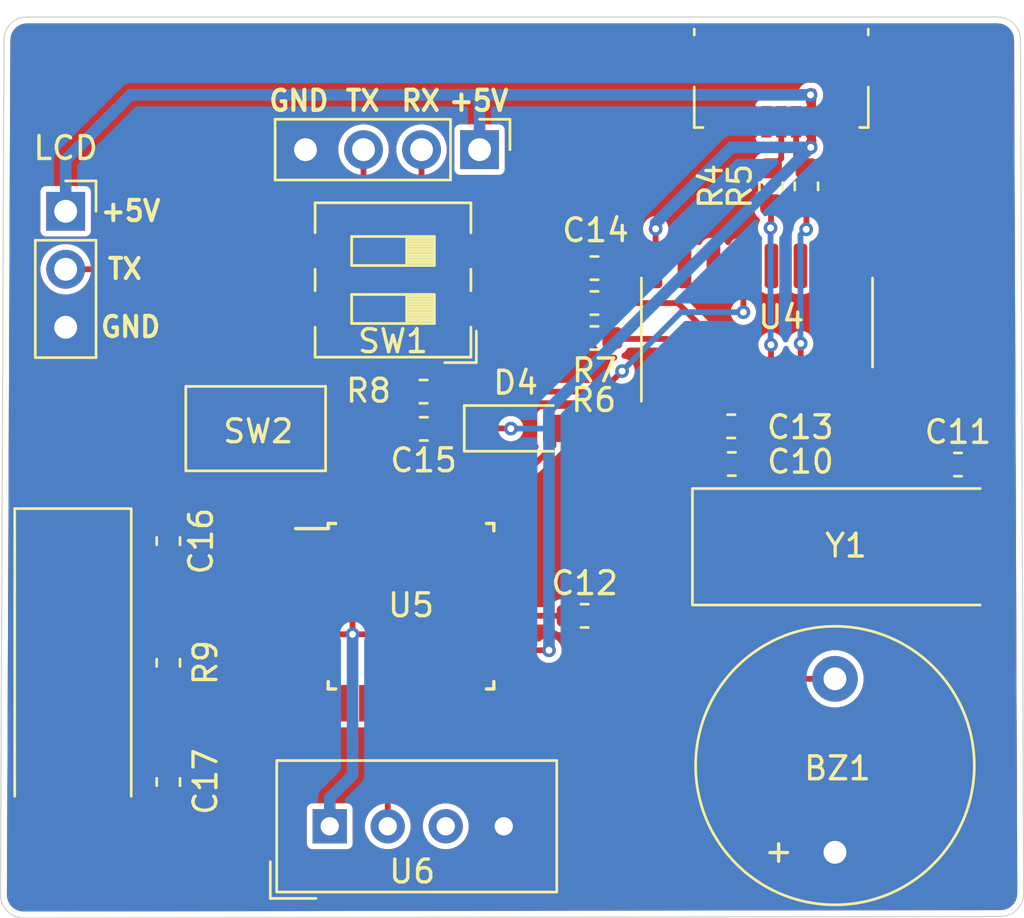
<source format=kicad_pcb>
(kicad_pcb (version 20171130) (host pcbnew "(5.1.6)-1")

  (general
    (thickness 1.6)
    (drawings 15)
    (tracks 148)
    (zones 0)
    (modules 26)
    (nets 23)
  )

  (page A4)
  (title_block
    (title Arduino_ESP)
    (date 2020-02-29)
    (rev REV_1.0)
    (company lfdcn)
  )

  (layers
    (0 F.Cu mixed)
    (31 B.Cu mixed)
    (32 B.Adhes user)
    (33 F.Adhes user)
    (34 B.Paste user)
    (35 F.Paste user)
    (36 B.SilkS user)
    (37 F.SilkS user)
    (38 B.Mask user)
    (39 F.Mask user)
    (40 Dwgs.User user)
    (41 Cmts.User user)
    (42 Eco1.User user)
    (43 Eco2.User user)
    (44 Edge.Cuts user)
    (45 Margin user)
    (46 B.CrtYd user)
    (47 F.CrtYd user)
    (48 B.Fab user hide)
    (49 F.Fab user hide)
  )

  (setup
    (last_trace_width 0.254)
    (user_trace_width 0.2032)
    (user_trace_width 0.2286)
    (user_trace_width 0.254)
    (user_trace_width 0.381)
    (user_trace_width 0.508)
    (user_trace_width 0.635)
    (user_trace_width 0.762)
    (user_trace_width 0.889)
    (user_trace_width 1.016)
    (user_trace_width 1.143)
    (user_trace_width 1.27)
    (user_trace_width 1.397)
    (user_trace_width 1.524)
    (trace_clearance 0.127)
    (zone_clearance 0.508)
    (zone_45_only no)
    (trace_min 0.2)
    (via_size 0.6)
    (via_drill 0.3)
    (via_min_size 0.6)
    (via_min_drill 0.3)
    (uvia_size 0.31)
    (uvia_drill 0.3)
    (uvias_allowed no)
    (uvia_min_size 0.3)
    (uvia_min_drill 0.1)
    (edge_width 0.05)
    (segment_width 0.2)
    (pcb_text_width 0.3)
    (pcb_text_size 1.5 1.5)
    (mod_edge_width 0.1778)
    (mod_text_size 0.8382 0.889)
    (mod_text_width 0.1778)
    (pad_size 1.524 1.524)
    (pad_drill 0.762)
    (pad_to_mask_clearance 0.0762)
    (solder_mask_min_width 0.1778)
    (aux_axis_origin 100.7364 139.0904)
    (visible_elements 7FFFF7FF)
    (pcbplotparams
      (layerselection 0x010f0_ffffffff)
      (usegerberextensions false)
      (usegerberattributes true)
      (usegerberadvancedattributes true)
      (creategerberjobfile true)
      (excludeedgelayer false)
      (linewidth 0.100000)
      (plotframeref false)
      (viasonmask false)
      (mode 1)
      (useauxorigin false)
      (hpglpennumber 1)
      (hpglpenspeed 20)
      (hpglpendiameter 15.000000)
      (psnegative false)
      (psa4output false)
      (plotreference true)
      (plotvalue true)
      (plotinvisibletext false)
      (padsonsilk false)
      (subtractmaskfromsilk true)
      (outputformat 1)
      (mirror false)
      (drillshape 0)
      (scaleselection 1)
      (outputdirectory "gerber/"))
  )

  (net 0 "")
  (net 1 +5V)
  (net 2 "Net-(C16-Pad2)")
  (net 3 "Net-(C17-Pad2)")
  (net 4 "Net-(R6-Pad1)")
  (net 5 GND)
  (net 6 /PB1)
  (net 7 "Net-(C10-Pad1)")
  (net 8 "Net-(C11-Pad1)")
  (net 9 /AREF)
  (net 10 "Net-(C13-Pad1)")
  (net 11 /MCU_RESET)
  (net 12 /DTR)
  (net 13 "Net-(J2-Pad3)")
  (net 14 "Net-(J2-Pad2)")
  (net 15 /MTX)
  (net 16 "Net-(R4-Pad1)")
  (net 17 "Net-(R5-Pad1)")
  (net 18 "Net-(R6-Pad2)")
  (net 19 "Net-(R7-Pad2)")
  (net 20 "Net-(R7-Pad1)")
  (net 21 /MRX)
  (net 22 /PD7)

  (net_class Default 这是默认网络类。
    (clearance 0.127)
    (trace_width 0.254)
    (via_dia 0.6)
    (via_drill 0.3)
    (uvia_dia 0.31)
    (uvia_drill 0.3)
    (diff_pair_width 0.3048)
    (diff_pair_gap 0.1016)
    (add_net +5V)
    (add_net /AREF)
    (add_net /DTR)
    (add_net /MCU_RESET)
    (add_net /MRX)
    (add_net /MTX)
    (add_net /PB1)
    (add_net /PD7)
    (add_net GND)
    (add_net "Net-(C10-Pad1)")
    (add_net "Net-(C11-Pad1)")
    (add_net "Net-(C13-Pad1)")
    (add_net "Net-(C16-Pad2)")
    (add_net "Net-(C17-Pad2)")
    (add_net "Net-(J2-Pad2)")
    (add_net "Net-(J2-Pad3)")
    (add_net "Net-(R4-Pad1)")
    (add_net "Net-(R5-Pad1)")
    (add_net "Net-(R6-Pad1)")
    (add_net "Net-(R6-Pad2)")
    (add_net "Net-(R7-Pad1)")
    (add_net "Net-(R7-Pad2)")
  )

  (module Resistor_SMD:R_0603_1608Metric (layer F.Cu) (tedit 5B301BBD) (tstamp 5F6BAEC3)
    (at 123.825 70.335 90)
    (descr "Resistor SMD 0603 (1608 Metric), square (rectangular) end terminal, IPC_7351 nominal, (Body size source: http://www.tortai-tech.com/upload/download/2011102023233369053.pdf), generated with kicad-footprint-generator")
    (tags resistor)
    (path /5EC6097E)
    (attr smd)
    (fp_text reference R9 (at 0.005 1.625 90) (layer F.SilkS)
      (effects (font (size 1 1) (thickness 0.15)))
    )
    (fp_text value 1M (at 0 1.43 90) (layer F.Fab)
      (effects (font (size 1 1) (thickness 0.15)))
    )
    (fp_text user %R (at 0 0 90) (layer F.Fab)
      (effects (font (size 0.4 0.4) (thickness 0.06)))
    )
    (fp_line (start -0.8 0.4) (end -0.8 -0.4) (layer F.Fab) (width 0.1))
    (fp_line (start -0.8 -0.4) (end 0.8 -0.4) (layer F.Fab) (width 0.1))
    (fp_line (start 0.8 -0.4) (end 0.8 0.4) (layer F.Fab) (width 0.1))
    (fp_line (start 0.8 0.4) (end -0.8 0.4) (layer F.Fab) (width 0.1))
    (fp_line (start -0.162779 -0.51) (end 0.162779 -0.51) (layer F.SilkS) (width 0.12))
    (fp_line (start -0.162779 0.51) (end 0.162779 0.51) (layer F.SilkS) (width 0.12))
    (fp_line (start -1.48 0.73) (end -1.48 -0.73) (layer F.CrtYd) (width 0.05))
    (fp_line (start -1.48 -0.73) (end 1.48 -0.73) (layer F.CrtYd) (width 0.05))
    (fp_line (start 1.48 -0.73) (end 1.48 0.73) (layer F.CrtYd) (width 0.05))
    (fp_line (start 1.48 0.73) (end -1.48 0.73) (layer F.CrtYd) (width 0.05))
    (pad 2 smd roundrect (at 0.7875 0 90) (size 0.875 0.95) (layers F.Cu F.Paste F.Mask) (roundrect_rratio 0.25)
      (net 2 "Net-(C16-Pad2)"))
    (pad 1 smd roundrect (at -0.7875 0 90) (size 0.875 0.95) (layers F.Cu F.Paste F.Mask) (roundrect_rratio 0.25)
      (net 3 "Net-(C17-Pad2)"))
    (model ${KISYS3DMOD}/Resistor_SMD.3dshapes/R_0603_1608Metric.wrl
      (at (xyz 0 0 0))
      (scale (xyz 1 1 1))
      (rotate (xyz 0 0 0))
    )
  )

  (module Resistor_SMD:R_0603_1608Metric (layer F.Cu) (tedit 5B301BBD) (tstamp 5F6BAEB2)
    (at 135.01 60.09)
    (descr "Resistor SMD 0603 (1608 Metric), square (rectangular) end terminal, IPC_7351 nominal, (Body size source: http://www.tortai-tech.com/upload/download/2011102023233369053.pdf), generated with kicad-footprint-generator")
    (tags resistor)
    (path /5EC609C6)
    (attr smd)
    (fp_text reference R8 (at -2.422 -1.67) (layer F.SilkS)
      (effects (font (size 1 1) (thickness 0.15)))
    )
    (fp_text value 10K (at 0 1.43) (layer F.Fab)
      (effects (font (size 1 1) (thickness 0.15)))
    )
    (fp_text user %R (at 0 0) (layer F.Fab)
      (effects (font (size 0.4 0.4) (thickness 0.06)))
    )
    (fp_line (start -0.8 0.4) (end -0.8 -0.4) (layer F.Fab) (width 0.1))
    (fp_line (start -0.8 -0.4) (end 0.8 -0.4) (layer F.Fab) (width 0.1))
    (fp_line (start 0.8 -0.4) (end 0.8 0.4) (layer F.Fab) (width 0.1))
    (fp_line (start 0.8 0.4) (end -0.8 0.4) (layer F.Fab) (width 0.1))
    (fp_line (start -0.162779 -0.51) (end 0.162779 -0.51) (layer F.SilkS) (width 0.12))
    (fp_line (start -0.162779 0.51) (end 0.162779 0.51) (layer F.SilkS) (width 0.12))
    (fp_line (start -1.48 0.73) (end -1.48 -0.73) (layer F.CrtYd) (width 0.05))
    (fp_line (start -1.48 -0.73) (end 1.48 -0.73) (layer F.CrtYd) (width 0.05))
    (fp_line (start 1.48 -0.73) (end 1.48 0.73) (layer F.CrtYd) (width 0.05))
    (fp_line (start 1.48 0.73) (end -1.48 0.73) (layer F.CrtYd) (width 0.05))
    (pad 2 smd roundrect (at 0.7875 0) (size 0.875 0.95) (layers F.Cu F.Paste F.Mask) (roundrect_rratio 0.25)
      (net 1 +5V))
    (pad 1 smd roundrect (at -0.7875 0) (size 0.875 0.95) (layers F.Cu F.Paste F.Mask) (roundrect_rratio 0.25)
      (net 11 /MCU_RESET))
    (model ${KISYS3DMOD}/Resistor_SMD.3dshapes/R_0603_1608Metric.wrl
      (at (xyz 0 0 0))
      (scale (xyz 1 1 1))
      (rotate (xyz 0 0 0))
    )
  )

  (module Resistor_SMD:R_0603_1608Metric (layer F.Cu) (tedit 5B301BBD) (tstamp 5F6BAEA1)
    (at 142.48 54.58)
    (descr "Resistor SMD 0603 (1608 Metric), square (rectangular) end terminal, IPC_7351 nominal, (Body size source: http://www.tortai-tech.com/upload/download/2011102023233369053.pdf), generated with kicad-footprint-generator")
    (tags resistor)
    (path /5EA47FEA)
    (attr smd)
    (fp_text reference R7 (at 0 2.95) (layer F.SilkS)
      (effects (font (size 1 1) (thickness 0.15)))
    )
    (fp_text value 1K (at 0 1.43) (layer F.Fab)
      (effects (font (size 1 1) (thickness 0.15)))
    )
    (fp_text user %R (at 0 0) (layer F.Fab)
      (effects (font (size 0.4 0.4) (thickness 0.06)))
    )
    (fp_line (start -0.8 0.4) (end -0.8 -0.4) (layer F.Fab) (width 0.1))
    (fp_line (start -0.8 -0.4) (end 0.8 -0.4) (layer F.Fab) (width 0.1))
    (fp_line (start 0.8 -0.4) (end 0.8 0.4) (layer F.Fab) (width 0.1))
    (fp_line (start 0.8 0.4) (end -0.8 0.4) (layer F.Fab) (width 0.1))
    (fp_line (start -0.162779 -0.51) (end 0.162779 -0.51) (layer F.SilkS) (width 0.12))
    (fp_line (start -0.162779 0.51) (end 0.162779 0.51) (layer F.SilkS) (width 0.12))
    (fp_line (start -1.48 0.73) (end -1.48 -0.73) (layer F.CrtYd) (width 0.05))
    (fp_line (start -1.48 -0.73) (end 1.48 -0.73) (layer F.CrtYd) (width 0.05))
    (fp_line (start 1.48 -0.73) (end 1.48 0.73) (layer F.CrtYd) (width 0.05))
    (fp_line (start 1.48 0.73) (end -1.48 0.73) (layer F.CrtYd) (width 0.05))
    (pad 2 smd roundrect (at 0.7875 0) (size 0.875 0.95) (layers F.Cu F.Paste F.Mask) (roundrect_rratio 0.25)
      (net 19 "Net-(R7-Pad2)"))
    (pad 1 smd roundrect (at -0.7875 0) (size 0.875 0.95) (layers F.Cu F.Paste F.Mask) (roundrect_rratio 0.25)
      (net 20 "Net-(R7-Pad1)"))
    (model ${KISYS3DMOD}/Resistor_SMD.3dshapes/R_0603_1608Metric.wrl
      (at (xyz 0 0 0))
      (scale (xyz 1 1 1))
      (rotate (xyz 0 0 0))
    )
  )

  (module Resistor_SMD:R_0603_1608Metric (layer F.Cu) (tedit 5B301BBD) (tstamp 5F6BAE90)
    (at 142.48 56.11)
    (descr "Resistor SMD 0603 (1608 Metric), square (rectangular) end terminal, IPC_7351 nominal, (Body size source: http://www.tortai-tech.com/upload/download/2011102023233369053.pdf), generated with kicad-footprint-generator")
    (tags resistor)
    (path /5EA47FE4)
    (attr smd)
    (fp_text reference R6 (at -0.03 2.72) (layer F.SilkS)
      (effects (font (size 1 1) (thickness 0.15)))
    )
    (fp_text value 1K (at 0 1.43) (layer F.Fab)
      (effects (font (size 1 1) (thickness 0.15)))
    )
    (fp_text user %R (at 0 0) (layer F.Fab)
      (effects (font (size 0.4 0.4) (thickness 0.06)))
    )
    (fp_line (start -0.8 0.4) (end -0.8 -0.4) (layer F.Fab) (width 0.1))
    (fp_line (start -0.8 -0.4) (end 0.8 -0.4) (layer F.Fab) (width 0.1))
    (fp_line (start 0.8 -0.4) (end 0.8 0.4) (layer F.Fab) (width 0.1))
    (fp_line (start 0.8 0.4) (end -0.8 0.4) (layer F.Fab) (width 0.1))
    (fp_line (start -0.162779 -0.51) (end 0.162779 -0.51) (layer F.SilkS) (width 0.12))
    (fp_line (start -0.162779 0.51) (end 0.162779 0.51) (layer F.SilkS) (width 0.12))
    (fp_line (start -1.48 0.73) (end -1.48 -0.73) (layer F.CrtYd) (width 0.05))
    (fp_line (start -1.48 -0.73) (end 1.48 -0.73) (layer F.CrtYd) (width 0.05))
    (fp_line (start 1.48 -0.73) (end 1.48 0.73) (layer F.CrtYd) (width 0.05))
    (fp_line (start 1.48 0.73) (end -1.48 0.73) (layer F.CrtYd) (width 0.05))
    (pad 2 smd roundrect (at 0.7875 0) (size 0.875 0.95) (layers F.Cu F.Paste F.Mask) (roundrect_rratio 0.25)
      (net 18 "Net-(R6-Pad2)"))
    (pad 1 smd roundrect (at -0.7875 0) (size 0.875 0.95) (layers F.Cu F.Paste F.Mask) (roundrect_rratio 0.25)
      (net 4 "Net-(R6-Pad1)"))
    (model ${KISYS3DMOD}/Resistor_SMD.3dshapes/R_0603_1608Metric.wrl
      (at (xyz 0 0 0))
      (scale (xyz 1 1 1))
      (rotate (xyz 0 0 0))
    )
  )

  (module Resistor_SMD:R_0603_1608Metric (layer F.Cu) (tedit 5B301BBD) (tstamp 5F6BAE7F)
    (at 151.76 49.465 90)
    (descr "Resistor SMD 0603 (1608 Metric), square (rectangular) end terminal, IPC_7351 nominal, (Body size source: http://www.tortai-tech.com/upload/download/2011102023233369053.pdf), generated with kicad-footprint-generator")
    (tags resistor)
    (path /5EA47FCD)
    (attr smd)
    (fp_text reference R5 (at 0 -2.916 90) (layer F.SilkS)
      (effects (font (size 1 1) (thickness 0.15)))
    )
    (fp_text value 22 (at 0 1.43 90) (layer F.Fab)
      (effects (font (size 1 1) (thickness 0.15)))
    )
    (fp_text user %R (at 0 0 90) (layer F.Fab)
      (effects (font (size 0.4 0.4) (thickness 0.06)))
    )
    (fp_line (start -0.8 0.4) (end -0.8 -0.4) (layer F.Fab) (width 0.1))
    (fp_line (start -0.8 -0.4) (end 0.8 -0.4) (layer F.Fab) (width 0.1))
    (fp_line (start 0.8 -0.4) (end 0.8 0.4) (layer F.Fab) (width 0.1))
    (fp_line (start 0.8 0.4) (end -0.8 0.4) (layer F.Fab) (width 0.1))
    (fp_line (start -0.162779 -0.51) (end 0.162779 -0.51) (layer F.SilkS) (width 0.12))
    (fp_line (start -0.162779 0.51) (end 0.162779 0.51) (layer F.SilkS) (width 0.12))
    (fp_line (start -1.48 0.73) (end -1.48 -0.73) (layer F.CrtYd) (width 0.05))
    (fp_line (start -1.48 -0.73) (end 1.48 -0.73) (layer F.CrtYd) (width 0.05))
    (fp_line (start 1.48 -0.73) (end 1.48 0.73) (layer F.CrtYd) (width 0.05))
    (fp_line (start 1.48 0.73) (end -1.48 0.73) (layer F.CrtYd) (width 0.05))
    (pad 2 smd roundrect (at 0.7875 0 90) (size 0.875 0.95) (layers F.Cu F.Paste F.Mask) (roundrect_rratio 0.25)
      (net 14 "Net-(J2-Pad2)"))
    (pad 1 smd roundrect (at -0.7875 0 90) (size 0.875 0.95) (layers F.Cu F.Paste F.Mask) (roundrect_rratio 0.25)
      (net 17 "Net-(R5-Pad1)"))
    (model ${KISYS3DMOD}/Resistor_SMD.3dshapes/R_0603_1608Metric.wrl
      (at (xyz 0 0 0))
      (scale (xyz 1 1 1))
      (rotate (xyz 0 0 0))
    )
  )

  (module Resistor_SMD:R_0603_1608Metric (layer F.Cu) (tedit 5B301BBD) (tstamp 5F6BAE6E)
    (at 150.21 49.465 90)
    (descr "Resistor SMD 0603 (1608 Metric), square (rectangular) end terminal, IPC_7351 nominal, (Body size source: http://www.tortai-tech.com/upload/download/2011102023233369053.pdf), generated with kicad-footprint-generator")
    (tags resistor)
    (path /5EA47FC6)
    (attr smd)
    (fp_text reference R4 (at 0 -2.636 90) (layer F.SilkS)
      (effects (font (size 1 1) (thickness 0.15)))
    )
    (fp_text value 22 (at 0 1.43 90) (layer F.Fab)
      (effects (font (size 1 1) (thickness 0.15)))
    )
    (fp_text user %R (at 0 0 90) (layer F.Fab)
      (effects (font (size 0.4 0.4) (thickness 0.06)))
    )
    (fp_line (start -0.8 0.4) (end -0.8 -0.4) (layer F.Fab) (width 0.1))
    (fp_line (start -0.8 -0.4) (end 0.8 -0.4) (layer F.Fab) (width 0.1))
    (fp_line (start 0.8 -0.4) (end 0.8 0.4) (layer F.Fab) (width 0.1))
    (fp_line (start 0.8 0.4) (end -0.8 0.4) (layer F.Fab) (width 0.1))
    (fp_line (start -0.162779 -0.51) (end 0.162779 -0.51) (layer F.SilkS) (width 0.12))
    (fp_line (start -0.162779 0.51) (end 0.162779 0.51) (layer F.SilkS) (width 0.12))
    (fp_line (start -1.48 0.73) (end -1.48 -0.73) (layer F.CrtYd) (width 0.05))
    (fp_line (start -1.48 -0.73) (end 1.48 -0.73) (layer F.CrtYd) (width 0.05))
    (fp_line (start 1.48 -0.73) (end 1.48 0.73) (layer F.CrtYd) (width 0.05))
    (fp_line (start 1.48 0.73) (end -1.48 0.73) (layer F.CrtYd) (width 0.05))
    (pad 2 smd roundrect (at 0.7875 0 90) (size 0.875 0.95) (layers F.Cu F.Paste F.Mask) (roundrect_rratio 0.25)
      (net 13 "Net-(J2-Pad3)"))
    (pad 1 smd roundrect (at -0.7875 0 90) (size 0.875 0.95) (layers F.Cu F.Paste F.Mask) (roundrect_rratio 0.25)
      (net 16 "Net-(R4-Pad1)"))
    (model ${KISYS3DMOD}/Resistor_SMD.3dshapes/R_0603_1608Metric.wrl
      (at (xyz 0 0 0))
      (scale (xyz 1 1 1))
      (rotate (xyz 0 0 0))
    )
  )

  (module Capacitor_SMD:C_0603_1608Metric (layer F.Cu) (tedit 5B301BBE) (tstamp 5F6BACF2)
    (at 123.825 75.56 90)
    (descr "Capacitor SMD 0603 (1608 Metric), square (rectangular) end terminal, IPC_7351 nominal, (Body size source: http://www.tortai-tech.com/upload/download/2011102023233369053.pdf), generated with kicad-footprint-generator")
    (tags capacitor)
    (path /5EC60978)
    (attr smd)
    (fp_text reference C17 (at 0.02 1.625 90) (layer F.SilkS)
      (effects (font (size 1 1) (thickness 0.15)))
    )
    (fp_text value 22pF (at 0 1.43 90) (layer F.Fab)
      (effects (font (size 1 1) (thickness 0.15)))
    )
    (fp_text user %R (at 0 0 90) (layer F.Fab)
      (effects (font (size 0.4 0.4) (thickness 0.06)))
    )
    (fp_line (start -0.8 0.4) (end -0.8 -0.4) (layer F.Fab) (width 0.1))
    (fp_line (start -0.8 -0.4) (end 0.8 -0.4) (layer F.Fab) (width 0.1))
    (fp_line (start 0.8 -0.4) (end 0.8 0.4) (layer F.Fab) (width 0.1))
    (fp_line (start 0.8 0.4) (end -0.8 0.4) (layer F.Fab) (width 0.1))
    (fp_line (start -0.162779 -0.51) (end 0.162779 -0.51) (layer F.SilkS) (width 0.12))
    (fp_line (start -0.162779 0.51) (end 0.162779 0.51) (layer F.SilkS) (width 0.12))
    (fp_line (start -1.48 0.73) (end -1.48 -0.73) (layer F.CrtYd) (width 0.05))
    (fp_line (start -1.48 -0.73) (end 1.48 -0.73) (layer F.CrtYd) (width 0.05))
    (fp_line (start 1.48 -0.73) (end 1.48 0.73) (layer F.CrtYd) (width 0.05))
    (fp_line (start 1.48 0.73) (end -1.48 0.73) (layer F.CrtYd) (width 0.05))
    (pad 2 smd roundrect (at 0.7875 0 90) (size 0.875 0.95) (layers F.Cu F.Paste F.Mask) (roundrect_rratio 0.25)
      (net 3 "Net-(C17-Pad2)"))
    (pad 1 smd roundrect (at -0.7875 0 90) (size 0.875 0.95) (layers F.Cu F.Paste F.Mask) (roundrect_rratio 0.25)
      (net 5 GND))
    (model ${KISYS3DMOD}/Capacitor_SMD.3dshapes/C_0603_1608Metric.wrl
      (at (xyz 0 0 0))
      (scale (xyz 1 1 1))
      (rotate (xyz 0 0 0))
    )
  )

  (module Capacitor_SMD:C_0603_1608Metric (layer F.Cu) (tedit 5B301BBE) (tstamp 5F6C7CBA)
    (at 123.825 65.01 270)
    (descr "Capacitor SMD 0603 (1608 Metric), square (rectangular) end terminal, IPC_7351 nominal, (Body size source: http://www.tortai-tech.com/upload/download/2011102023233369053.pdf), generated with kicad-footprint-generator")
    (tags capacitor)
    (path /5EC6096C)
    (attr smd)
    (fp_text reference C16 (at 0 -1.43 90) (layer F.SilkS)
      (effects (font (size 1 1) (thickness 0.15)))
    )
    (fp_text value 22pF (at 0 1.43 90) (layer F.Fab)
      (effects (font (size 1 1) (thickness 0.15)))
    )
    (fp_text user %R (at 0 0 90) (layer F.Fab)
      (effects (font (size 0.4 0.4) (thickness 0.06)))
    )
    (fp_line (start -0.8 0.4) (end -0.8 -0.4) (layer F.Fab) (width 0.1))
    (fp_line (start -0.8 -0.4) (end 0.8 -0.4) (layer F.Fab) (width 0.1))
    (fp_line (start 0.8 -0.4) (end 0.8 0.4) (layer F.Fab) (width 0.1))
    (fp_line (start 0.8 0.4) (end -0.8 0.4) (layer F.Fab) (width 0.1))
    (fp_line (start -0.162779 -0.51) (end 0.162779 -0.51) (layer F.SilkS) (width 0.12))
    (fp_line (start -0.162779 0.51) (end 0.162779 0.51) (layer F.SilkS) (width 0.12))
    (fp_line (start -1.48 0.73) (end -1.48 -0.73) (layer F.CrtYd) (width 0.05))
    (fp_line (start -1.48 -0.73) (end 1.48 -0.73) (layer F.CrtYd) (width 0.05))
    (fp_line (start 1.48 -0.73) (end 1.48 0.73) (layer F.CrtYd) (width 0.05))
    (fp_line (start 1.48 0.73) (end -1.48 0.73) (layer F.CrtYd) (width 0.05))
    (pad 2 smd roundrect (at 0.7875 0 270) (size 0.875 0.95) (layers F.Cu F.Paste F.Mask) (roundrect_rratio 0.25)
      (net 2 "Net-(C16-Pad2)"))
    (pad 1 smd roundrect (at -0.7875 0 270) (size 0.875 0.95) (layers F.Cu F.Paste F.Mask) (roundrect_rratio 0.25)
      (net 5 GND))
    (model ${KISYS3DMOD}/Capacitor_SMD.3dshapes/C_0603_1608Metric.wrl
      (at (xyz 0 0 0))
      (scale (xyz 1 1 1))
      (rotate (xyz 0 0 0))
    )
  )

  (module Capacitor_SMD:C_0603_1608Metric (layer F.Cu) (tedit 5B301BBE) (tstamp 5F6BACD0)
    (at 135 58.46 180)
    (descr "Capacitor SMD 0603 (1608 Metric), square (rectangular) end terminal, IPC_7351 nominal, (Body size source: http://www.tortai-tech.com/upload/download/2011102023233369053.pdf), generated with kicad-footprint-generator")
    (tags capacitor)
    (path /5EC60BFE)
    (attr smd)
    (fp_text reference C15 (at 0 -3.008) (layer F.SilkS)
      (effects (font (size 1 1) (thickness 0.15)))
    )
    (fp_text value 0.1μF (at 0 1.43) (layer F.Fab)
      (effects (font (size 1 1) (thickness 0.15)))
    )
    (fp_text user %R (at 0 0) (layer F.Fab)
      (effects (font (size 0.4 0.4) (thickness 0.06)))
    )
    (fp_line (start -0.8 0.4) (end -0.8 -0.4) (layer F.Fab) (width 0.1))
    (fp_line (start -0.8 -0.4) (end 0.8 -0.4) (layer F.Fab) (width 0.1))
    (fp_line (start 0.8 -0.4) (end 0.8 0.4) (layer F.Fab) (width 0.1))
    (fp_line (start 0.8 0.4) (end -0.8 0.4) (layer F.Fab) (width 0.1))
    (fp_line (start -0.162779 -0.51) (end 0.162779 -0.51) (layer F.SilkS) (width 0.12))
    (fp_line (start -0.162779 0.51) (end 0.162779 0.51) (layer F.SilkS) (width 0.12))
    (fp_line (start -1.48 0.73) (end -1.48 -0.73) (layer F.CrtYd) (width 0.05))
    (fp_line (start -1.48 -0.73) (end 1.48 -0.73) (layer F.CrtYd) (width 0.05))
    (fp_line (start 1.48 -0.73) (end 1.48 0.73) (layer F.CrtYd) (width 0.05))
    (fp_line (start 1.48 0.73) (end -1.48 0.73) (layer F.CrtYd) (width 0.05))
    (pad 2 smd roundrect (at 0.7875 0 180) (size 0.875 0.95) (layers F.Cu F.Paste F.Mask) (roundrect_rratio 0.25)
      (net 11 /MCU_RESET))
    (pad 1 smd roundrect (at -0.7875 0 180) (size 0.875 0.95) (layers F.Cu F.Paste F.Mask) (roundrect_rratio 0.25)
      (net 12 /DTR))
    (model ${KISYS3DMOD}/Capacitor_SMD.3dshapes/C_0603_1608Metric.wrl
      (at (xyz 0 0 0))
      (scale (xyz 1 1 1))
      (rotate (xyz 0 0 0))
    )
  )

  (module Capacitor_SMD:C_0603_1608Metric (layer F.Cu) (tedit 5B301BBE) (tstamp 5F6BACBF)
    (at 142.48 53.05)
    (descr "Capacitor SMD 0603 (1608 Metric), square (rectangular) end terminal, IPC_7351 nominal, (Body size source: http://www.tortai-tech.com/upload/download/2011102023233369053.pdf), generated with kicad-footprint-generator")
    (tags capacitor)
    (path /5EA47F9F)
    (attr smd)
    (fp_text reference C14 (at 0.05 -1.66) (layer F.SilkS)
      (effects (font (size 1 1) (thickness 0.15)))
    )
    (fp_text value 0.1μF (at 0 1.43) (layer F.Fab)
      (effects (font (size 1 1) (thickness 0.15)))
    )
    (fp_text user %R (at 0 0) (layer F.Fab)
      (effects (font (size 0.4 0.4) (thickness 0.06)))
    )
    (fp_line (start -0.8 0.4) (end -0.8 -0.4) (layer F.Fab) (width 0.1))
    (fp_line (start -0.8 -0.4) (end 0.8 -0.4) (layer F.Fab) (width 0.1))
    (fp_line (start 0.8 -0.4) (end 0.8 0.4) (layer F.Fab) (width 0.1))
    (fp_line (start 0.8 0.4) (end -0.8 0.4) (layer F.Fab) (width 0.1))
    (fp_line (start -0.162779 -0.51) (end 0.162779 -0.51) (layer F.SilkS) (width 0.12))
    (fp_line (start -0.162779 0.51) (end 0.162779 0.51) (layer F.SilkS) (width 0.12))
    (fp_line (start -1.48 0.73) (end -1.48 -0.73) (layer F.CrtYd) (width 0.05))
    (fp_line (start -1.48 -0.73) (end 1.48 -0.73) (layer F.CrtYd) (width 0.05))
    (fp_line (start 1.48 -0.73) (end 1.48 0.73) (layer F.CrtYd) (width 0.05))
    (fp_line (start 1.48 0.73) (end -1.48 0.73) (layer F.CrtYd) (width 0.05))
    (pad 2 smd roundrect (at 0.7875 0) (size 0.875 0.95) (layers F.Cu F.Paste F.Mask) (roundrect_rratio 0.25)
      (net 1 +5V))
    (pad 1 smd roundrect (at -0.7875 0) (size 0.875 0.95) (layers F.Cu F.Paste F.Mask) (roundrect_rratio 0.25)
      (net 5 GND))
    (model ${KISYS3DMOD}/Capacitor_SMD.3dshapes/C_0603_1608Metric.wrl
      (at (xyz 0 0 0))
      (scale (xyz 1 1 1))
      (rotate (xyz 0 0 0))
    )
  )

  (module Capacitor_SMD:C_0603_1608Metric (layer F.Cu) (tedit 5B301BBE) (tstamp 5F6BACAE)
    (at 148.47 59.98 180)
    (descr "Capacitor SMD 0603 (1608 Metric), square (rectangular) end terminal, IPC_7351 nominal, (Body size source: http://www.tortai-tech.com/upload/download/2011102023233369053.pdf), generated with kicad-footprint-generator")
    (tags capacitor)
    (path /5EA47FB6)
    (attr smd)
    (fp_text reference C13 (at -3.02 -0.04) (layer F.SilkS)
      (effects (font (size 1 1) (thickness 0.15)))
    )
    (fp_text value 0.1μF (at 0 1.43) (layer F.Fab)
      (effects (font (size 1 1) (thickness 0.15)))
    )
    (fp_text user %R (at 0 0) (layer F.Fab)
      (effects (font (size 0.4 0.4) (thickness 0.06)))
    )
    (fp_line (start -0.8 0.4) (end -0.8 -0.4) (layer F.Fab) (width 0.1))
    (fp_line (start -0.8 -0.4) (end 0.8 -0.4) (layer F.Fab) (width 0.1))
    (fp_line (start 0.8 -0.4) (end 0.8 0.4) (layer F.Fab) (width 0.1))
    (fp_line (start 0.8 0.4) (end -0.8 0.4) (layer F.Fab) (width 0.1))
    (fp_line (start -0.162779 -0.51) (end 0.162779 -0.51) (layer F.SilkS) (width 0.12))
    (fp_line (start -0.162779 0.51) (end 0.162779 0.51) (layer F.SilkS) (width 0.12))
    (fp_line (start -1.48 0.73) (end -1.48 -0.73) (layer F.CrtYd) (width 0.05))
    (fp_line (start -1.48 -0.73) (end 1.48 -0.73) (layer F.CrtYd) (width 0.05))
    (fp_line (start 1.48 -0.73) (end 1.48 0.73) (layer F.CrtYd) (width 0.05))
    (fp_line (start 1.48 0.73) (end -1.48 0.73) (layer F.CrtYd) (width 0.05))
    (pad 2 smd roundrect (at 0.7875 0 180) (size 0.875 0.95) (layers F.Cu F.Paste F.Mask) (roundrect_rratio 0.25)
      (net 5 GND))
    (pad 1 smd roundrect (at -0.7875 0 180) (size 0.875 0.95) (layers F.Cu F.Paste F.Mask) (roundrect_rratio 0.25)
      (net 10 "Net-(C13-Pad1)"))
    (model ${KISYS3DMOD}/Capacitor_SMD.3dshapes/C_0603_1608Metric.wrl
      (at (xyz 0 0 0))
      (scale (xyz 1 1 1))
      (rotate (xyz 0 0 0))
    )
  )

  (module Capacitor_SMD:C_0603_1608Metric (layer F.Cu) (tedit 5B301BBE) (tstamp 5F6C2727)
    (at 142.05 68.28)
    (descr "Capacitor SMD 0603 (1608 Metric), square (rectangular) end terminal, IPC_7351 nominal, (Body size source: http://www.tortai-tech.com/upload/download/2011102023233369053.pdf), generated with kicad-footprint-generator")
    (tags capacitor)
    (path /5EC609A0)
    (attr smd)
    (fp_text reference C12 (at 0 -1.43) (layer F.SilkS)
      (effects (font (size 1 1) (thickness 0.15)))
    )
    (fp_text value 0.1μF (at 0 1.43) (layer F.Fab)
      (effects (font (size 1 1) (thickness 0.15)))
    )
    (fp_text user %R (at 0 0) (layer F.Fab)
      (effects (font (size 0.4 0.4) (thickness 0.06)))
    )
    (fp_line (start -0.8 0.4) (end -0.8 -0.4) (layer F.Fab) (width 0.1))
    (fp_line (start -0.8 -0.4) (end 0.8 -0.4) (layer F.Fab) (width 0.1))
    (fp_line (start 0.8 -0.4) (end 0.8 0.4) (layer F.Fab) (width 0.1))
    (fp_line (start 0.8 0.4) (end -0.8 0.4) (layer F.Fab) (width 0.1))
    (fp_line (start -0.162779 -0.51) (end 0.162779 -0.51) (layer F.SilkS) (width 0.12))
    (fp_line (start -0.162779 0.51) (end 0.162779 0.51) (layer F.SilkS) (width 0.12))
    (fp_line (start -1.48 0.73) (end -1.48 -0.73) (layer F.CrtYd) (width 0.05))
    (fp_line (start -1.48 -0.73) (end 1.48 -0.73) (layer F.CrtYd) (width 0.05))
    (fp_line (start 1.48 -0.73) (end 1.48 0.73) (layer F.CrtYd) (width 0.05))
    (fp_line (start 1.48 0.73) (end -1.48 0.73) (layer F.CrtYd) (width 0.05))
    (pad 2 smd roundrect (at 0.7875 0) (size 0.875 0.95) (layers F.Cu F.Paste F.Mask) (roundrect_rratio 0.25)
      (net 5 GND))
    (pad 1 smd roundrect (at -0.7875 0) (size 0.875 0.95) (layers F.Cu F.Paste F.Mask) (roundrect_rratio 0.25)
      (net 9 /AREF))
    (model ${KISYS3DMOD}/Capacitor_SMD.3dshapes/C_0603_1608Metric.wrl
      (at (xyz 0 0 0))
      (scale (xyz 1 1 1))
      (rotate (xyz 0 0 0))
    )
  )

  (module Capacitor_SMD:C_0603_1608Metric (layer F.Cu) (tedit 5B301BBE) (tstamp 5F6BAC8C)
    (at 158.395 61.655)
    (descr "Capacitor SMD 0603 (1608 Metric), square (rectangular) end terminal, IPC_7351 nominal, (Body size source: http://www.tortai-tech.com/upload/download/2011102023233369053.pdf), generated with kicad-footprint-generator")
    (tags capacitor)
    (path /5EA47F68)
    (attr smd)
    (fp_text reference C11 (at 0 -1.43) (layer F.SilkS)
      (effects (font (size 1 1) (thickness 0.15)))
    )
    (fp_text value 33pF (at 0 1.43) (layer F.Fab)
      (effects (font (size 1 1) (thickness 0.15)))
    )
    (fp_text user %R (at 0 0) (layer F.Fab)
      (effects (font (size 0.4 0.4) (thickness 0.06)))
    )
    (fp_line (start -0.8 0.4) (end -0.8 -0.4) (layer F.Fab) (width 0.1))
    (fp_line (start -0.8 -0.4) (end 0.8 -0.4) (layer F.Fab) (width 0.1))
    (fp_line (start 0.8 -0.4) (end 0.8 0.4) (layer F.Fab) (width 0.1))
    (fp_line (start 0.8 0.4) (end -0.8 0.4) (layer F.Fab) (width 0.1))
    (fp_line (start -0.162779 -0.51) (end 0.162779 -0.51) (layer F.SilkS) (width 0.12))
    (fp_line (start -0.162779 0.51) (end 0.162779 0.51) (layer F.SilkS) (width 0.12))
    (fp_line (start -1.48 0.73) (end -1.48 -0.73) (layer F.CrtYd) (width 0.05))
    (fp_line (start -1.48 -0.73) (end 1.48 -0.73) (layer F.CrtYd) (width 0.05))
    (fp_line (start 1.48 -0.73) (end 1.48 0.73) (layer F.CrtYd) (width 0.05))
    (fp_line (start 1.48 0.73) (end -1.48 0.73) (layer F.CrtYd) (width 0.05))
    (pad 2 smd roundrect (at 0.7875 0) (size 0.875 0.95) (layers F.Cu F.Paste F.Mask) (roundrect_rratio 0.25)
      (net 5 GND))
    (pad 1 smd roundrect (at -0.7875 0) (size 0.875 0.95) (layers F.Cu F.Paste F.Mask) (roundrect_rratio 0.25)
      (net 8 "Net-(C11-Pad1)"))
    (model ${KISYS3DMOD}/Capacitor_SMD.3dshapes/C_0603_1608Metric.wrl
      (at (xyz 0 0 0))
      (scale (xyz 1 1 1))
      (rotate (xyz 0 0 0))
    )
  )

  (module Capacitor_SMD:C_0603_1608Metric (layer F.Cu) (tedit 5B301BBE) (tstamp 5F6C5697)
    (at 148.495 61.63 180)
    (descr "Capacitor SMD 0603 (1608 Metric), square (rectangular) end terminal, IPC_7351 nominal, (Body size source: http://www.tortai-tech.com/upload/download/2011102023233369053.pdf), generated with kicad-footprint-generator")
    (tags capacitor)
    (path /5EA47F62)
    (attr smd)
    (fp_text reference C10 (at -3.005 0.1) (layer F.SilkS)
      (effects (font (size 1 1) (thickness 0.15)))
    )
    (fp_text value 33pF (at 0 1.43) (layer F.Fab)
      (effects (font (size 1 1) (thickness 0.15)))
    )
    (fp_text user %R (at 0 0) (layer F.Fab)
      (effects (font (size 0.4 0.4) (thickness 0.06)))
    )
    (fp_line (start -0.8 0.4) (end -0.8 -0.4) (layer F.Fab) (width 0.1))
    (fp_line (start -0.8 -0.4) (end 0.8 -0.4) (layer F.Fab) (width 0.1))
    (fp_line (start 0.8 -0.4) (end 0.8 0.4) (layer F.Fab) (width 0.1))
    (fp_line (start 0.8 0.4) (end -0.8 0.4) (layer F.Fab) (width 0.1))
    (fp_line (start -0.162779 -0.51) (end 0.162779 -0.51) (layer F.SilkS) (width 0.12))
    (fp_line (start -0.162779 0.51) (end 0.162779 0.51) (layer F.SilkS) (width 0.12))
    (fp_line (start -1.48 0.73) (end -1.48 -0.73) (layer F.CrtYd) (width 0.05))
    (fp_line (start -1.48 -0.73) (end 1.48 -0.73) (layer F.CrtYd) (width 0.05))
    (fp_line (start 1.48 -0.73) (end 1.48 0.73) (layer F.CrtYd) (width 0.05))
    (fp_line (start 1.48 0.73) (end -1.48 0.73) (layer F.CrtYd) (width 0.05))
    (pad 2 smd roundrect (at 0.7875 0 180) (size 0.875 0.95) (layers F.Cu F.Paste F.Mask) (roundrect_rratio 0.25)
      (net 5 GND))
    (pad 1 smd roundrect (at -0.7875 0 180) (size 0.875 0.95) (layers F.Cu F.Paste F.Mask) (roundrect_rratio 0.25)
      (net 7 "Net-(C10-Pad1)"))
    (model ${KISYS3DMOD}/Capacitor_SMD.3dshapes/C_0603_1608Metric.wrl
      (at (xyz 0 0 0))
      (scale (xyz 1 1 1))
      (rotate (xyz 0 0 0))
    )
  )

  (module Diode_SMD:D_SOD-123 (layer F.Cu) (tedit 58645DC7) (tstamp 5F6BAD5B)
    (at 139.03 60.07)
    (descr SOD-123)
    (tags SOD-123)
    (path /5EC60BE8)
    (attr smd)
    (fp_text reference D4 (at 0 -2) (layer F.SilkS)
      (effects (font (size 1 1) (thickness 0.15)))
    )
    (fp_text value 1N4148 (at 0 2.1) (layer F.Fab)
      (effects (font (size 1 1) (thickness 0.15)))
    )
    (fp_text user %R (at 0 -2) (layer F.Fab)
      (effects (font (size 1 1) (thickness 0.15)))
    )
    (fp_line (start -2.25 -1) (end -2.25 1) (layer F.SilkS) (width 0.12))
    (fp_line (start 0.25 0) (end 0.75 0) (layer F.Fab) (width 0.1))
    (fp_line (start 0.25 0.4) (end -0.35 0) (layer F.Fab) (width 0.1))
    (fp_line (start 0.25 -0.4) (end 0.25 0.4) (layer F.Fab) (width 0.1))
    (fp_line (start -0.35 0) (end 0.25 -0.4) (layer F.Fab) (width 0.1))
    (fp_line (start -0.35 0) (end -0.35 0.55) (layer F.Fab) (width 0.1))
    (fp_line (start -0.35 0) (end -0.35 -0.55) (layer F.Fab) (width 0.1))
    (fp_line (start -0.75 0) (end -0.35 0) (layer F.Fab) (width 0.1))
    (fp_line (start -1.4 0.9) (end -1.4 -0.9) (layer F.Fab) (width 0.1))
    (fp_line (start 1.4 0.9) (end -1.4 0.9) (layer F.Fab) (width 0.1))
    (fp_line (start 1.4 -0.9) (end 1.4 0.9) (layer F.Fab) (width 0.1))
    (fp_line (start -1.4 -0.9) (end 1.4 -0.9) (layer F.Fab) (width 0.1))
    (fp_line (start -2.35 -1.15) (end 2.35 -1.15) (layer F.CrtYd) (width 0.05))
    (fp_line (start 2.35 -1.15) (end 2.35 1.15) (layer F.CrtYd) (width 0.05))
    (fp_line (start 2.35 1.15) (end -2.35 1.15) (layer F.CrtYd) (width 0.05))
    (fp_line (start -2.35 -1.15) (end -2.35 1.15) (layer F.CrtYd) (width 0.05))
    (fp_line (start -2.25 1) (end 1.65 1) (layer F.SilkS) (width 0.12))
    (fp_line (start -2.25 -1) (end 1.65 -1) (layer F.SilkS) (width 0.12))
    (pad 2 smd rect (at 1.65 0) (size 0.9 1.2) (layers F.Cu F.Paste F.Mask)
      (net 11 /MCU_RESET))
    (pad 1 smd rect (at -1.65 0) (size 0.9 1.2) (layers F.Cu F.Paste F.Mask)
      (net 1 +5V))
    (model ${KISYS3DMOD}/Diode_SMD.3dshapes/D_SOD-123.wrl
      (at (xyz 0 0 0))
      (scale (xyz 1 1 1))
      (rotate (xyz 0 0 0))
    )
  )

  (module Connector_PinHeader_2.54mm:PinHeader_1x04_P2.54mm_Vertical (layer F.Cu) (tedit 59FED5CC) (tstamp 5F6BE336)
    (at 137.45 47.86 270)
    (descr "Through hole straight pin header, 1x04, 2.54mm pitch, single row")
    (tags "Through hole pin header THT 1x04 2.54mm single row")
    (path /5FA33053)
    (fp_text reference J4 (at 0 -2.33 90) (layer F.SilkS) hide
      (effects (font (size 1 1) (thickness 0.15)))
    )
    (fp_text value Conn_01x04_Male (at 0 9.95 90) (layer F.Fab)
      (effects (font (size 1 1) (thickness 0.15)))
    )
    (fp_text user %R (at 0 3.81) (layer F.Fab)
      (effects (font (size 1 1) (thickness 0.15)))
    )
    (fp_line (start -0.635 -1.27) (end 1.27 -1.27) (layer F.Fab) (width 0.1))
    (fp_line (start 1.27 -1.27) (end 1.27 8.89) (layer F.Fab) (width 0.1))
    (fp_line (start 1.27 8.89) (end -1.27 8.89) (layer F.Fab) (width 0.1))
    (fp_line (start -1.27 8.89) (end -1.27 -0.635) (layer F.Fab) (width 0.1))
    (fp_line (start -1.27 -0.635) (end -0.635 -1.27) (layer F.Fab) (width 0.1))
    (fp_line (start -1.33 8.95) (end 1.33 8.95) (layer F.SilkS) (width 0.12))
    (fp_line (start -1.33 1.27) (end -1.33 8.95) (layer F.SilkS) (width 0.12))
    (fp_line (start 1.33 1.27) (end 1.33 8.95) (layer F.SilkS) (width 0.12))
    (fp_line (start -1.33 1.27) (end 1.33 1.27) (layer F.SilkS) (width 0.12))
    (fp_line (start -1.33 0) (end -1.33 -1.33) (layer F.SilkS) (width 0.12))
    (fp_line (start -1.33 -1.33) (end 0 -1.33) (layer F.SilkS) (width 0.12))
    (fp_line (start -1.8 -1.8) (end -1.8 9.4) (layer F.CrtYd) (width 0.05))
    (fp_line (start -1.8 9.4) (end 1.8 9.4) (layer F.CrtYd) (width 0.05))
    (fp_line (start 1.8 9.4) (end 1.8 -1.8) (layer F.CrtYd) (width 0.05))
    (fp_line (start 1.8 -1.8) (end -1.8 -1.8) (layer F.CrtYd) (width 0.05))
    (pad 4 thru_hole oval (at 0 7.62 270) (size 1.7 1.7) (drill 1) (layers *.Cu *.Mask)
      (net 5 GND))
    (pad 3 thru_hole oval (at 0 5.08 270) (size 1.7 1.7) (drill 1) (layers *.Cu *.Mask)
      (net 15 /MTX))
    (pad 2 thru_hole oval (at 0 2.54 270) (size 1.7 1.7) (drill 1) (layers *.Cu *.Mask)
      (net 21 /MRX))
    (pad 1 thru_hole rect (at 0 0 270) (size 1.7 1.7) (drill 1) (layers *.Cu *.Mask)
      (net 1 +5V))
    (model ${KISYS3DMOD}/Connector_PinHeader_2.54mm.3dshapes/PinHeader_1x04_P2.54mm_Vertical.wrl
      (at (xyz 0 0 0))
      (scale (xyz 1 1 1))
      (rotate (xyz 0 0 0))
    )
  )

  (module Crystal:Crystal_SMD_HC49-SD (layer F.Cu) (tedit 5A1AD52C) (tstamp 5F6BB038)
    (at 119.65 70.285 270)
    (descr "SMD Crystal HC-49-SD http://cdn-reichelt.de/documents/datenblatt/B400/xxx-HC49-SMD.pdf, 11.4x4.7mm^2 package")
    (tags "SMD SMT crystal")
    (path /5EC60972)
    (attr smd)
    (fp_text reference Y2 (at -0.05 -0.025 90) (layer F.SilkS) hide
      (effects (font (size 1 1) (thickness 0.15)))
    )
    (fp_text value 16Mhz (at 0 3.55 90) (layer F.Fab)
      (effects (font (size 1 1) (thickness 0.15)))
    )
    (fp_arc (start 3.015 0) (end 3.015 -2.115) (angle 180) (layer F.Fab) (width 0.1))
    (fp_arc (start -3.015 0) (end -3.015 -2.115) (angle -180) (layer F.Fab) (width 0.1))
    (fp_text user %R (at 0 0 90) (layer F.Fab)
      (effects (font (size 1 1) (thickness 0.15)))
    )
    (fp_line (start -5.7 -2.35) (end -5.7 2.35) (layer F.Fab) (width 0.1))
    (fp_line (start -5.7 2.35) (end 5.7 2.35) (layer F.Fab) (width 0.1))
    (fp_line (start 5.7 2.35) (end 5.7 -2.35) (layer F.Fab) (width 0.1))
    (fp_line (start 5.7 -2.35) (end -5.7 -2.35) (layer F.Fab) (width 0.1))
    (fp_line (start -3.015 -2.115) (end 3.015 -2.115) (layer F.Fab) (width 0.1))
    (fp_line (start -3.015 2.115) (end 3.015 2.115) (layer F.Fab) (width 0.1))
    (fp_line (start 5.9 -2.55) (end -6.7 -2.55) (layer F.SilkS) (width 0.12))
    (fp_line (start -6.7 -2.55) (end -6.7 2.55) (layer F.SilkS) (width 0.12))
    (fp_line (start -6.7 2.55) (end 5.9 2.55) (layer F.SilkS) (width 0.12))
    (fp_line (start -6.8 -2.6) (end -6.8 2.6) (layer F.CrtYd) (width 0.05))
    (fp_line (start -6.8 2.6) (end 6.8 2.6) (layer F.CrtYd) (width 0.05))
    (fp_line (start 6.8 2.6) (end 6.8 -2.6) (layer F.CrtYd) (width 0.05))
    (fp_line (start 6.8 -2.6) (end -6.8 -2.6) (layer F.CrtYd) (width 0.05))
    (pad 2 smd rect (at 4.25 0 270) (size 4.5 2) (layers F.Cu F.Paste F.Mask)
      (net 3 "Net-(C17-Pad2)"))
    (pad 1 smd rect (at -4.25 0 270) (size 4.5 2) (layers F.Cu F.Paste F.Mask)
      (net 2 "Net-(C16-Pad2)"))
    (model ${KISYS3DMOD}/Crystal.3dshapes/Crystal_SMD_HC49-SD.wrl
      (at (xyz 0 0 0))
      (scale (xyz 1 1 1))
      (rotate (xyz 0 0 0))
    )
  )

  (module Crystal:Crystal_SMD_HC49-SD (layer F.Cu) (tedit 5A1AD52C) (tstamp 5F6BB022)
    (at 153.47 65.255)
    (descr "SMD Crystal HC-49-SD http://cdn-reichelt.de/documents/datenblatt/B400/xxx-HC49-SMD.pdf, 11.4x4.7mm^2 package")
    (tags "SMD SMT crystal")
    (path /5EA47F55)
    (attr smd)
    (fp_text reference Y1 (at 0.025 -0.05) (layer F.SilkS)
      (effects (font (size 1 1) (thickness 0.15)))
    )
    (fp_text value 12Mhz (at 0 3.55) (layer F.Fab)
      (effects (font (size 1 1) (thickness 0.15)))
    )
    (fp_arc (start 3.015 0) (end 3.015 -2.115) (angle 180) (layer F.Fab) (width 0.1))
    (fp_arc (start -3.015 0) (end -3.015 -2.115) (angle -180) (layer F.Fab) (width 0.1))
    (fp_text user %R (at 0 0) (layer F.Fab)
      (effects (font (size 1 1) (thickness 0.15)))
    )
    (fp_line (start -5.7 -2.35) (end -5.7 2.35) (layer F.Fab) (width 0.1))
    (fp_line (start -5.7 2.35) (end 5.7 2.35) (layer F.Fab) (width 0.1))
    (fp_line (start 5.7 2.35) (end 5.7 -2.35) (layer F.Fab) (width 0.1))
    (fp_line (start 5.7 -2.35) (end -5.7 -2.35) (layer F.Fab) (width 0.1))
    (fp_line (start -3.015 -2.115) (end 3.015 -2.115) (layer F.Fab) (width 0.1))
    (fp_line (start -3.015 2.115) (end 3.015 2.115) (layer F.Fab) (width 0.1))
    (fp_line (start 5.9 -2.55) (end -6.7 -2.55) (layer F.SilkS) (width 0.12))
    (fp_line (start -6.7 -2.55) (end -6.7 2.55) (layer F.SilkS) (width 0.12))
    (fp_line (start -6.7 2.55) (end 5.9 2.55) (layer F.SilkS) (width 0.12))
    (fp_line (start -6.8 -2.6) (end -6.8 2.6) (layer F.CrtYd) (width 0.05))
    (fp_line (start -6.8 2.6) (end 6.8 2.6) (layer F.CrtYd) (width 0.05))
    (fp_line (start 6.8 2.6) (end 6.8 -2.6) (layer F.CrtYd) (width 0.05))
    (fp_line (start 6.8 -2.6) (end -6.8 -2.6) (layer F.CrtYd) (width 0.05))
    (pad 2 smd rect (at 4.25 0) (size 4.5 2) (layers F.Cu F.Paste F.Mask)
      (net 8 "Net-(C11-Pad1)"))
    (pad 1 smd rect (at -4.25 0) (size 4.5 2) (layers F.Cu F.Paste F.Mask)
      (net 7 "Net-(C10-Pad1)"))
    (model ${KISYS3DMOD}/Crystal.3dshapes/Crystal_SMD_HC49-SD.wrl
      (at (xyz 0 0 0))
      (scale (xyz 1 1 1))
      (rotate (xyz 0 0 0))
    )
  )

  (module Sensor:Aosong_DHT11_5.5x12.0_P2.54mm (layer F.Cu) (tedit 5C4B60CF) (tstamp 5F6BB00C)
    (at 130.89 77.5 90)
    (descr "Temperature and humidity module, http://akizukidenshi.com/download/ds/aosong/DHT11.pdf")
    (tags "Temperature and humidity module")
    (path /5F8544A0)
    (fp_text reference U6 (at -1.98 3.61 180) (layer F.SilkS)
      (effects (font (size 1 1) (thickness 0.15)))
    )
    (fp_text value DHT11 (at 0 11.3 90) (layer F.Fab)
      (effects (font (size 1 1) (thickness 0.15)))
    )
    (fp_text user %R (at 0 3.81 90) (layer F.Fab)
      (effects (font (size 1 1) (thickness 0.15)))
    )
    (fp_line (start -1.75 -2.19) (end 2.75 -2.19) (layer F.Fab) (width 0.1))
    (fp_line (start 2.75 -2.19) (end 2.75 9.81) (layer F.Fab) (width 0.1))
    (fp_line (start 2.75 9.81) (end -2.75 9.81) (layer F.Fab) (width 0.1))
    (fp_line (start -2.75 -1.19) (end -2.75 9.81) (layer F.Fab) (width 0.1))
    (fp_line (start -2.87 -2.32) (end 2.87 -2.32) (layer F.SilkS) (width 0.12))
    (fp_line (start 2.88 -2.32) (end 2.88 9.94) (layer F.SilkS) (width 0.12))
    (fp_line (start 2.88 9.94) (end -2.88 9.94) (layer F.SilkS) (width 0.12))
    (fp_line (start -2.88 9.94) (end -2.88 -2.31) (layer F.SilkS) (width 0.12))
    (fp_line (start -3 -2.44) (end 3 -2.44) (layer F.CrtYd) (width 0.05))
    (fp_line (start 3 -2.44) (end 3 10.06) (layer F.CrtYd) (width 0.05))
    (fp_line (start 3 10.06) (end -3 10.06) (layer F.CrtYd) (width 0.05))
    (fp_line (start -3 10.06) (end -3 -2.44) (layer F.CrtYd) (width 0.05))
    (fp_line (start -2.75 -1.19) (end -1.75 -2.19) (layer F.Fab) (width 0.1))
    (fp_line (start -3.16 -2.6) (end -3.16 -0.6) (layer F.SilkS) (width 0.12))
    (fp_line (start -3.16 -2.6) (end -1.55 -2.6) (layer F.SilkS) (width 0.12))
    (pad 4 thru_hole circle (at 0 7.62 90) (size 1.5 1.5) (drill 0.8) (layers *.Cu *.Mask)
      (net 5 GND))
    (pad 3 thru_hole circle (at 0 5.08 90) (size 1.5 1.5) (drill 0.8) (layers *.Cu *.Mask))
    (pad 2 thru_hole circle (at 0 2.54 90) (size 1.5 1.5) (drill 0.8) (layers *.Cu *.Mask)
      (net 22 /PD7))
    (pad 1 thru_hole rect (at 0 0 90) (size 1.5 1.5) (drill 0.8) (layers *.Cu *.Mask)
      (net 1 +5V))
    (model ${KISYS3DMOD}/Sensor.3dshapes/Aosong_DHT11_5.5x12.0_P2.54mm.wrl
      (at (xyz 0 0 0))
      (scale (xyz 1 1 1))
      (rotate (xyz 0 0 0))
    )
  )

  (module Package_QFP:TQFP-32_7x7mm_P0.8mm (layer F.Cu) (tedit 5A02F146) (tstamp 5F6BAFF4)
    (at 134.45 67.86)
    (descr "32-Lead Plastic Thin Quad Flatpack (PT) - 7x7x1.0 mm Body, 2.00 mm [TQFP] (see Microchip Packaging Specification 00000049BS.pdf)")
    (tags "QFP 0.8")
    (path /5EC60964)
    (attr smd)
    (fp_text reference U5 (at 0 -0.042) (layer F.SilkS)
      (effects (font (size 1 1) (thickness 0.15)))
    )
    (fp_text value ATmega328-AU (at 0 6.05) (layer F.Fab)
      (effects (font (size 1 1) (thickness 0.15)))
    )
    (fp_text user %R (at 0 0) (layer F.Fab)
      (effects (font (size 1 1) (thickness 0.15)))
    )
    (fp_line (start -2.5 -3.5) (end 3.5 -3.5) (layer F.Fab) (width 0.15))
    (fp_line (start 3.5 -3.5) (end 3.5 3.5) (layer F.Fab) (width 0.15))
    (fp_line (start 3.5 3.5) (end -3.5 3.5) (layer F.Fab) (width 0.15))
    (fp_line (start -3.5 3.5) (end -3.5 -2.5) (layer F.Fab) (width 0.15))
    (fp_line (start -3.5 -2.5) (end -2.5 -3.5) (layer F.Fab) (width 0.15))
    (fp_line (start -5.3 -5.3) (end -5.3 5.3) (layer F.CrtYd) (width 0.05))
    (fp_line (start 5.3 -5.3) (end 5.3 5.3) (layer F.CrtYd) (width 0.05))
    (fp_line (start -5.3 -5.3) (end 5.3 -5.3) (layer F.CrtYd) (width 0.05))
    (fp_line (start -5.3 5.3) (end 5.3 5.3) (layer F.CrtYd) (width 0.05))
    (fp_line (start -3.625 -3.625) (end -3.625 -3.4) (layer F.SilkS) (width 0.15))
    (fp_line (start 3.625 -3.625) (end 3.625 -3.3) (layer F.SilkS) (width 0.15))
    (fp_line (start 3.625 3.625) (end 3.625 3.3) (layer F.SilkS) (width 0.15))
    (fp_line (start -3.625 3.625) (end -3.625 3.3) (layer F.SilkS) (width 0.15))
    (fp_line (start -3.625 -3.625) (end -3.3 -3.625) (layer F.SilkS) (width 0.15))
    (fp_line (start -3.625 3.625) (end -3.3 3.625) (layer F.SilkS) (width 0.15))
    (fp_line (start 3.625 3.625) (end 3.3 3.625) (layer F.SilkS) (width 0.15))
    (fp_line (start 3.625 -3.625) (end 3.3 -3.625) (layer F.SilkS) (width 0.15))
    (fp_line (start -3.625 -3.4) (end -5.05 -3.4) (layer F.SilkS) (width 0.15))
    (pad 32 smd rect (at -2.8 -4.25 90) (size 1.6 0.55) (layers F.Cu F.Paste F.Mask))
    (pad 31 smd rect (at -2 -4.25 90) (size 1.6 0.55) (layers F.Cu F.Paste F.Mask)
      (net 15 /MTX))
    (pad 30 smd rect (at -1.2 -4.25 90) (size 1.6 0.55) (layers F.Cu F.Paste F.Mask)
      (net 21 /MRX))
    (pad 29 smd rect (at -0.4 -4.25 90) (size 1.6 0.55) (layers F.Cu F.Paste F.Mask)
      (net 11 /MCU_RESET))
    (pad 28 smd rect (at 0.4 -4.25 90) (size 1.6 0.55) (layers F.Cu F.Paste F.Mask))
    (pad 27 smd rect (at 1.2 -4.25 90) (size 1.6 0.55) (layers F.Cu F.Paste F.Mask))
    (pad 26 smd rect (at 2 -4.25 90) (size 1.6 0.55) (layers F.Cu F.Paste F.Mask))
    (pad 25 smd rect (at 2.8 -4.25 90) (size 1.6 0.55) (layers F.Cu F.Paste F.Mask))
    (pad 24 smd rect (at 4.25 -2.8) (size 1.6 0.55) (layers F.Cu F.Paste F.Mask))
    (pad 23 smd rect (at 4.25 -2) (size 1.6 0.55) (layers F.Cu F.Paste F.Mask))
    (pad 22 smd rect (at 4.25 -1.2) (size 1.6 0.55) (layers F.Cu F.Paste F.Mask))
    (pad 21 smd rect (at 4.25 -0.4) (size 1.6 0.55) (layers F.Cu F.Paste F.Mask)
      (net 5 GND))
    (pad 20 smd rect (at 4.25 0.4) (size 1.6 0.55) (layers F.Cu F.Paste F.Mask)
      (net 9 /AREF))
    (pad 19 smd rect (at 4.25 1.2) (size 1.6 0.55) (layers F.Cu F.Paste F.Mask))
    (pad 18 smd rect (at 4.25 2) (size 1.6 0.55) (layers F.Cu F.Paste F.Mask)
      (net 1 +5V))
    (pad 17 smd rect (at 4.25 2.8) (size 1.6 0.55) (layers F.Cu F.Paste F.Mask))
    (pad 16 smd rect (at 2.8 4.25 90) (size 1.6 0.55) (layers F.Cu F.Paste F.Mask))
    (pad 15 smd rect (at 2 4.25 90) (size 1.6 0.55) (layers F.Cu F.Paste F.Mask))
    (pad 14 smd rect (at 1.2 4.25 90) (size 1.6 0.55) (layers F.Cu F.Paste F.Mask))
    (pad 13 smd rect (at 0.4 4.25 90) (size 1.6 0.55) (layers F.Cu F.Paste F.Mask)
      (net 6 /PB1))
    (pad 12 smd rect (at -0.4 4.25 90) (size 1.6 0.55) (layers F.Cu F.Paste F.Mask))
    (pad 11 smd rect (at -1.2 4.25 90) (size 1.6 0.55) (layers F.Cu F.Paste F.Mask)
      (net 22 /PD7))
    (pad 10 smd rect (at -2 4.25 90) (size 1.6 0.55) (layers F.Cu F.Paste F.Mask))
    (pad 9 smd rect (at -2.8 4.25 90) (size 1.6 0.55) (layers F.Cu F.Paste F.Mask))
    (pad 8 smd rect (at -4.25 2.8) (size 1.6 0.55) (layers F.Cu F.Paste F.Mask)
      (net 3 "Net-(C17-Pad2)"))
    (pad 7 smd rect (at -4.25 2) (size 1.6 0.55) (layers F.Cu F.Paste F.Mask)
      (net 2 "Net-(C16-Pad2)"))
    (pad 6 smd rect (at -4.25 1.2) (size 1.6 0.55) (layers F.Cu F.Paste F.Mask)
      (net 1 +5V))
    (pad 5 smd rect (at -4.25 0.4) (size 1.6 0.55) (layers F.Cu F.Paste F.Mask)
      (net 5 GND))
    (pad 4 smd rect (at -4.25 -0.4) (size 1.6 0.55) (layers F.Cu F.Paste F.Mask)
      (net 1 +5V))
    (pad 3 smd rect (at -4.25 -1.2) (size 1.6 0.55) (layers F.Cu F.Paste F.Mask)
      (net 5 GND))
    (pad 2 smd rect (at -4.25 -2) (size 1.6 0.55) (layers F.Cu F.Paste F.Mask))
    (pad 1 smd rect (at -4.25 -2.8) (size 1.6 0.55) (layers F.Cu F.Paste F.Mask))
    (model ${KISYS3DMOD}/Package_QFP.3dshapes/TQFP-32_7x7mm_P0.8mm.wrl
      (at (xyz 0 0 0))
      (scale (xyz 1 1 1))
      (rotate (xyz 0 0 0))
    )
  )

  (module Package_SO:SOIC-16_3.9x9.9mm_P1.27mm (layer F.Cu) (tedit 5D9F72B1) (tstamp 5F6BAFBD)
    (at 149.595 55.43 90)
    (descr "SOIC, 16 Pin (JEDEC MS-012AC, https://www.analog.com/media/en/package-pcb-resources/package/pkg_pdf/soic_narrow-r/r_16.pdf), generated with kicad-footprint-generator ipc_gullwing_generator.py")
    (tags "SOIC SO")
    (path /5EA47F4F)
    (attr smd)
    (fp_text reference U4 (at 0.24 1.065 180) (layer F.SilkS)
      (effects (font (size 1 1) (thickness 0.15)))
    )
    (fp_text value CH340G (at 0 5.9 90) (layer F.Fab)
      (effects (font (size 1 1) (thickness 0.15)))
    )
    (fp_text user %R (at 0 0 90) (layer F.Fab)
      (effects (font (size 0.98 0.98) (thickness 0.15)))
    )
    (fp_line (start 0 5.06) (end 1.95 5.06) (layer F.SilkS) (width 0.12))
    (fp_line (start 0 5.06) (end -1.95 5.06) (layer F.SilkS) (width 0.12))
    (fp_line (start 0 -5.06) (end 1.95 -5.06) (layer F.SilkS) (width 0.12))
    (fp_line (start 0 -5.06) (end -3.45 -5.06) (layer F.SilkS) (width 0.12))
    (fp_line (start -0.975 -4.95) (end 1.95 -4.95) (layer F.Fab) (width 0.1))
    (fp_line (start 1.95 -4.95) (end 1.95 4.95) (layer F.Fab) (width 0.1))
    (fp_line (start 1.95 4.95) (end -1.95 4.95) (layer F.Fab) (width 0.1))
    (fp_line (start -1.95 4.95) (end -1.95 -3.975) (layer F.Fab) (width 0.1))
    (fp_line (start -1.95 -3.975) (end -0.975 -4.95) (layer F.Fab) (width 0.1))
    (fp_line (start -3.7 -5.2) (end -3.7 5.2) (layer F.CrtYd) (width 0.05))
    (fp_line (start -3.7 5.2) (end 3.7 5.2) (layer F.CrtYd) (width 0.05))
    (fp_line (start 3.7 5.2) (end 3.7 -5.2) (layer F.CrtYd) (width 0.05))
    (fp_line (start 3.7 -5.2) (end -3.7 -5.2) (layer F.CrtYd) (width 0.05))
    (pad 16 smd roundrect (at 2.475 -4.445 90) (size 1.95 0.6) (layers F.Cu F.Paste F.Mask) (roundrect_rratio 0.25)
      (net 1 +5V))
    (pad 15 smd roundrect (at 2.475 -3.175 90) (size 1.95 0.6) (layers F.Cu F.Paste F.Mask) (roundrect_rratio 0.25))
    (pad 14 smd roundrect (at 2.475 -1.905 90) (size 1.95 0.6) (layers F.Cu F.Paste F.Mask) (roundrect_rratio 0.25))
    (pad 13 smd roundrect (at 2.475 -0.635 90) (size 1.95 0.6) (layers F.Cu F.Paste F.Mask) (roundrect_rratio 0.25)
      (net 12 /DTR))
    (pad 12 smd roundrect (at 2.475 0.635 90) (size 1.95 0.6) (layers F.Cu F.Paste F.Mask) (roundrect_rratio 0.25))
    (pad 11 smd roundrect (at 2.475 1.905 90) (size 1.95 0.6) (layers F.Cu F.Paste F.Mask) (roundrect_rratio 0.25))
    (pad 10 smd roundrect (at 2.475 3.175 90) (size 1.95 0.6) (layers F.Cu F.Paste F.Mask) (roundrect_rratio 0.25))
    (pad 9 smd roundrect (at 2.475 4.445 90) (size 1.95 0.6) (layers F.Cu F.Paste F.Mask) (roundrect_rratio 0.25))
    (pad 8 smd roundrect (at -2.475 4.445 90) (size 1.95 0.6) (layers F.Cu F.Paste F.Mask) (roundrect_rratio 0.25)
      (net 8 "Net-(C11-Pad1)"))
    (pad 7 smd roundrect (at -2.475 3.175 90) (size 1.95 0.6) (layers F.Cu F.Paste F.Mask) (roundrect_rratio 0.25)
      (net 7 "Net-(C10-Pad1)"))
    (pad 6 smd roundrect (at -2.475 1.905 90) (size 1.95 0.6) (layers F.Cu F.Paste F.Mask) (roundrect_rratio 0.25)
      (net 17 "Net-(R5-Pad1)"))
    (pad 5 smd roundrect (at -2.475 0.635 90) (size 1.95 0.6) (layers F.Cu F.Paste F.Mask) (roundrect_rratio 0.25)
      (net 16 "Net-(R4-Pad1)"))
    (pad 4 smd roundrect (at -2.475 -0.635 90) (size 1.95 0.6) (layers F.Cu F.Paste F.Mask) (roundrect_rratio 0.25)
      (net 10 "Net-(C13-Pad1)"))
    (pad 3 smd roundrect (at -2.475 -1.905 90) (size 1.95 0.6) (layers F.Cu F.Paste F.Mask) (roundrect_rratio 0.25)
      (net 19 "Net-(R7-Pad2)"))
    (pad 2 smd roundrect (at -2.475 -3.175 90) (size 1.95 0.6) (layers F.Cu F.Paste F.Mask) (roundrect_rratio 0.25)
      (net 18 "Net-(R6-Pad2)"))
    (pad 1 smd roundrect (at -2.475 -4.445 90) (size 1.95 0.6) (layers F.Cu F.Paste F.Mask) (roundrect_rratio 0.25)
      (net 5 GND))
    (model ${KISYS3DMOD}/Package_SO.3dshapes/SOIC-16_3.9x9.9mm_P1.27mm.wrl
      (at (xyz 0 0 0))
      (scale (xyz 1 1 1))
      (rotate (xyz 0 0 0))
    )
  )

  (module Button_Switch_SMD:SW_SPST_CK_RS282G05A3 (layer F.Cu) (tedit 5A7A67D2) (tstamp 5F6BAF3B)
    (at 127.65 60.08 180)
    (descr https://www.mouser.com/ds/2/60/RS-282G05A-SM_RT-1159762.pdf)
    (tags "SPST button tactile switch")
    (path /5EC609BC)
    (attr smd)
    (fp_text reference SW2 (at -0.112 -0.118) (layer F.SilkS)
      (effects (font (size 1 1) (thickness 0.15)))
    )
    (fp_text value MCU_RESET (at 0 3) (layer F.Fab)
      (effects (font (size 1 1) (thickness 0.15)))
    )
    (fp_text user %R (at 0 -2.6) (layer F.Fab)
      (effects (font (size 1 1) (thickness 0.15)))
    )
    (fp_line (start -4.9 2.05) (end -4.9 -2.05) (layer F.CrtYd) (width 0.05))
    (fp_line (start 4.9 2.05) (end -4.9 2.05) (layer F.CrtYd) (width 0.05))
    (fp_line (start 4.9 -2.05) (end 4.9 2.05) (layer F.CrtYd) (width 0.05))
    (fp_line (start -4.9 -2.05) (end 4.9 -2.05) (layer F.CrtYd) (width 0.05))
    (fp_line (start -1.75 -1) (end 1.75 -1) (layer F.Fab) (width 0.1))
    (fp_line (start 1.75 -1) (end 1.75 1) (layer F.Fab) (width 0.1))
    (fp_line (start 1.75 1) (end -1.75 1) (layer F.Fab) (width 0.1))
    (fp_line (start -1.75 1) (end -1.75 -1) (layer F.Fab) (width 0.1))
    (fp_line (start -3.06 -1.85) (end 3.06 -1.85) (layer F.SilkS) (width 0.12))
    (fp_line (start 3.06 -1.85) (end 3.06 1.85) (layer F.SilkS) (width 0.12))
    (fp_line (start 3.06 1.85) (end -3.06 1.85) (layer F.SilkS) (width 0.12))
    (fp_line (start -3.06 1.85) (end -3.06 -1.85) (layer F.SilkS) (width 0.12))
    (fp_line (start -1.5 0.8) (end 1.5 0.8) (layer F.Fab) (width 0.1))
    (fp_line (start -1.5 -0.8) (end 1.5 -0.8) (layer F.Fab) (width 0.1))
    (fp_line (start 1.5 -0.8) (end 1.5 0.8) (layer F.Fab) (width 0.1))
    (fp_line (start -1.5 -0.8) (end -1.5 0.8) (layer F.Fab) (width 0.1))
    (fp_line (start -3 1.8) (end 3 1.8) (layer F.Fab) (width 0.1))
    (fp_line (start -3 -1.8) (end 3 -1.8) (layer F.Fab) (width 0.1))
    (fp_line (start -3 -1.8) (end -3 1.8) (layer F.Fab) (width 0.1))
    (fp_line (start 3 -1.8) (end 3 1.8) (layer F.Fab) (width 0.1))
    (pad 2 smd rect (at 3.9 0 180) (size 1.5 1.5) (layers F.Cu F.Paste F.Mask)
      (net 5 GND))
    (pad 1 smd rect (at -3.9 0 180) (size 1.5 1.5) (layers F.Cu F.Paste F.Mask)
      (net 11 /MCU_RESET))
    (model ${KISYS3DMOD}/Button_Switch_SMD.3dshapes/SW_SPST_CK_RS282G05A3.wrl
      (at (xyz 0 0 0))
      (scale (xyz 1 1 1))
      (rotate (xyz 0 0 0))
    )
  )

  (module Button_Switch_SMD:SW_DIP_SPSTx02_Slide_6.7x6.64mm_W8.61mm_P2.54mm_LowProfile (layer F.Cu) (tedit 5A4E1404) (tstamp 5F6BAF20)
    (at 133.66 53.57 180)
    (descr "SMD 2x-dip-switch SPST , Slide, row spacing 8.61 mm (338 mils), body size 6.7x6.64mm (see e.g. https://www.ctscorp.com/wp-content/uploads/219.pdf), SMD, LowProfile")
    (tags "SMD DIP Switch SPST Slide 8.61mm 338mil SMD LowProfile")
    (path /5EA01B2F)
    (attr smd)
    (fp_text reference SW1 (at 0 -2.68) (layer F.SilkS)
      (effects (font (size 1 1) (thickness 0.15)))
    )
    (fp_text value ATMEL (at 0 4.38) (layer F.Fab)
      (effects (font (size 1 1) (thickness 0.15)))
    )
    (fp_text user on (at 0.4275 -2.6125) (layer F.Fab)
      (effects (font (size 0.8 0.8) (thickness 0.12)))
    )
    (fp_text user %R (at 2.58 0 90) (layer F.Fab)
      (effects (font (size 0.8 0.8) (thickness 0.12)))
    )
    (fp_line (start -2.35 -3.32) (end 3.35 -3.32) (layer F.Fab) (width 0.1))
    (fp_line (start 3.35 -3.32) (end 3.35 3.32) (layer F.Fab) (width 0.1))
    (fp_line (start 3.35 3.32) (end -3.35 3.32) (layer F.Fab) (width 0.1))
    (fp_line (start -3.35 3.32) (end -3.35 -2.32) (layer F.Fab) (width 0.1))
    (fp_line (start -3.35 -2.32) (end -2.35 -3.32) (layer F.Fab) (width 0.1))
    (fp_line (start -1.81 -1.905) (end -1.81 -0.635) (layer F.Fab) (width 0.1))
    (fp_line (start -1.81 -0.635) (end 1.81 -0.635) (layer F.Fab) (width 0.1))
    (fp_line (start 1.81 -0.635) (end 1.81 -1.905) (layer F.Fab) (width 0.1))
    (fp_line (start 1.81 -1.905) (end -1.81 -1.905) (layer F.Fab) (width 0.1))
    (fp_line (start -1.81 -1.805) (end -0.603333 -1.805) (layer F.Fab) (width 0.1))
    (fp_line (start -1.81 -1.705) (end -0.603333 -1.705) (layer F.Fab) (width 0.1))
    (fp_line (start -1.81 -1.605) (end -0.603333 -1.605) (layer F.Fab) (width 0.1))
    (fp_line (start -1.81 -1.505) (end -0.603333 -1.505) (layer F.Fab) (width 0.1))
    (fp_line (start -1.81 -1.405) (end -0.603333 -1.405) (layer F.Fab) (width 0.1))
    (fp_line (start -1.81 -1.305) (end -0.603333 -1.305) (layer F.Fab) (width 0.1))
    (fp_line (start -1.81 -1.205) (end -0.603333 -1.205) (layer F.Fab) (width 0.1))
    (fp_line (start -1.81 -1.105) (end -0.603333 -1.105) (layer F.Fab) (width 0.1))
    (fp_line (start -1.81 -1.005) (end -0.603333 -1.005) (layer F.Fab) (width 0.1))
    (fp_line (start -1.81 -0.905) (end -0.603333 -0.905) (layer F.Fab) (width 0.1))
    (fp_line (start -1.81 -0.805) (end -0.603333 -0.805) (layer F.Fab) (width 0.1))
    (fp_line (start -1.81 -0.705) (end -0.603333 -0.705) (layer F.Fab) (width 0.1))
    (fp_line (start -0.603333 -1.905) (end -0.603333 -0.635) (layer F.Fab) (width 0.1))
    (fp_line (start -1.81 0.635) (end -1.81 1.905) (layer F.Fab) (width 0.1))
    (fp_line (start -1.81 1.905) (end 1.81 1.905) (layer F.Fab) (width 0.1))
    (fp_line (start 1.81 1.905) (end 1.81 0.635) (layer F.Fab) (width 0.1))
    (fp_line (start 1.81 0.635) (end -1.81 0.635) (layer F.Fab) (width 0.1))
    (fp_line (start -1.81 0.735) (end -0.603333 0.735) (layer F.Fab) (width 0.1))
    (fp_line (start -1.81 0.835) (end -0.603333 0.835) (layer F.Fab) (width 0.1))
    (fp_line (start -1.81 0.935) (end -0.603333 0.935) (layer F.Fab) (width 0.1))
    (fp_line (start -1.81 1.035) (end -0.603333 1.035) (layer F.Fab) (width 0.1))
    (fp_line (start -1.81 1.135) (end -0.603333 1.135) (layer F.Fab) (width 0.1))
    (fp_line (start -1.81 1.235) (end -0.603333 1.235) (layer F.Fab) (width 0.1))
    (fp_line (start -1.81 1.335) (end -0.603333 1.335) (layer F.Fab) (width 0.1))
    (fp_line (start -1.81 1.435) (end -0.603333 1.435) (layer F.Fab) (width 0.1))
    (fp_line (start -1.81 1.535) (end -0.603333 1.535) (layer F.Fab) (width 0.1))
    (fp_line (start -1.81 1.635) (end -0.603333 1.635) (layer F.Fab) (width 0.1))
    (fp_line (start -1.81 1.735) (end -0.603333 1.735) (layer F.Fab) (width 0.1))
    (fp_line (start -1.81 1.835) (end -0.603333 1.835) (layer F.Fab) (width 0.1))
    (fp_line (start -0.603333 0.635) (end -0.603333 1.905) (layer F.Fab) (width 0.1))
    (fp_line (start -3.41 -3.38) (end 3.41 -3.38) (layer F.SilkS) (width 0.12))
    (fp_line (start -3.41 3.38) (end 3.41 3.38) (layer F.SilkS) (width 0.12))
    (fp_line (start -3.41 -3.38) (end -3.41 -2.07) (layer F.SilkS) (width 0.12))
    (fp_line (start -3.41 -0.47) (end -3.41 0.47) (layer F.SilkS) (width 0.12))
    (fp_line (start -3.41 2.07) (end -3.41 3.38) (layer F.SilkS) (width 0.12))
    (fp_line (start 3.41 2.07) (end 3.41 3.38) (layer F.SilkS) (width 0.12))
    (fp_line (start 3.41 -3.38) (end 3.41 -2.07) (layer F.SilkS) (width 0.12))
    (fp_line (start 3.41 -0.47) (end 3.41 0.47) (layer F.SilkS) (width 0.12))
    (fp_line (start -3.65 -3.62) (end -2.267 -3.62) (layer F.SilkS) (width 0.12))
    (fp_line (start -3.65 -3.62) (end -3.65 -2.237) (layer F.SilkS) (width 0.12))
    (fp_line (start -1.81 -1.905) (end -1.81 -0.635) (layer F.SilkS) (width 0.12))
    (fp_line (start -1.81 -0.635) (end 1.81 -0.635) (layer F.SilkS) (width 0.12))
    (fp_line (start 1.81 -0.635) (end 1.81 -1.905) (layer F.SilkS) (width 0.12))
    (fp_line (start 1.81 -1.905) (end -1.81 -1.905) (layer F.SilkS) (width 0.12))
    (fp_line (start -1.81 -1.785) (end -0.603333 -1.785) (layer F.SilkS) (width 0.12))
    (fp_line (start -1.81 -1.665) (end -0.603333 -1.665) (layer F.SilkS) (width 0.12))
    (fp_line (start -1.81 -1.545) (end -0.603333 -1.545) (layer F.SilkS) (width 0.12))
    (fp_line (start -1.81 -1.425) (end -0.603333 -1.425) (layer F.SilkS) (width 0.12))
    (fp_line (start -1.81 -1.305) (end -0.603333 -1.305) (layer F.SilkS) (width 0.12))
    (fp_line (start -1.81 -1.185) (end -0.603333 -1.185) (layer F.SilkS) (width 0.12))
    (fp_line (start -1.81 -1.065) (end -0.603333 -1.065) (layer F.SilkS) (width 0.12))
    (fp_line (start -1.81 -0.945) (end -0.603333 -0.945) (layer F.SilkS) (width 0.12))
    (fp_line (start -1.81 -0.825) (end -0.603333 -0.825) (layer F.SilkS) (width 0.12))
    (fp_line (start -1.81 -0.705) (end -0.603333 -0.705) (layer F.SilkS) (width 0.12))
    (fp_line (start -0.603333 -1.905) (end -0.603333 -0.635) (layer F.SilkS) (width 0.12))
    (fp_line (start -1.81 0.635) (end -1.81 1.905) (layer F.SilkS) (width 0.12))
    (fp_line (start -1.81 1.905) (end 1.81 1.905) (layer F.SilkS) (width 0.12))
    (fp_line (start 1.81 1.905) (end 1.81 0.635) (layer F.SilkS) (width 0.12))
    (fp_line (start 1.81 0.635) (end -1.81 0.635) (layer F.SilkS) (width 0.12))
    (fp_line (start -1.81 0.755) (end -0.603333 0.755) (layer F.SilkS) (width 0.12))
    (fp_line (start -1.81 0.875) (end -0.603333 0.875) (layer F.SilkS) (width 0.12))
    (fp_line (start -1.81 0.995) (end -0.603333 0.995) (layer F.SilkS) (width 0.12))
    (fp_line (start -1.81 1.115) (end -0.603333 1.115) (layer F.SilkS) (width 0.12))
    (fp_line (start -1.81 1.235) (end -0.603333 1.235) (layer F.SilkS) (width 0.12))
    (fp_line (start -1.81 1.355) (end -0.603333 1.355) (layer F.SilkS) (width 0.12))
    (fp_line (start -1.81 1.475) (end -0.603333 1.475) (layer F.SilkS) (width 0.12))
    (fp_line (start -1.81 1.595) (end -0.603333 1.595) (layer F.SilkS) (width 0.12))
    (fp_line (start -1.81 1.715) (end -0.603333 1.715) (layer F.SilkS) (width 0.12))
    (fp_line (start -1.81 1.835) (end -0.603333 1.835) (layer F.SilkS) (width 0.12))
    (fp_line (start -0.603333 0.635) (end -0.603333 1.905) (layer F.SilkS) (width 0.12))
    (fp_line (start -5.8 -3.65) (end -5.8 3.65) (layer F.CrtYd) (width 0.05))
    (fp_line (start -5.8 3.65) (end 5.8 3.65) (layer F.CrtYd) (width 0.05))
    (fp_line (start 5.8 3.65) (end 5.8 -3.65) (layer F.CrtYd) (width 0.05))
    (fp_line (start 5.8 -3.65) (end -5.8 -3.65) (layer F.CrtYd) (width 0.05))
    (pad 4 smd rect (at 4.305 -1.27 180) (size 2.44 1.12) (layers F.Cu F.Paste F.Mask)
      (net 21 /MRX))
    (pad 2 smd rect (at -4.305 1.27 180) (size 2.44 1.12) (layers F.Cu F.Paste F.Mask)
      (net 20 "Net-(R7-Pad1)"))
    (pad 3 smd rect (at 4.305 1.27 180) (size 2.44 1.12) (layers F.Cu F.Paste F.Mask)
      (net 15 /MTX))
    (pad 1 smd rect (at -4.305 -1.27 180) (size 2.44 1.12) (layers F.Cu F.Paste F.Mask)
      (net 4 "Net-(R6-Pad1)"))
    (model ${KISYS3DMOD}/Button_Switch_SMD.3dshapes/SW_DIP_SPSTx02_Slide_6.7x6.64mm_W8.61mm_P2.54mm_LowProfile.wrl
      (at (xyz 0 0 0))
      (scale (xyz 1 1 1))
      (rotate (xyz 0 0 90))
    )
  )

  (module Connector_PinSocket_2.54mm:PinSocket_1x03_P2.54mm_Vertical (layer F.Cu) (tedit 5A19A429) (tstamp 5F6BADC6)
    (at 119.33 50.56)
    (descr "Through hole straight socket strip, 1x03, 2.54mm pitch, single row (from Kicad 4.0.7), script generated")
    (tags "Through hole socket strip THT 1x03 2.54mm single row")
    (path /5F92BD7D)
    (fp_text reference LCD (at 0 -2.77) (layer F.SilkS)
      (effects (font (size 1 1) (thickness 0.15)))
    )
    (fp_text value LCD (at 0 7.85) (layer F.Fab)
      (effects (font (size 1 1) (thickness 0.15)))
    )
    (fp_text user %R (at 0 2.54 90) (layer F.Fab)
      (effects (font (size 1 1) (thickness 0.15)))
    )
    (fp_line (start -1.27 -1.27) (end 0.635 -1.27) (layer F.Fab) (width 0.1))
    (fp_line (start 0.635 -1.27) (end 1.27 -0.635) (layer F.Fab) (width 0.1))
    (fp_line (start 1.27 -0.635) (end 1.27 6.35) (layer F.Fab) (width 0.1))
    (fp_line (start 1.27 6.35) (end -1.27 6.35) (layer F.Fab) (width 0.1))
    (fp_line (start -1.27 6.35) (end -1.27 -1.27) (layer F.Fab) (width 0.1))
    (fp_line (start -1.33 1.27) (end 1.33 1.27) (layer F.SilkS) (width 0.12))
    (fp_line (start -1.33 1.27) (end -1.33 6.41) (layer F.SilkS) (width 0.12))
    (fp_line (start -1.33 6.41) (end 1.33 6.41) (layer F.SilkS) (width 0.12))
    (fp_line (start 1.33 1.27) (end 1.33 6.41) (layer F.SilkS) (width 0.12))
    (fp_line (start 1.33 -1.33) (end 1.33 0) (layer F.SilkS) (width 0.12))
    (fp_line (start 0 -1.33) (end 1.33 -1.33) (layer F.SilkS) (width 0.12))
    (fp_line (start -1.8 -1.8) (end 1.75 -1.8) (layer F.CrtYd) (width 0.05))
    (fp_line (start 1.75 -1.8) (end 1.75 6.85) (layer F.CrtYd) (width 0.05))
    (fp_line (start 1.75 6.85) (end -1.8 6.85) (layer F.CrtYd) (width 0.05))
    (fp_line (start -1.8 6.85) (end -1.8 -1.8) (layer F.CrtYd) (width 0.05))
    (pad 3 thru_hole oval (at 0 5.08) (size 1.7 1.7) (drill 1) (layers *.Cu *.Mask)
      (net 5 GND))
    (pad 2 thru_hole oval (at 0 2.54) (size 1.7 1.7) (drill 1) (layers *.Cu *.Mask)
      (net 15 /MTX))
    (pad 1 thru_hole rect (at 0 0) (size 1.7 1.7) (drill 1) (layers *.Cu *.Mask)
      (net 1 +5V))
    (model ${KISYS3DMOD}/Connector_PinSocket_2.54mm.3dshapes/PinSocket_1x03_P2.54mm_Vertical.wrl
      (at (xyz 0 0 0))
      (scale (xyz 1 1 1))
      (rotate (xyz 0 0 0))
    )
  )

  (module Connector_USB:USB_Micro-B_Molex_47346-0001 (layer F.Cu) (tedit 5D8620A7) (tstamp 5F6BADAF)
    (at 150.66 45.18 180)
    (descr "Micro USB B receptable with flange, bottom-mount, SMD, right-angle (http://www.molex.com/pdm_docs/sd/473460001_sd.pdf)")
    (tags "Micro B USB SMD")
    (path /5EA47F5B)
    (attr smd)
    (fp_text reference J2 (at 0 -3.3 180) (layer F.SilkS) hide
      (effects (font (size 1 1) (thickness 0.15)))
    )
    (fp_text value USB_B_Micro (at 0 4.6 180) (layer F.Fab)
      (effects (font (size 1 1) (thickness 0.15)))
    )
    (fp_text user %R (at 0 1.2) (layer F.Fab)
      (effects (font (size 1 1) (thickness 0.15)))
    )
    (fp_text user "PCB Edge" (at 0 2.67 180) (layer Dwgs.User)
      (effects (font (size 0.4 0.4) (thickness 0.04)))
    )
    (fp_line (start 3.81 -1.71) (end 3.43 -1.71) (layer F.SilkS) (width 0.12))
    (fp_line (start 4.7 3.85) (end -4.7 3.85) (layer F.CrtYd) (width 0.05))
    (fp_line (start 4.7 -2.65) (end 4.7 3.85) (layer F.CrtYd) (width 0.05))
    (fp_line (start -4.7 -2.65) (end 4.7 -2.65) (layer F.CrtYd) (width 0.05))
    (fp_line (start -4.7 3.85) (end -4.7 -2.65) (layer F.CrtYd) (width 0.05))
    (fp_line (start 3.75 3.35) (end -3.75 3.35) (layer F.Fab) (width 0.1))
    (fp_line (start 3.75 -1.65) (end 3.75 3.35) (layer F.Fab) (width 0.1))
    (fp_line (start -3.75 -1.65) (end 3.75 -1.65) (layer F.Fab) (width 0.1))
    (fp_line (start -3.75 3.35) (end -3.75 -1.65) (layer F.Fab) (width 0.1))
    (fp_line (start 3.81 2.34) (end 3.81 2.6) (layer F.SilkS) (width 0.12))
    (fp_line (start 3.81 -1.71) (end 3.81 0.06) (layer F.SilkS) (width 0.12))
    (fp_line (start -3.81 -1.71) (end -3.43 -1.71) (layer F.SilkS) (width 0.12))
    (fp_line (start -3.81 0.06) (end -3.81 -1.71) (layer F.SilkS) (width 0.12))
    (fp_line (start -3.81 2.6) (end -3.81 2.34) (layer F.SilkS) (width 0.12))
    (fp_line (start -3.25 2.65) (end 3.25 2.65) (layer F.Fab) (width 0.1))
    (pad 6 smd rect (at 1.55 1.2 180) (size 1 1.9) (layers F.Cu F.Paste F.Mask)
      (net 5 GND))
    (pad 6 smd rect (at -1.15 1.2 180) (size 1.8 1.9) (layers F.Cu F.Paste F.Mask)
      (net 5 GND))
    (pad 6 smd rect (at 3.375 1.2 180) (size 1.65 1.3) (layers F.Cu F.Paste F.Mask)
      (net 5 GND))
    (pad 6 smd rect (at -3.375 1.2 180) (size 1.65 1.3) (layers F.Cu F.Paste F.Mask)
      (net 5 GND))
    (pad 6 smd rect (at 2.4875 -1.375 180) (size 1.425 1.55) (layers F.Cu F.Paste F.Mask)
      (net 5 GND))
    (pad 6 smd rect (at -2.4875 -1.375 180) (size 1.425 1.55) (layers F.Cu F.Paste F.Mask)
      (net 5 GND))
    (pad 5 smd rect (at 1.3 -1.46 180) (size 0.45 1.38) (layers F.Cu F.Paste F.Mask)
      (net 5 GND))
    (pad 4 smd rect (at 0.65 -1.46 180) (size 0.45 1.38) (layers F.Cu F.Paste F.Mask))
    (pad 3 smd rect (at 0 -1.46 180) (size 0.45 1.38) (layers F.Cu F.Paste F.Mask)
      (net 13 "Net-(J2-Pad3)"))
    (pad 2 smd rect (at -0.65 -1.46 180) (size 0.45 1.38) (layers F.Cu F.Paste F.Mask)
      (net 14 "Net-(J2-Pad2)"))
    (pad 1 smd rect (at -1.3 -1.46 180) (size 0.45 1.38) (layers F.Cu F.Paste F.Mask)
      (net 1 +5V))
    (model ${KISYS3DMOD}/Connector_USB.3dshapes/USB_Micro-B_Molex_47346-0001.wrl
      (at (xyz 0 0 0))
      (scale (xyz 1 1 1))
      (rotate (xyz 0 0 0))
    )
  )

  (module Buzzer_Beeper:Buzzer_12x9.5RM7.6 (layer F.Cu) (tedit 5A030281) (tstamp 5F6BABA3)
    (at 153.01 78.64 90)
    (descr "Generic Buzzer, D12mm height 9.5mm with RM7.6mm")
    (tags buzzer)
    (path /5F8536DA)
    (fp_text reference BZ1 (at 3.68 0.11 180) (layer F.SilkS)
      (effects (font (size 1 1) (thickness 0.15)))
    )
    (fp_text value Buzzer (at 3.8 7.4 90) (layer F.Fab)
      (effects (font (size 1 1) (thickness 0.15)))
    )
    (fp_text user %R (at 3.8 -4 90) (layer F.Fab)
      (effects (font (size 1 1) (thickness 0.15)))
    )
    (fp_text user + (at -0.01 -2.54 90) (layer F.SilkS)
      (effects (font (size 1 1) (thickness 0.15)))
    )
    (fp_text user + (at -0.01 -2.54 90) (layer F.Fab)
      (effects (font (size 1 1) (thickness 0.15)))
    )
    (fp_circle (center 3.8 0) (end 10.05 0) (layer F.CrtYd) (width 0.05))
    (fp_circle (center 3.8 0) (end 9.8 0) (layer F.Fab) (width 0.1))
    (fp_circle (center 3.8 0) (end 4.8 0) (layer F.Fab) (width 0.1))
    (fp_circle (center 3.8 0) (end 9.9 0) (layer F.SilkS) (width 0.12))
    (pad 2 thru_hole circle (at 7.6 0 90) (size 2 2) (drill 1) (layers *.Cu *.Mask)
      (net 6 /PB1))
    (pad 1 thru_hole rect (at 0 0 90) (size 2 2) (drill 1) (layers *.Cu *.Mask)
      (net 5 GND))
    (model ${KISYS3DMOD}/Buzzer_Beeper.3dshapes/Buzzer_12x9.5RM7.6.wrl
      (at (xyz 0 0 0))
      (scale (xyz 1 1 1))
      (rotate (xyz 0 0 0))
    )
  )

  (gr_text GND (at 122.174 55.626) (layer F.SilkS)
    (effects (font (size 0.889 0.8382) (thickness 0.1778)))
  )
  (gr_text TX (at 121.92 53.086) (layer F.SilkS)
    (effects (font (size 0.889 0.8382) (thickness 0.1778)))
  )
  (gr_text +5V (at 122.174 50.546) (layer F.SilkS)
    (effects (font (size 0.889 0.8382) (thickness 0.1778)))
  )
  (gr_text +5V (at 137.414 45.72) (layer F.SilkS)
    (effects (font (size 0.889 0.8382) (thickness 0.1778)))
  )
  (gr_text RX (at 134.874 45.72) (layer F.SilkS)
    (effects (font (size 0.889 0.8382) (thickness 0.1778)))
  )
  (gr_text TX (at 132.334 45.72) (layer F.SilkS)
    (effects (font (size 0.889 0.8382) (thickness 0.1778)))
  )
  (gr_text GND (at 129.54 45.72) (layer F.SilkS)
    (effects (font (size 0.889 0.8382) (thickness 0.1778)))
  )
  (gr_arc (start 160.27 80.45) (end 160.27 81.45) (angle -90) (layer Edge.Cuts) (width 0.05) (tstamp 5F6C6756))
  (gr_arc (start 117.48 80.51) (end 116.48 80.51) (angle -90) (layer Edge.Cuts) (width 0.05) (tstamp 5F6C6756))
  (gr_arc (start 117.63 43.05) (end 117.63 42.05) (angle -90) (layer Edge.Cuts) (width 0.05) (tstamp 5F6C6756))
  (gr_arc (start 160.13 43.05) (end 161.13 43.05) (angle -90) (layer Edge.Cuts) (width 0.05))
  (gr_line (start 116.63 43.05) (end 116.48 80.51) (layer Edge.Cuts) (width 0.05) (tstamp 5F6C668A))
  (gr_line (start 160.13 42.05) (end 117.63 42.05) (layer Edge.Cuts) (width 0.05))
  (gr_line (start 161.27 80.45) (end 161.13 43.05) (layer Edge.Cuts) (width 0.05))
  (gr_line (start 117.48 81.51) (end 160.27 81.45) (layer Edge.Cuts) (width 0.05))

  (via (at 151.95 47.76) (size 0.6) (drill 0.3) (layers F.Cu B.Cu) (net 1))
  (via (at 151.94 45.46) (size 0.6) (drill 0.3) (layers F.Cu B.Cu) (net 1))
  (segment (start 119.33 48.31) (end 119.33 50.56) (width 0.508) (layer B.Cu) (net 1))
  (segment (start 122.18 45.46) (end 119.33 48.31) (width 0.508) (layer B.Cu) (net 1))
  (segment (start 151.95 47.76) (end 148.48 47.76) (width 0.508) (layer B.Cu) (net 1))
  (via (at 145.16 51.33) (size 0.6) (drill 0.3) (layers F.Cu B.Cu) (net 1))
  (segment (start 148.48 47.76) (end 145.16 51.08) (width 0.508) (layer B.Cu) (net 1))
  (segment (start 145.16 51.08) (end 145.16 51.33) (width 0.508) (layer B.Cu) (net 1))
  (segment (start 145.16 52.945) (end 145.15 52.955) (width 0.254) (layer F.Cu) (net 1))
  (segment (start 145.16 51.33) (end 145.16 52.945) (width 0.254) (layer F.Cu) (net 1))
  (segment (start 145.055 53.05) (end 145.15 52.955) (width 0.254) (layer F.Cu) (net 1))
  (segment (start 143.2675 53.05) (end 145.055 53.05) (width 0.254) (layer F.Cu) (net 1))
  (segment (start 137.45 45.53) (end 137.52 45.46) (width 0.254) (layer B.Cu) (net 1))
  (segment (start 137.45 47.86) (end 137.45 45.53) (width 0.508) (layer B.Cu) (net 1))
  (segment (start 151.94 45.46) (end 137.52 45.46) (width 0.508) (layer B.Cu) (net 1))
  (segment (start 137.52 45.46) (end 122.18 45.46) (width 0.508) (layer B.Cu) (net 1))
  (via (at 140.49 69.79) (size 0.6) (drill 0.3) (layers F.Cu B.Cu) (net 1))
  (segment (start 151.95 47.76) (end 140.49 59.22) (width 0.508) (layer B.Cu) (net 1))
  (segment (start 138.77 69.79) (end 138.7 69.86) (width 0.254) (layer F.Cu) (net 1))
  (segment (start 140.49 69.79) (end 138.77 69.79) (width 0.254) (layer F.Cu) (net 1))
  (segment (start 130.89 77.5) (end 130.89 76.25) (width 0.508) (layer B.Cu) (net 1))
  (via (at 131.89 69.09) (size 0.6) (drill 0.3) (layers F.Cu B.Cu) (net 1))
  (segment (start 130.89 76.25) (end 131.89 75.25) (width 0.508) (layer B.Cu) (net 1))
  (segment (start 131.89 75.25) (end 131.89 69.09) (width 0.508) (layer B.Cu) (net 1))
  (segment (start 130.23 69.09) (end 130.2 69.06) (width 0.254) (layer F.Cu) (net 1))
  (segment (start 131.89 69.09) (end 130.23 69.09) (width 0.254) (layer F.Cu) (net 1))
  (segment (start 131.254 67.46) (end 130.2 67.46) (width 0.254) (layer F.Cu) (net 1))
  (segment (start 131.89 68.096) (end 131.254 67.46) (width 0.254) (layer F.Cu) (net 1))
  (segment (start 131.89 69.09) (end 131.89 68.096) (width 0.254) (layer F.Cu) (net 1))
  (segment (start 131.89 69.09) (end 135.12 69.09) (width 0.254) (layer F.Cu) (net 1))
  (segment (start 135.89 69.86) (end 138.7 69.86) (width 0.254) (layer F.Cu) (net 1))
  (segment (start 135.12 69.09) (end 135.89 69.86) (width 0.254) (layer F.Cu) (net 1))
  (segment (start 135.8175 60.07) (end 135.7975 60.09) (width 0.254) (layer F.Cu) (net 1))
  (segment (start 137.38 60.07) (end 135.8175 60.07) (width 0.254) (layer F.Cu) (net 1))
  (via (at 138.82 60.08) (size 0.6) (drill 0.3) (layers F.Cu B.Cu) (net 1))
  (segment (start 137.38 60.07) (end 138.81 60.07) (width 0.254) (layer F.Cu) (net 1))
  (segment (start 138.81 60.07) (end 138.82 60.08) (width 0.254) (layer F.Cu) (net 1))
  (segment (start 140.44 60.08) (end 140.49 60.13) (width 0.254) (layer B.Cu) (net 1))
  (segment (start 140.49 59.22) (end 140.49 60.13) (width 0.508) (layer B.Cu) (net 1))
  (segment (start 138.82 60.08) (end 140.44 60.08) (width 0.254) (layer B.Cu) (net 1))
  (segment (start 140.49 60.13) (end 140.49 69.79) (width 0.508) (layer B.Cu) (net 1))
  (segment (start 123.5875 66.035) (end 123.825 65.7975) (width 0.254) (layer F.Cu) (net 2))
  (segment (start 119.65 66.035) (end 123.5875 66.035) (width 0.254) (layer F.Cu) (net 2))
  (segment (start 123.825 65.7975) (end 123.825 69.5475) (width 0.254) (layer F.Cu) (net 2))
  (segment (start 124.1375 69.86) (end 130.2 69.86) (width 0.254) (layer F.Cu) (net 2))
  (segment (start 123.825 69.5475) (end 124.1375 69.86) (width 0.254) (layer F.Cu) (net 2))
  (segment (start 123.5875 74.535) (end 123.825 74.7725) (width 0.254) (layer F.Cu) (net 3))
  (segment (start 119.65 74.535) (end 123.5875 74.535) (width 0.254) (layer F.Cu) (net 3))
  (segment (start 123.825 71.1225) (end 123.825 74.7725) (width 0.254) (layer F.Cu) (net 3))
  (segment (start 123.825 71.1225) (end 123.825 71.115) (width 0.254) (layer F.Cu) (net 3))
  (segment (start 124.28 70.66) (end 130.2 70.66) (width 0.254) (layer F.Cu) (net 3))
  (segment (start 123.825 71.115) (end 124.28 70.66) (width 0.254) (layer F.Cu) (net 3))
  (segment (start 141.6925 56.11) (end 140.91 56.11) (width 0.254) (layer F.Cu) (net 4))
  (segment (start 139.64 54.84) (end 137.965 54.84) (width 0.254) (layer F.Cu) (net 4))
  (segment (start 140.91 56.11) (end 139.64 54.84) (width 0.254) (layer F.Cu) (net 4))
  (segment (start 153.01 71.04) (end 144.19 71.04) (width 0.254) (layer F.Cu) (net 6))
  (segment (start 134.85 72.842202) (end 134.85 72.11) (width 0.254) (layer F.Cu) (net 6))
  (segment (start 135.171799 73.164001) (end 134.85 72.842202) (width 0.254) (layer F.Cu) (net 6))
  (segment (start 142.065999 73.164001) (end 135.171799 73.164001) (width 0.254) (layer F.Cu) (net 6))
  (segment (start 144.19 71.04) (end 142.065999 73.164001) (width 0.254) (layer F.Cu) (net 6))
  (segment (start 152.77 60.01) (end 152.77 57.905) (width 0.254) (layer F.Cu) (net 7))
  (segment (start 149.2825 61.63) (end 151.15 61.63) (width 0.254) (layer F.Cu) (net 7))
  (segment (start 151.15 61.63) (end 152.77 60.01) (width 0.254) (layer F.Cu) (net 7))
  (segment (start 149.2825 65.1925) (end 149.22 65.255) (width 0.254) (layer F.Cu) (net 7))
  (segment (start 149.2825 61.63) (end 149.2825 65.1925) (width 0.254) (layer F.Cu) (net 7))
  (segment (start 154.04 59.99) (end 154.04 57.905) (width 0.254) (layer F.Cu) (net 8))
  (segment (start 157.6075 61.655) (end 155.705 61.655) (width 0.254) (layer F.Cu) (net 8))
  (segment (start 155.705 61.655) (end 154.04 59.99) (width 0.254) (layer F.Cu) (net 8))
  (segment (start 157.6075 65.1425) (end 157.72 65.255) (width 0.254) (layer F.Cu) (net 8))
  (segment (start 157.6075 61.655) (end 157.6075 65.1425) (width 0.254) (layer F.Cu) (net 8))
  (segment (start 138.72 68.28) (end 138.7 68.26) (width 0.254) (layer F.Cu) (net 9))
  (segment (start 141.2625 68.28) (end 138.72 68.28) (width 0.254) (layer F.Cu) (net 9))
  (segment (start 148.96 59.6825) (end 149.2575 59.98) (width 0.254) (layer F.Cu) (net 10))
  (segment (start 148.96 57.905) (end 148.96 59.6825) (width 0.254) (layer F.Cu) (net 10))
  (segment (start 134.05 60.2625) (end 134.2225 60.09) (width 0.254) (layer F.Cu) (net 11))
  (segment (start 134.2125 58.46) (end 134.2125 60.08) (width 0.254) (layer F.Cu) (net 11))
  (segment (start 134.2125 60.08) (end 134.2225 60.09) (width 0.254) (layer F.Cu) (net 11))
  (segment (start 131.55 60.08) (end 134.2125 60.08) (width 0.254) (layer F.Cu) (net 11))
  (segment (start 134.05 63.61) (end 134.05 62.29) (width 0.254) (layer F.Cu) (net 11))
  (segment (start 134.05 62.29) (end 134.05 60.2625) (width 0.254) (layer F.Cu) (net 11))
  (segment (start 134.316 62.29) (end 134.05 62.29) (width 0.254) (layer F.Cu) (net 11))
  (segment (start 134.936 61.67) (end 134.316 62.29) (width 0.254) (layer F.Cu) (net 11))
  (segment (start 139.84 61.67) (end 134.936 61.67) (width 0.254) (layer F.Cu) (net 11))
  (segment (start 140.68 60.07) (end 140.68 60.83) (width 0.254) (layer F.Cu) (net 11))
  (segment (start 140.68 60.83) (end 139.84 61.67) (width 0.254) (layer F.Cu) (net 11))
  (via (at 143.69 57.56) (size 0.6) (drill 0.3) (layers F.Cu B.Cu) (net 12))
  (segment (start 135.7875 58.46) (end 142.79 58.46) (width 0.254) (layer F.Cu) (net 12))
  (segment (start 142.79 58.46) (end 143.69 57.56) (width 0.254) (layer F.Cu) (net 12))
  (via (at 149 54.98) (size 0.6) (drill 0.3) (layers F.Cu B.Cu) (net 12))
  (segment (start 143.69 57.56) (end 146.27 54.98) (width 0.254) (layer B.Cu) (net 12))
  (segment (start 146.27 54.98) (end 149 54.98) (width 0.254) (layer B.Cu) (net 12))
  (segment (start 149 52.995) (end 148.96 52.955) (width 0.254) (layer F.Cu) (net 12))
  (segment (start 149 54.98) (end 149 52.995) (width 0.254) (layer F.Cu) (net 12))
  (segment (start 150.2225 48.6775) (end 150.21 48.6775) (width 0.254) (layer F.Cu) (net 13))
  (segment (start 150.66 46.64) (end 150.66 48.24) (width 0.254) (layer F.Cu) (net 13))
  (segment (start 150.66 48.24) (end 150.2225 48.6775) (width 0.254) (layer F.Cu) (net 13))
  (segment (start 151.31 48.2275) (end 151.76 48.6775) (width 0.254) (layer F.Cu) (net 14))
  (segment (start 151.31 46.64) (end 151.31 48.2275) (width 0.254) (layer F.Cu) (net 14))
  (segment (start 119.33 53.1) (end 126.23 53.1) (width 0.254) (layer F.Cu) (net 15))
  (segment (start 127.03 52.3) (end 129.355 52.3) (width 0.254) (layer F.Cu) (net 15))
  (segment (start 126.23 53.1) (end 127.03 52.3) (width 0.254) (layer F.Cu) (net 15))
  (segment (start 132.37 49.285) (end 129.355 52.3) (width 0.254) (layer F.Cu) (net 15))
  (segment (start 132.37 47.86) (end 132.37 49.285) (width 0.254) (layer F.Cu) (net 15))
  (segment (start 132.45 63.61) (end 132.45 62.877798) (width 0.254) (layer F.Cu) (net 15))
  (segment (start 127.880999 59.329829) (end 127.880999 53.774001) (width 0.254) (layer F.Cu) (net 15))
  (segment (start 127.880999 53.774001) (end 129.355 52.3) (width 0.254) (layer F.Cu) (net 15))
  (segment (start 130.522181 61.971011) (end 127.880999 59.329829) (width 0.254) (layer F.Cu) (net 15))
  (segment (start 131.543213 61.971011) (end 130.522181 61.971011) (width 0.254) (layer F.Cu) (net 15))
  (segment (start 132.45 62.877798) (end 131.543213 61.971011) (width 0.254) (layer F.Cu) (net 15))
  (via (at 150.19 51.29) (size 0.6) (drill 0.3) (layers F.Cu B.Cu) (net 16))
  (segment (start 150.21 50.2525) (end 150.21 51.27) (width 0.254) (layer F.Cu) (net 16))
  (segment (start 150.21 51.27) (end 150.19 51.29) (width 0.254) (layer F.Cu) (net 16))
  (via (at 150.21 56.41) (size 0.6) (drill 0.3) (layers F.Cu B.Cu) (net 16))
  (segment (start 150.19 51.29) (end 150.19 56.39) (width 0.254) (layer B.Cu) (net 16))
  (segment (start 150.19 56.39) (end 150.21 56.41) (width 0.254) (layer B.Cu) (net 16))
  (segment (start 150.21 57.885) (end 150.23 57.905) (width 0.254) (layer F.Cu) (net 16))
  (segment (start 150.21 56.41) (end 150.21 57.885) (width 0.254) (layer F.Cu) (net 16))
  (via (at 151.75 51.35) (size 0.6) (drill 0.3) (layers F.Cu B.Cu) (net 17))
  (segment (start 151.76 50.2525) (end 151.76 51.34) (width 0.254) (layer F.Cu) (net 17))
  (segment (start 151.76 51.34) (end 151.75 51.35) (width 0.254) (layer F.Cu) (net 17))
  (via (at 151.51 56.35) (size 0.6) (drill 0.3) (layers F.Cu B.Cu) (net 17))
  (segment (start 151.51 57.895) (end 151.5 57.905) (width 0.254) (layer F.Cu) (net 17))
  (segment (start 151.51 56.35) (end 151.51 57.895) (width 0.254) (layer F.Cu) (net 17))
  (segment (start 151.5 56.34) (end 151.51 56.35) (width 0.254) (layer B.Cu) (net 17))
  (segment (start 151.75 51.35) (end 151.5 51.6) (width 0.254) (layer B.Cu) (net 17))
  (segment (start 151.5 51.6) (end 151.5 56.34) (width 0.254) (layer B.Cu) (net 17))
  (segment (start 143.2675 56.11) (end 143.2675 56.0925) (width 0.254) (layer F.Cu) (net 18))
  (segment (start 143.2675 56.0925) (end 143.325 56.15) (width 0.254) (layer F.Cu) (net 18))
  (segment (start 145.64 56.15) (end 146.42 56.93) (width 0.254) (layer F.Cu) (net 18))
  (segment (start 146.42 56.93) (end 146.42 57.905) (width 0.254) (layer F.Cu) (net 18))
  (segment (start 143.325 56.15) (end 145.64 56.15) (width 0.254) (layer F.Cu) (net 18))
  (segment (start 143.2675 54.58) (end 146.13 54.58) (width 0.254) (layer F.Cu) (net 19))
  (segment (start 147.69 56.14) (end 147.69 57.905) (width 0.254) (layer F.Cu) (net 19))
  (segment (start 146.13 54.58) (end 147.69 56.14) (width 0.254) (layer F.Cu) (net 19))
  (segment (start 138.62 52.3) (end 137.965 52.3) (width 0.254) (layer F.Cu) (net 20))
  (segment (start 141.6925 54.58) (end 140.9 54.58) (width 0.254) (layer F.Cu) (net 20))
  (segment (start 140.9 54.58) (end 138.62 52.3) (width 0.254) (layer F.Cu) (net 20))
  (segment (start 134.91 47.86) (end 134.91 50.81) (width 0.254) (layer F.Cu) (net 21))
  (segment (start 130.88 54.84) (end 129.355 54.84) (width 0.254) (layer F.Cu) (net 21))
  (segment (start 134.91 50.81) (end 130.88 54.84) (width 0.254) (layer F.Cu) (net 21))
  (segment (start 129.355 60.265) (end 129.355 54.84) (width 0.254) (layer F.Cu) (net 21))
  (segment (start 131.962202 61.59) (end 130.68 61.59) (width 0.254) (layer F.Cu) (net 21))
  (segment (start 133.25 62.877798) (end 131.962202 61.59) (width 0.254) (layer F.Cu) (net 21))
  (segment (start 133.25 63.61) (end 133.25 62.877798) (width 0.254) (layer F.Cu) (net 21))
  (segment (start 130.68 61.59) (end 129.355 60.265) (width 0.254) (layer F.Cu) (net 21))
  (segment (start 133.43 77.5) (end 133.43 73.88) (width 0.254) (layer F.Cu) (net 22))
  (segment (start 133.25 73.7) (end 133.25 72.11) (width 0.254) (layer F.Cu) (net 22))
  (segment (start 133.43 73.88) (end 133.25 73.7) (width 0.254) (layer F.Cu) (net 22))

  (zone (net 1) (net_name +5V) (layer F.Cu) (tstamp 0) (hatch edge 0.508)
    (priority 5)
    (connect_pads yes (clearance 0.254))
    (min_thickness 0.254)
    (fill yes (arc_segments 32) (thermal_gap 0.508) (thermal_bridge_width 0.508) (smoothing fillet) (radius 1))
    (polygon
      (pts
        (xy 152.2 45.15) (xy 152.2 45.335) (xy 152.1975 47.88) (xy 151.7425 47.88) (xy 151.735 45.155)
      )
    )
    (filled_polygon
      (pts
        (xy 152.073 45.335366) (xy 152.072679 45.661908) (xy 152.059513 45.705311) (xy 152.052157 45.78) (xy 152.052157 47.33)
        (xy 152.059513 47.404689) (xy 152.070929 47.442323) (xy 152.070735 47.639873) (xy 152.060732 47.68994) (xy 152.039433 47.721774)
        (xy 152.007571 47.743046) (xy 151.969985 47.750518) (xy 151.932313 47.743038) (xy 151.900341 47.721723) (xy 151.87894 47.689813)
        (xy 151.86884 47.639665) (xy 151.868495 47.51431) (xy 151.888701 47.476508) (xy 151.910487 47.404689) (xy 151.917843 47.33)
        (xy 151.917843 45.95) (xy 151.910487 45.875311) (xy 151.888701 45.803492) (xy 151.863657 45.756639) (xy 151.862674 45.399605)
        (xy 151.872898 45.347179) (xy 151.895332 45.313181) (xy 151.895829 45.312843) (xy 152.073 45.312843)
      )
    )
  )
  (zone (net 5) (net_name GND) (layer F.Cu) (tstamp 0) (hatch edge 0.508)
    (priority 4)
    (connect_pads yes (clearance 0.254))
    (min_thickness 0.254)
    (fill yes (arc_segments 32) (thermal_gap 0.508) (thermal_bridge_width 0.508) (smoothing fillet) (radius 1))
    (polygon
      (pts
        (xy 161.27 81.49) (xy 116.46 81.49) (xy 116.46 42.05) (xy 161.27 42.05)
      )
    )
    (filled_polygon
      (pts
        (xy 160.244994 42.469222) (xy 160.355614 42.50262) (xy 160.457639 42.556868) (xy 160.547179 42.629895) (xy 160.620833 42.718925)
        (xy 160.675792 42.820572) (xy 160.70996 42.930949) (xy 160.724054 43.065044) (xy 160.863926 80.430899) (xy 160.850778 80.564994)
        (xy 160.817379 80.675615) (xy 160.763132 80.777639) (xy 160.690106 80.867179) (xy 160.601072 80.940834) (xy 160.499428 80.995792)
        (xy 160.389051 81.02996) (xy 160.255274 81.044021) (xy 117.499576 81.103973) (xy 117.365006 81.090778) (xy 117.254385 81.057379)
        (xy 117.152361 81.003132) (xy 117.062821 80.930106) (xy 116.989166 80.841072) (xy 116.934208 80.739428) (xy 116.90004 80.629051)
        (xy 116.886058 80.496027) (xy 116.952973 63.785) (xy 118.267157 63.785) (xy 118.267157 68.285) (xy 118.274513 68.359689)
        (xy 118.296299 68.431508) (xy 118.331678 68.497696) (xy 118.379289 68.555711) (xy 118.437304 68.603322) (xy 118.503492 68.638701)
        (xy 118.575311 68.660487) (xy 118.65 68.667843) (xy 120.65 68.667843) (xy 120.724689 68.660487) (xy 120.796508 68.638701)
        (xy 120.862696 68.603322) (xy 120.920711 68.555711) (xy 120.968322 68.497696) (xy 121.003701 68.431508) (xy 121.025487 68.359689)
        (xy 121.032843 68.285) (xy 121.032843 66.543) (xy 123.284183 66.543) (xy 123.317 66.560541) (xy 123.317001 68.784459)
        (xy 123.234523 68.828544) (xy 123.14336 68.90336) (xy 123.068544 68.994523) (xy 123.012951 69.09853) (xy 122.978716 69.211385)
        (xy 122.967157 69.32875) (xy 122.967157 69.76625) (xy 122.978716 69.883615) (xy 123.012951 69.99647) (xy 123.068544 70.100477)
        (xy 123.14336 70.19164) (xy 123.234523 70.266456) (xy 123.33853 70.322049) (xy 123.381223 70.335) (xy 123.33853 70.347951)
        (xy 123.234523 70.403544) (xy 123.14336 70.47836) (xy 123.068544 70.569523) (xy 123.012951 70.67353) (xy 122.978716 70.786385)
        (xy 122.967157 70.90375) (xy 122.967157 71.34125) (xy 122.978716 71.458615) (xy 123.012951 71.57147) (xy 123.068544 71.675477)
        (xy 123.14336 71.76664) (xy 123.234523 71.841456) (xy 123.317 71.885541) (xy 123.317001 74.009459) (xy 123.284183 74.027)
        (xy 121.032843 74.027) (xy 121.032843 72.285) (xy 121.025487 72.210311) (xy 121.003701 72.138492) (xy 120.968322 72.072304)
        (xy 120.920711 72.014289) (xy 120.862696 71.966678) (xy 120.796508 71.931299) (xy 120.724689 71.909513) (xy 120.65 71.902157)
        (xy 118.65 71.902157) (xy 118.575311 71.909513) (xy 118.503492 71.931299) (xy 118.437304 71.966678) (xy 118.379289 72.014289)
        (xy 118.331678 72.072304) (xy 118.296299 72.138492) (xy 118.274513 72.210311) (xy 118.267157 72.285) (xy 118.267157 76.785)
        (xy 118.274513 76.859689) (xy 118.296299 76.931508) (xy 118.331678 76.997696) (xy 118.379289 77.055711) (xy 118.437304 77.103322)
        (xy 118.503492 77.138701) (xy 118.575311 77.160487) (xy 118.65 77.167843) (xy 120.65 77.167843) (xy 120.724689 77.160487)
        (xy 120.796508 77.138701) (xy 120.862696 77.103322) (xy 120.920711 77.055711) (xy 120.968322 76.997696) (xy 121.003701 76.931508)
        (xy 121.025487 76.859689) (xy 121.032843 76.785) (xy 121.032843 76.75) (xy 129.757157 76.75) (xy 129.757157 78.25)
        (xy 129.764513 78.324689) (xy 129.786299 78.396508) (xy 129.821678 78.462696) (xy 129.869289 78.520711) (xy 129.927304 78.568322)
        (xy 129.993492 78.603701) (xy 130.065311 78.625487) (xy 130.14 78.632843) (xy 131.64 78.632843) (xy 131.714689 78.625487)
        (xy 131.786508 78.603701) (xy 131.852696 78.568322) (xy 131.910711 78.520711) (xy 131.958322 78.462696) (xy 131.993701 78.396508)
        (xy 132.015487 78.324689) (xy 132.022843 78.25) (xy 132.022843 76.75) (xy 132.015487 76.675311) (xy 131.993701 76.603492)
        (xy 131.958322 76.537304) (xy 131.910711 76.479289) (xy 131.852696 76.431678) (xy 131.786508 76.396299) (xy 131.714689 76.374513)
        (xy 131.64 76.367157) (xy 130.14 76.367157) (xy 130.065311 76.374513) (xy 129.993492 76.396299) (xy 129.927304 76.431678)
        (xy 129.869289 76.479289) (xy 129.821678 76.537304) (xy 129.786299 76.603492) (xy 129.764513 76.675311) (xy 129.757157 76.75)
        (xy 121.032843 76.75) (xy 121.032843 75.043) (xy 122.972254 75.043) (xy 122.978716 75.108615) (xy 123.012951 75.22147)
        (xy 123.068544 75.325477) (xy 123.14336 75.41664) (xy 123.234523 75.491456) (xy 123.33853 75.547049) (xy 123.451385 75.581284)
        (xy 123.56875 75.592843) (xy 124.08125 75.592843) (xy 124.198615 75.581284) (xy 124.31147 75.547049) (xy 124.415477 75.491456)
        (xy 124.50664 75.41664) (xy 124.581456 75.325477) (xy 124.637049 75.22147) (xy 124.671284 75.108615) (xy 124.682843 74.99125)
        (xy 124.682843 74.55375) (xy 124.671284 74.436385) (xy 124.637049 74.32353) (xy 124.581456 74.219523) (xy 124.50664 74.12836)
        (xy 124.415477 74.053544) (xy 124.333 74.009459) (xy 124.333 71.885541) (xy 124.415477 71.841456) (xy 124.50664 71.76664)
        (xy 124.581456 71.675477) (xy 124.637049 71.57147) (xy 124.671284 71.458615) (xy 124.682843 71.34125) (xy 124.682843 71.168)
        (xy 129.098341 71.168) (xy 129.129289 71.205711) (xy 129.187304 71.253322) (xy 129.253492 71.288701) (xy 129.325311 71.310487)
        (xy 129.4 71.317843) (xy 130.992157 71.317843) (xy 130.992157 72.91) (xy 130.999513 72.984689) (xy 131.021299 73.056508)
        (xy 131.056678 73.122696) (xy 131.104289 73.180711) (xy 131.162304 73.228322) (xy 131.228492 73.263701) (xy 131.300311 73.285487)
        (xy 131.375 73.292843) (xy 131.925 73.292843) (xy 131.999689 73.285487) (xy 132.05 73.270225) (xy 132.100311 73.285487)
        (xy 132.175 73.292843) (xy 132.725 73.292843) (xy 132.742 73.291169) (xy 132.742 73.675055) (xy 132.739543 73.7)
        (xy 132.742 73.724944) (xy 132.742 73.724946) (xy 132.749351 73.799584) (xy 132.778399 73.895342) (xy 132.825571 73.983595)
        (xy 132.889052 74.060948) (xy 132.908435 74.076855) (xy 132.922001 74.090421) (xy 132.922 76.486235) (xy 132.894271 76.497721)
        (xy 132.70903 76.621495) (xy 132.551495 76.77903) (xy 132.427721 76.964271) (xy 132.342464 77.1701) (xy 132.299 77.388606)
        (xy 132.299 77.611394) (xy 132.342464 77.8299) (xy 132.427721 78.035729) (xy 132.551495 78.22097) (xy 132.70903 78.378505)
        (xy 132.894271 78.502279) (xy 133.1001 78.587536) (xy 133.318606 78.631) (xy 133.541394 78.631) (xy 133.7599 78.587536)
        (xy 133.965729 78.502279) (xy 134.15097 78.378505) (xy 134.308505 78.22097) (xy 134.432279 78.035729) (xy 134.517536 77.8299)
        (xy 134.561 77.611394) (xy 134.561 77.388606) (xy 134.839 77.388606) (xy 134.839 77.611394) (xy 134.882464 77.8299)
        (xy 134.967721 78.035729) (xy 135.091495 78.22097) (xy 135.24903 78.378505) (xy 135.434271 78.502279) (xy 135.6401 78.587536)
        (xy 135.858606 78.631) (xy 136.081394 78.631) (xy 136.2999 78.587536) (xy 136.505729 78.502279) (xy 136.69097 78.378505)
        (xy 136.848505 78.22097) (xy 136.972279 78.035729) (xy 137.057536 77.8299) (xy 137.101 77.611394) (xy 137.101 77.388606)
        (xy 137.057536 77.1701) (xy 136.972279 76.964271) (xy 136.848505 76.77903) (xy 136.69097 76.621495) (xy 136.505729 76.497721)
        (xy 136.2999 76.412464) (xy 136.081394 76.369) (xy 135.858606 76.369) (xy 135.6401 76.412464) (xy 135.434271 76.497721)
        (xy 135.24903 76.621495) (xy 135.091495 76.77903) (xy 134.967721 76.964271) (xy 134.882464 77.1701) (xy 134.839 77.388606)
        (xy 134.561 77.388606) (xy 134.517536 77.1701) (xy 134.432279 76.964271) (xy 134.308505 76.77903) (xy 134.15097 76.621495)
        (xy 133.965729 76.497721) (xy 133.938 76.486235) (xy 133.938 73.904943) (xy 133.940457 73.879999) (xy 133.938 73.855053)
        (xy 133.930649 73.780415) (xy 133.901601 73.684657) (xy 133.854429 73.596405) (xy 133.790948 73.519052) (xy 133.771565 73.503145)
        (xy 133.758 73.48958) (xy 133.758 73.291169) (xy 133.775 73.292843) (xy 134.325 73.292843) (xy 134.399689 73.285487)
        (xy 134.45 73.270225) (xy 134.500311 73.285487) (xy 134.575 73.292843) (xy 134.582221 73.292843) (xy 134.79494 73.505561)
        (xy 134.810851 73.524949) (xy 134.888204 73.58843) (xy 134.976456 73.635602) (xy 135.072214 73.66465) (xy 135.146852 73.672001)
        (xy 135.146855 73.672001) (xy 135.171799 73.674458) (xy 135.196743 73.672001) (xy 142.041055 73.672001) (xy 142.065999 73.674458)
        (xy 142.090943 73.672001) (xy 142.090946 73.672001) (xy 142.165584 73.66465) (xy 142.261342 73.635602) (xy 142.349594 73.58843)
        (xy 142.426947 73.524949) (xy 142.442854 73.505566) (xy 144.400421 71.548) (xy 151.725637 71.548) (xy 151.786174 71.694149)
        (xy 151.937307 71.920336) (xy 152.129664 72.112693) (xy 152.355851 72.263826) (xy 152.607177 72.367929) (xy 152.873983 72.421)
        (xy 153.146017 72.421) (xy 153.412823 72.367929) (xy 153.664149 72.263826) (xy 153.890336 72.112693) (xy 154.082693 71.920336)
        (xy 154.233826 71.694149) (xy 154.337929 71.442823) (xy 154.391 71.176017) (xy 154.391 70.903983) (xy 154.337929 70.637177)
        (xy 154.233826 70.385851) (xy 154.082693 70.159664) (xy 153.890336 69.967307) (xy 153.664149 69.816174) (xy 153.412823 69.712071)
        (xy 153.146017 69.659) (xy 152.873983 69.659) (xy 152.607177 69.712071) (xy 152.355851 69.816174) (xy 152.129664 69.967307)
        (xy 151.937307 70.159664) (xy 151.786174 70.385851) (xy 151.725637 70.532) (xy 144.214943 70.532) (xy 144.189999 70.529543)
        (xy 144.165055 70.532) (xy 144.165053 70.532) (xy 144.090415 70.539351) (xy 143.994657 70.568399) (xy 143.953576 70.590357)
        (xy 143.906404 70.615571) (xy 143.872496 70.643399) (xy 143.829052 70.679052) (xy 143.81315 70.698429) (xy 141.855579 72.656001)
        (xy 137.907843 72.656001) (xy 137.907843 71.317843) (xy 139.5 71.317843) (xy 139.574689 71.310487) (xy 139.646508 71.288701)
        (xy 139.712696 71.253322) (xy 139.770711 71.205711) (xy 139.818322 71.147696) (xy 139.853701 71.081508) (xy 139.875487 71.009689)
        (xy 139.882843 70.935) (xy 139.882843 70.385) (xy 139.875487 70.310311) (xy 139.871753 70.298) (xy 140.034921 70.298)
        (xy 140.055888 70.318967) (xy 140.167426 70.393494) (xy 140.29136 70.444829) (xy 140.422927 70.471) (xy 140.557073 70.471)
        (xy 140.68864 70.444829) (xy 140.812574 70.393494) (xy 140.924112 70.318967) (xy 141.018967 70.224112) (xy 141.093494 70.112574)
        (xy 141.144829 69.98864) (xy 141.171 69.857073) (xy 141.171 69.722927) (xy 141.144829 69.59136) (xy 141.093494 69.467426)
        (xy 141.018967 69.355888) (xy 140.924112 69.261033) (xy 140.812574 69.186506) (xy 140.68864 69.135171) (xy 140.557073 69.109)
        (xy 140.422927 69.109) (xy 140.29136 69.135171) (xy 140.167426 69.186506) (xy 140.055888 69.261033) (xy 140.034921 69.282)
        (xy 139.882843 69.282) (xy 139.882843 68.788) (xy 140.499459 68.788) (xy 140.543544 68.870477) (xy 140.61836 68.96164)
        (xy 140.709523 69.036456) (xy 140.81353 69.092049) (xy 140.926385 69.126284) (xy 141.04375 69.137843) (xy 141.48125 69.137843)
        (xy 141.598615 69.126284) (xy 141.71147 69.092049) (xy 141.815477 69.036456) (xy 141.90664 68.96164) (xy 141.981456 68.870477)
        (xy 142.037049 68.76647) (xy 142.071284 68.653615) (xy 142.082843 68.53625) (xy 142.082843 68.02375) (xy 142.071284 67.906385)
        (xy 142.037049 67.79353) (xy 141.981456 67.689523) (xy 141.90664 67.59836) (xy 141.815477 67.523544) (xy 141.71147 67.467951)
        (xy 141.598615 67.433716) (xy 141.48125 67.422157) (xy 141.04375 67.422157) (xy 140.926385 67.433716) (xy 140.81353 67.467951)
        (xy 140.709523 67.523544) (xy 140.61836 67.59836) (xy 140.543544 67.689523) (xy 140.499459 67.772) (xy 139.818073 67.772)
        (xy 139.770711 67.714289) (xy 139.712696 67.666678) (xy 139.646508 67.631299) (xy 139.574689 67.609513) (xy 139.5 67.602157)
        (xy 137.9 67.602157) (xy 137.825311 67.609513) (xy 137.753492 67.631299) (xy 137.687304 67.666678) (xy 137.629289 67.714289)
        (xy 137.581678 67.772304) (xy 137.546299 67.838492) (xy 137.524513 67.910311) (xy 137.517157 67.985) (xy 137.517157 68.535)
        (xy 137.524513 68.609689) (xy 137.539775 68.66) (xy 137.524513 68.710311) (xy 137.517157 68.785) (xy 137.517157 69.335)
        (xy 137.518831 69.352) (xy 136.100421 69.352) (xy 135.496855 68.748435) (xy 135.480948 68.729052) (xy 135.403595 68.665571)
        (xy 135.315343 68.618399) (xy 135.219585 68.589351) (xy 135.144947 68.582) (xy 135.144944 68.582) (xy 135.12 68.579543)
        (xy 135.095056 68.582) (xy 132.398 68.582) (xy 132.398 68.120944) (xy 132.400457 68.096) (xy 132.39737 68.064657)
        (xy 132.390649 67.996415) (xy 132.361601 67.900657) (xy 132.314429 67.812405) (xy 132.250948 67.735052) (xy 132.231565 67.719145)
        (xy 131.630855 67.118435) (xy 131.614948 67.099052) (xy 131.537595 67.035571) (xy 131.449343 66.988399) (xy 131.353585 66.959351)
        (xy 131.303656 66.954434) (xy 131.270711 66.914289) (xy 131.212696 66.866678) (xy 131.146508 66.831299) (xy 131.074689 66.809513)
        (xy 131 66.802157) (xy 129.4 66.802157) (xy 129.325311 66.809513) (xy 129.253492 66.831299) (xy 129.187304 66.866678)
        (xy 129.129289 66.914289) (xy 129.081678 66.972304) (xy 129.046299 67.038492) (xy 129.024513 67.110311) (xy 129.017157 67.185)
        (xy 129.017157 67.735) (xy 129.024513 67.809689) (xy 129.046299 67.881508) (xy 129.081678 67.947696) (xy 129.129289 68.005711)
        (xy 129.187304 68.053322) (xy 129.253492 68.088701) (xy 129.325311 68.110487) (xy 129.4 68.117843) (xy 131 68.117843)
        (xy 131.074689 68.110487) (xy 131.146508 68.088701) (xy 131.15809 68.08251) (xy 131.382001 68.306421) (xy 131.382001 68.582)
        (xy 131.323505 68.582) (xy 131.318322 68.572304) (xy 131.270711 68.514289) (xy 131.212696 68.466678) (xy 131.146508 68.431299)
        (xy 131.074689 68.409513) (xy 131 68.402157) (xy 129.4 68.402157) (xy 129.325311 68.409513) (xy 129.253492 68.431299)
        (xy 129.187304 68.466678) (xy 129.129289 68.514289) (xy 129.081678 68.572304) (xy 129.046299 68.638492) (xy 129.024513 68.710311)
        (xy 129.017157 68.785) (xy 129.017157 69.335) (xy 129.018831 69.352) (xy 124.682843 69.352) (xy 124.682843 69.32875)
        (xy 124.671284 69.211385) (xy 124.637049 69.09853) (xy 124.581456 68.994523) (xy 124.50664 68.90336) (xy 124.415477 68.828544)
        (xy 124.333 68.784459) (xy 124.333 66.560541) (xy 124.415477 66.516456) (xy 124.50664 66.44164) (xy 124.581456 66.350477)
        (xy 124.637049 66.24647) (xy 124.671284 66.133615) (xy 124.682843 66.01625) (xy 124.682843 65.57875) (xy 124.671284 65.461385)
        (xy 124.637049 65.34853) (xy 124.581456 65.244523) (xy 124.50664 65.15336) (xy 124.415477 65.078544) (xy 124.31147 65.022951)
        (xy 124.198615 64.988716) (xy 124.08125 64.977157) (xy 123.56875 64.977157) (xy 123.451385 64.988716) (xy 123.33853 65.022951)
        (xy 123.234523 65.078544) (xy 123.14336 65.15336) (xy 123.068544 65.244523) (xy 123.012951 65.34853) (xy 122.978716 65.461385)
        (xy 122.972254 65.527) (xy 121.032843 65.527) (xy 121.032843 63.785) (xy 121.025487 63.710311) (xy 121.003701 63.638492)
        (xy 120.968322 63.572304) (xy 120.920711 63.514289) (xy 120.862696 63.466678) (xy 120.796508 63.431299) (xy 120.724689 63.409513)
        (xy 120.65 63.402157) (xy 118.65 63.402157) (xy 118.575311 63.409513) (xy 118.503492 63.431299) (xy 118.437304 63.466678)
        (xy 118.379289 63.514289) (xy 118.331678 63.572304) (xy 118.296299 63.638492) (xy 118.274513 63.710311) (xy 118.267157 63.785)
        (xy 116.952973 63.785) (xy 116.996244 52.978757) (xy 118.099 52.978757) (xy 118.099 53.221243) (xy 118.146307 53.459069)
        (xy 118.239102 53.683097) (xy 118.37382 53.884717) (xy 118.545283 54.05618) (xy 118.746903 54.190898) (xy 118.970931 54.283693)
        (xy 119.208757 54.331) (xy 119.451243 54.331) (xy 119.689069 54.283693) (xy 119.913097 54.190898) (xy 120.114717 54.05618)
        (xy 120.28618 53.884717) (xy 120.420898 53.683097) (xy 120.452004 53.608) (xy 126.205056 53.608) (xy 126.23 53.610457)
        (xy 126.254944 53.608) (xy 126.254947 53.608) (xy 126.329585 53.600649) (xy 126.425343 53.571601) (xy 126.513595 53.524429)
        (xy 126.590948 53.460948) (xy 126.606855 53.441565) (xy 127.24042 52.808) (xy 127.752157 52.808) (xy 127.752157 52.86)
        (xy 127.759513 52.934689) (xy 127.781299 53.006508) (xy 127.816678 53.072696) (xy 127.837956 53.098624) (xy 127.539429 53.397151)
        (xy 127.520052 53.413053) (xy 127.50415 53.43243) (xy 127.504149 53.432431) (xy 127.45657 53.490406) (xy 127.413172 53.5716)
        (xy 127.409399 53.578658) (xy 127.390647 53.640477) (xy 127.380351 53.674417) (xy 127.370542 53.774001) (xy 127.373 53.798955)
        (xy 127.372999 59.304885) (xy 127.370542 59.329829) (xy 127.372999 59.354773) (xy 127.372999 59.354775) (xy 127.38035 59.429413)
        (xy 127.409398 59.525171) (xy 127.45657 59.613424) (xy 127.520051 59.690777) (xy 127.539434 59.706684) (xy 130.14533 62.312581)
        (xy 130.161233 62.331959) (xy 130.18061 62.347861) (xy 130.238585 62.39544) (xy 130.297924 62.427157) (xy 130.326838 62.442612)
        (xy 130.422596 62.47166) (xy 130.497234 62.479011) (xy 130.497236 62.479011) (xy 130.52218 62.481468) (xy 130.547124 62.479011)
        (xy 131.186002 62.479011) (xy 131.162304 62.491678) (xy 131.104289 62.539289) (xy 131.056678 62.597304) (xy 131.021299 62.663492)
        (xy 130.999513 62.735311) (xy 130.992157 62.81) (xy 130.992157 64.402157) (xy 129.4 64.402157) (xy 129.325311 64.409513)
        (xy 129.253492 64.431299) (xy 129.187304 64.466678) (xy 129.129289 64.514289) (xy 129.081678 64.572304) (xy 129.046299 64.638492)
        (xy 129.024513 64.710311) (xy 129.017157 64.785) (xy 129.017157 65.335) (xy 129.024513 65.409689) (xy 129.039775 65.46)
        (xy 129.024513 65.510311) (xy 129.017157 65.585) (xy 129.017157 66.135) (xy 129.024513 66.209689) (xy 129.046299 66.281508)
        (xy 129.081678 66.347696) (xy 129.129289 66.405711) (xy 129.187304 66.453322) (xy 129.253492 66.488701) (xy 129.325311 66.510487)
        (xy 129.4 66.517843) (xy 131 66.517843) (xy 131.074689 66.510487) (xy 131.146508 66.488701) (xy 131.212696 66.453322)
        (xy 131.270711 66.405711) (xy 131.318322 66.347696) (xy 131.353701 66.281508) (xy 131.375487 66.209689) (xy 131.382843 66.135)
        (xy 131.382843 65.585) (xy 131.375487 65.510311) (xy 131.360225 65.46) (xy 131.375487 65.409689) (xy 131.382843 65.335)
        (xy 131.382843 64.792843) (xy 131.925 64.792843) (xy 131.999689 64.785487) (xy 132.05 64.770225) (xy 132.100311 64.785487)
        (xy 132.175 64.792843) (xy 132.725 64.792843) (xy 132.799689 64.785487) (xy 132.85 64.770225) (xy 132.900311 64.785487)
        (xy 132.975 64.792843) (xy 133.525 64.792843) (xy 133.599689 64.785487) (xy 133.65 64.770225) (xy 133.700311 64.785487)
        (xy 133.775 64.792843) (xy 134.325 64.792843) (xy 134.399689 64.785487) (xy 134.45 64.770225) (xy 134.500311 64.785487)
        (xy 134.575 64.792843) (xy 135.125 64.792843) (xy 135.199689 64.785487) (xy 135.25 64.770225) (xy 135.300311 64.785487)
        (xy 135.375 64.792843) (xy 135.925 64.792843) (xy 135.999689 64.785487) (xy 136.05 64.770225) (xy 136.100311 64.785487)
        (xy 136.175 64.792843) (xy 136.725 64.792843) (xy 136.799689 64.785487) (xy 136.85 64.770225) (xy 136.900311 64.785487)
        (xy 136.975 64.792843) (xy 137.517157 64.792843) (xy 137.517157 65.335) (xy 137.524513 65.409689) (xy 137.539775 65.46)
        (xy 137.524513 65.510311) (xy 137.517157 65.585) (xy 137.517157 66.135) (xy 137.524513 66.209689) (xy 137.539775 66.26)
        (xy 137.524513 66.310311) (xy 137.517157 66.385) (xy 137.517157 66.935) (xy 137.524513 67.009689) (xy 137.546299 67.081508)
        (xy 137.581678 67.147696) (xy 137.629289 67.205711) (xy 137.687304 67.253322) (xy 137.753492 67.288701) (xy 137.825311 67.310487)
        (xy 137.9 67.317843) (xy 139.5 67.317843) (xy 139.574689 67.310487) (xy 139.646508 67.288701) (xy 139.712696 67.253322)
        (xy 139.770711 67.205711) (xy 139.818322 67.147696) (xy 139.853701 67.081508) (xy 139.875487 67.009689) (xy 139.882843 66.935)
        (xy 139.882843 66.385) (xy 139.875487 66.310311) (xy 139.860225 66.26) (xy 139.875487 66.209689) (xy 139.882843 66.135)
        (xy 139.882843 65.585) (xy 139.875487 65.510311) (xy 139.860225 65.46) (xy 139.875487 65.409689) (xy 139.882843 65.335)
        (xy 139.882843 64.785) (xy 139.875487 64.710311) (xy 139.853701 64.638492) (xy 139.818322 64.572304) (xy 139.770711 64.514289)
        (xy 139.712696 64.466678) (xy 139.646508 64.431299) (xy 139.574689 64.409513) (xy 139.5 64.402157) (xy 137.907843 64.402157)
        (xy 137.907843 62.81) (xy 137.900487 62.735311) (xy 137.878701 62.663492) (xy 137.843322 62.597304) (xy 137.795711 62.539289)
        (xy 137.737696 62.491678) (xy 137.671508 62.456299) (xy 137.599689 62.434513) (xy 137.525 62.427157) (xy 136.975 62.427157)
        (xy 136.900311 62.434513) (xy 136.85 62.449775) (xy 136.799689 62.434513) (xy 136.725 62.427157) (xy 136.175 62.427157)
        (xy 136.100311 62.434513) (xy 136.05 62.449775) (xy 135.999689 62.434513) (xy 135.925 62.427157) (xy 135.375 62.427157)
        (xy 135.300311 62.434513) (xy 135.25 62.449775) (xy 135.199689 62.434513) (xy 135.125 62.427157) (xy 134.897263 62.427157)
        (xy 135.146421 62.178) (xy 139.815056 62.178) (xy 139.84 62.180457) (xy 139.864944 62.178) (xy 139.864947 62.178)
        (xy 139.939585 62.170649) (xy 140.035343 62.141601) (xy 140.123595 62.094429) (xy 140.200948 62.030948) (xy 140.216855 62.011565)
        (xy 141.02157 61.20685) (xy 141.040948 61.190948) (xy 141.079031 61.144543) (xy 141.104429 61.113596) (xy 141.137286 61.052125)
        (xy 141.204689 61.045487) (xy 141.276508 61.023701) (xy 141.342696 60.988322) (xy 141.400711 60.940711) (xy 141.448322 60.882696)
        (xy 141.483701 60.816508) (xy 141.505487 60.744689) (xy 141.512843 60.67) (xy 141.512843 59.47) (xy 141.505487 59.395311)
        (xy 141.483701 59.323492) (xy 141.448322 59.257304) (xy 141.400711 59.199289) (xy 141.342696 59.151678) (xy 141.276508 59.116299)
        (xy 141.204689 59.094513) (xy 141.13 59.087157) (xy 140.23 59.087157) (xy 140.155311 59.094513) (xy 140.083492 59.116299)
        (xy 140.017304 59.151678) (xy 139.959289 59.199289) (xy 139.911678 59.257304) (xy 139.876299 59.323492) (xy 139.854513 59.395311)
        (xy 139.847157 59.47) (xy 139.847157 60.67) (xy 139.854513 60.744689) (xy 139.876299 60.816508) (xy 139.910705 60.880875)
        (xy 139.62958 61.162) (xy 134.960943 61.162) (xy 134.935999 61.159543) (xy 134.911055 61.162) (xy 134.911053 61.162)
        (xy 134.836415 61.169351) (xy 134.740657 61.198399) (xy 134.740655 61.1984) (xy 134.652404 61.245571) (xy 134.608765 61.281385)
        (xy 134.575052 61.309052) (xy 134.559149 61.32843) (xy 134.558 61.329579) (xy 134.558 60.936345) (xy 134.558615 60.936284)
        (xy 134.67147 60.902049) (xy 134.775477 60.846456) (xy 134.86664 60.77164) (xy 134.941456 60.680477) (xy 134.997049 60.57647)
        (xy 135.01 60.533777) (xy 135.022951 60.57647) (xy 135.078544 60.680477) (xy 135.15336 60.77164) (xy 135.244523 60.846456)
        (xy 135.34853 60.902049) (xy 135.461385 60.936284) (xy 135.57875 60.947843) (xy 136.01625 60.947843) (xy 136.133615 60.936284)
        (xy 136.24647 60.902049) (xy 136.350477 60.846456) (xy 136.44164 60.77164) (xy 136.516456 60.680477) (xy 136.547157 60.62304)
        (xy 136.547157 60.67) (xy 136.554513 60.744689) (xy 136.576299 60.816508) (xy 136.611678 60.882696) (xy 136.659289 60.940711)
        (xy 136.717304 60.988322) (xy 136.783492 61.023701) (xy 136.855311 61.045487) (xy 136.93 61.052843) (xy 137.83 61.052843)
        (xy 137.904689 61.045487) (xy 137.976508 61.023701) (xy 138.042696 60.988322) (xy 138.100711 60.940711) (xy 138.148322 60.882696)
        (xy 138.183701 60.816508) (xy 138.205487 60.744689) (xy 138.212843 60.67) (xy 138.212843 60.578) (xy 138.354921 60.578)
        (xy 138.385888 60.608967) (xy 138.497426 60.683494) (xy 138.62136 60.734829) (xy 138.752927 60.761) (xy 138.887073 60.761)
        (xy 139.01864 60.734829) (xy 139.142574 60.683494) (xy 139.254112 60.608967) (xy 139.348967 60.514112) (xy 139.423494 60.402574)
        (xy 139.474829 60.27864) (xy 139.501 60.147073) (xy 139.501 60.012927) (xy 139.474829 59.88136) (xy 139.423494 59.757426)
        (xy 139.348967 59.645888) (xy 139.254112 59.551033) (xy 139.142574 59.476506) (xy 139.01864 59.425171) (xy 138.887073 59.399)
        (xy 138.752927 59.399) (xy 138.62136 59.425171) (xy 138.497426 59.476506) (xy 138.385888 59.551033) (xy 138.374921 59.562)
        (xy 138.212843 59.562) (xy 138.212843 59.47) (xy 138.205487 59.395311) (xy 138.183701 59.323492) (xy 138.148322 59.257304)
        (xy 138.100711 59.199289) (xy 138.042696 59.151678) (xy 137.976508 59.116299) (xy 137.904689 59.094513) (xy 137.83 59.087157)
        (xy 136.93 59.087157) (xy 136.855311 59.094513) (xy 136.783492 59.116299) (xy 136.717304 59.151678) (xy 136.659289 59.199289)
        (xy 136.611678 59.257304) (xy 136.576299 59.323492) (xy 136.554513 59.395311) (xy 136.547157 59.47) (xy 136.547157 59.55696)
        (xy 136.516456 59.499523) (xy 136.44164 59.40836) (xy 136.350477 59.333544) (xy 136.24647 59.277951) (xy 136.231742 59.273483)
        (xy 136.23647 59.272049) (xy 136.340477 59.216456) (xy 136.43164 59.14164) (xy 136.506456 59.050477) (xy 136.550541 58.968)
        (xy 142.765056 58.968) (xy 142.79 58.970457) (xy 142.814944 58.968) (xy 142.814947 58.968) (xy 142.889585 58.960649)
        (xy 142.985343 58.931601) (xy 143.073595 58.884429) (xy 143.150948 58.820948) (xy 143.166855 58.801565) (xy 143.727421 58.241)
        (xy 143.757073 58.241) (xy 143.88864 58.214829) (xy 144.012574 58.163494) (xy 144.124112 58.088967) (xy 144.218967 57.994112)
        (xy 144.293494 57.882574) (xy 144.344829 57.75864) (xy 144.371 57.627073) (xy 144.371 57.492927) (xy 144.344829 57.36136)
        (xy 144.293494 57.237426) (xy 144.218967 57.125888) (xy 144.124112 57.031033) (xy 144.012574 56.956506) (xy 143.88864 56.905171)
        (xy 143.786178 56.884789) (xy 143.820477 56.866456) (xy 143.91164 56.79164) (xy 143.986456 56.700477) (xy 144.00916 56.658)
        (xy 145.42958 56.658) (xy 145.747449 56.975869) (xy 145.747395 56.976047) (xy 145.737157 57.08) (xy 145.737157 58.73)
        (xy 145.747395 58.833953) (xy 145.777717 58.93391) (xy 145.826957 59.026032) (xy 145.893223 59.106777) (xy 145.973968 59.173043)
        (xy 146.06609 59.222283) (xy 146.166047 59.252605) (xy 146.27 59.262843) (xy 146.57 59.262843) (xy 146.673953 59.252605)
        (xy 146.77391 59.222283) (xy 146.866032 59.173043) (xy 146.946777 59.106777) (xy 147.013043 59.026032) (xy 147.055 58.947536)
        (xy 147.096957 59.026032) (xy 147.163223 59.106777) (xy 147.243968 59.173043) (xy 147.33609 59.222283) (xy 147.436047 59.252605)
        (xy 147.54 59.262843) (xy 147.84 59.262843) (xy 147.943953 59.252605) (xy 148.04391 59.222283) (xy 148.136032 59.173043)
        (xy 148.216777 59.106777) (xy 148.283043 59.026032) (xy 148.325 58.947536) (xy 148.366957 59.026032) (xy 148.433223 59.106777)
        (xy 148.452001 59.122188) (xy 148.452001 59.595556) (xy 148.448716 59.606385) (xy 148.437157 59.72375) (xy 148.437157 60.23625)
        (xy 148.448716 60.353615) (xy 148.482951 60.46647) (xy 148.538544 60.570477) (xy 148.61336 60.66164) (xy 148.704523 60.736456)
        (xy 148.80853 60.792049) (xy 148.863723 60.808792) (xy 148.83353 60.817951) (xy 148.729523 60.873544) (xy 148.63836 60.94836)
        (xy 148.563544 61.039523) (xy 148.507951 61.14353) (xy 148.473716 61.256385) (xy 148.462157 61.37375) (xy 148.462157 61.88625)
        (xy 148.473716 62.003615) (xy 148.507951 62.11647) (xy 148.563544 62.220477) (xy 148.63836 62.31164) (xy 148.729523 62.386456)
        (xy 148.7745 62.410497) (xy 148.774501 63.872157) (xy 146.97 63.872157) (xy 146.895311 63.879513) (xy 146.823492 63.901299)
        (xy 146.757304 63.936678) (xy 146.699289 63.984289) (xy 146.651678 64.042304) (xy 146.616299 64.108492) (xy 146.594513 64.180311)
        (xy 146.587157 64.255) (xy 146.587157 66.255) (xy 146.594513 66.329689) (xy 146.616299 66.401508) (xy 146.651678 66.467696)
        (xy 146.699289 66.525711) (xy 146.757304 66.573322) (xy 146.823492 66.608701) (xy 146.895311 66.630487) (xy 146.97 66.637843)
        (xy 151.47 66.637843) (xy 151.544689 66.630487) (xy 151.616508 66.608701) (xy 151.682696 66.573322) (xy 151.740711 66.525711)
        (xy 151.788322 66.467696) (xy 151.823701 66.401508) (xy 151.845487 66.329689) (xy 151.852843 66.255) (xy 151.852843 64.255)
        (xy 151.845487 64.180311) (xy 151.823701 64.108492) (xy 151.788322 64.042304) (xy 151.740711 63.984289) (xy 151.682696 63.936678)
        (xy 151.616508 63.901299) (xy 151.544689 63.879513) (xy 151.47 63.872157) (xy 149.7905 63.872157) (xy 149.7905 62.410497)
        (xy 149.835477 62.386456) (xy 149.92664 62.31164) (xy 150.001456 62.220477) (xy 150.045541 62.138) (xy 151.125056 62.138)
        (xy 151.15 62.140457) (xy 151.174944 62.138) (xy 151.174947 62.138) (xy 151.249585 62.130649) (xy 151.345343 62.101601)
        (xy 151.433595 62.054429) (xy 151.510948 61.990948) (xy 151.526855 61.971565) (xy 153.111571 60.38685) (xy 153.130948 60.370948)
        (xy 153.163264 60.33157) (xy 153.194429 60.293596) (xy 153.2416 60.205344) (xy 153.241601 60.205343) (xy 153.270649 60.109585)
        (xy 153.278 60.034947) (xy 153.278 60.034944) (xy 153.280457 60.01) (xy 153.278 59.985056) (xy 153.278 59.122187)
        (xy 153.296777 59.106777) (xy 153.363043 59.026032) (xy 153.405 58.947536) (xy 153.446957 59.026032) (xy 153.513223 59.106777)
        (xy 153.532 59.122187) (xy 153.532 59.965056) (xy 153.529543 59.99) (xy 153.532 60.014944) (xy 153.532 60.014946)
        (xy 153.539351 60.089584) (xy 153.568399 60.185342) (xy 153.615571 60.273595) (xy 153.679052 60.350948) (xy 153.698435 60.366855)
        (xy 155.328145 61.996565) (xy 155.344052 62.015948) (xy 155.421405 62.079429) (xy 155.509657 62.126601) (xy 155.605415 62.155649)
        (xy 155.680053 62.163) (xy 155.680056 62.163) (xy 155.705 62.165457) (xy 155.729944 62.163) (xy 156.844459 62.163)
        (xy 156.888544 62.245477) (xy 156.96336 62.33664) (xy 157.054523 62.411456) (xy 157.0995 62.435497) (xy 157.099501 63.872157)
        (xy 155.47 63.872157) (xy 155.395311 63.879513) (xy 155.323492 63.901299) (xy 155.257304 63.936678) (xy 155.199289 63.984289)
        (xy 155.151678 64.042304) (xy 155.116299 64.108492) (xy 155.094513 64.180311) (xy 155.087157 64.255) (xy 155.087157 66.255)
        (xy 155.094513 66.329689) (xy 155.116299 66.401508) (xy 155.151678 66.467696) (xy 155.199289 66.525711) (xy 155.257304 66.573322)
        (xy 155.323492 66.608701) (xy 155.395311 66.630487) (xy 155.47 66.637843) (xy 159.97 66.637843) (xy 160.044689 66.630487)
        (xy 160.116508 66.608701) (xy 160.182696 66.573322) (xy 160.240711 66.525711) (xy 160.288322 66.467696) (xy 160.323701 66.401508)
        (xy 160.345487 66.329689) (xy 160.352843 66.255) (xy 160.352843 64.255) (xy 160.345487 64.180311) (xy 160.323701 64.108492)
        (xy 160.288322 64.042304) (xy 160.240711 63.984289) (xy 160.182696 63.936678) (xy 160.116508 63.901299) (xy 160.044689 63.879513)
        (xy 159.97 63.872157) (xy 158.1155 63.872157) (xy 158.1155 62.435497) (xy 158.160477 62.411456) (xy 158.25164 62.33664)
        (xy 158.326456 62.245477) (xy 158.382049 62.14147) (xy 158.416284 62.028615) (xy 158.427843 61.91125) (xy 158.427843 61.39875)
        (xy 158.416284 61.281385) (xy 158.382049 61.16853) (xy 158.326456 61.064523) (xy 158.25164 60.97336) (xy 158.160477 60.898544)
        (xy 158.05647 60.842951) (xy 157.943615 60.808716) (xy 157.82625 60.797157) (xy 157.38875 60.797157) (xy 157.271385 60.808716)
        (xy 157.15853 60.842951) (xy 157.054523 60.898544) (xy 156.96336 60.97336) (xy 156.888544 61.064523) (xy 156.844459 61.147)
        (xy 155.91542 61.147) (xy 154.548 59.77958) (xy 154.548 59.122187) (xy 154.566777 59.106777) (xy 154.633043 59.026032)
        (xy 154.682283 58.93391) (xy 154.712605 58.833953) (xy 154.722843 58.73) (xy 154.722843 57.08) (xy 154.712605 56.976047)
        (xy 154.682283 56.87609) (xy 154.633043 56.783968) (xy 154.566777 56.703223) (xy 154.486032 56.636957) (xy 154.39391 56.587717)
        (xy 154.293953 56.557395) (xy 154.19 56.547157) (xy 153.89 56.547157) (xy 153.786047 56.557395) (xy 153.68609 56.587717)
        (xy 153.593968 56.636957) (xy 153.513223 56.703223) (xy 153.446957 56.783968) (xy 153.405 56.862464) (xy 153.363043 56.783968)
        (xy 153.296777 56.703223) (xy 153.216032 56.636957) (xy 153.12391 56.587717) (xy 153.023953 56.557395) (xy 152.92 56.547157)
        (xy 152.62 56.547157) (xy 152.516047 56.557395) (xy 152.41609 56.587717) (xy 152.323968 56.636957) (xy 152.243223 56.703223)
        (xy 152.176957 56.783968) (xy 152.135 56.862464) (xy 152.093043 56.783968) (xy 152.063288 56.747712) (xy 152.113494 56.672574)
        (xy 152.164829 56.54864) (xy 152.191 56.417073) (xy 152.191 56.282927) (xy 152.164829 56.15136) (xy 152.113494 56.027426)
        (xy 152.038967 55.915888) (xy 151.944112 55.821033) (xy 151.832574 55.746506) (xy 151.70864 55.695171) (xy 151.577073 55.669)
        (xy 151.442927 55.669) (xy 151.31136 55.695171) (xy 151.187426 55.746506) (xy 151.075888 55.821033) (xy 150.981033 55.915888)
        (xy 150.906506 56.027426) (xy 150.855171 56.15136) (xy 150.850241 56.176142) (xy 150.813494 56.087426) (xy 150.738967 55.975888)
        (xy 150.644112 55.881033) (xy 150.532574 55.806506) (xy 150.40864 55.755171) (xy 150.277073 55.729) (xy 150.142927 55.729)
        (xy 150.01136 55.755171) (xy 149.887426 55.806506) (xy 149.775888 55.881033) (xy 149.681033 55.975888) (xy 149.606506 56.087426)
        (xy 149.555171 56.21136) (xy 149.529 56.342927) (xy 149.529 56.477073) (xy 149.555171 56.60864) (xy 149.606506 56.732574)
        (xy 149.639101 56.781356) (xy 149.636957 56.783968) (xy 149.595 56.862464) (xy 149.553043 56.783968) (xy 149.486777 56.703223)
        (xy 149.406032 56.636957) (xy 149.31391 56.587717) (xy 149.213953 56.557395) (xy 149.11 56.547157) (xy 148.81 56.547157)
        (xy 148.706047 56.557395) (xy 148.60609 56.587717) (xy 148.513968 56.636957) (xy 148.433223 56.703223) (xy 148.366957 56.783968)
        (xy 148.325 56.862464) (xy 148.283043 56.783968) (xy 148.216777 56.703223) (xy 148.198 56.687813) (xy 148.198 56.164943)
        (xy 148.200457 56.139999) (xy 148.197502 56.109999) (xy 148.190649 56.040415) (xy 148.161601 55.944657) (xy 148.145566 55.914657)
        (xy 148.114429 55.856404) (xy 148.06685 55.798429) (xy 148.050948 55.779052) (xy 148.031571 55.76315) (xy 146.580253 54.311833)
        (xy 146.673953 54.302605) (xy 146.77391 54.272283) (xy 146.866032 54.223043) (xy 146.946777 54.156777) (xy 147.013043 54.076032)
        (xy 147.055 53.997536) (xy 147.096957 54.076032) (xy 147.163223 54.156777) (xy 147.243968 54.223043) (xy 147.33609 54.272283)
        (xy 147.436047 54.302605) (xy 147.54 54.312843) (xy 147.84 54.312843) (xy 147.943953 54.302605) (xy 148.04391 54.272283)
        (xy 148.136032 54.223043) (xy 148.216777 54.156777) (xy 148.283043 54.076032) (xy 148.325 53.997536) (xy 148.366957 54.076032)
        (xy 148.433223 54.156777) (xy 148.492 54.205015) (xy 148.492 54.524921) (xy 148.471033 54.545888) (xy 148.396506 54.657426)
        (xy 148.345171 54.78136) (xy 148.319 54.912927) (xy 148.319 55.047073) (xy 148.345171 55.17864) (xy 148.396506 55.302574)
        (xy 148.471033 55.414112) (xy 148.565888 55.508967) (xy 148.677426 55.583494) (xy 148.80136 55.634829) (xy 148.932927 55.661)
        (xy 149.067073 55.661) (xy 149.19864 55.634829) (xy 149.322574 55.583494) (xy 149.434112 55.508967) (xy 149.528967 55.414112)
        (xy 149.603494 55.302574) (xy 149.654829 55.17864) (xy 149.681 55.047073) (xy 149.681 54.912927) (xy 149.654829 54.78136)
        (xy 149.603494 54.657426) (xy 149.528967 54.545888) (xy 149.508 54.524921) (xy 149.508 54.130917) (xy 149.553043 54.076032)
        (xy 149.595 53.997536) (xy 149.636957 54.076032) (xy 149.703223 54.156777) (xy 149.783968 54.223043) (xy 149.87609 54.272283)
        (xy 149.976047 54.302605) (xy 150.08 54.312843) (xy 150.38 54.312843) (xy 150.483953 54.302605) (xy 150.58391 54.272283)
        (xy 150.676032 54.223043) (xy 150.756777 54.156777) (xy 150.823043 54.076032) (xy 150.865 53.997536) (xy 150.906957 54.076032)
        (xy 150.973223 54.156777) (xy 151.053968 54.223043) (xy 151.14609 54.272283) (xy 151.246047 54.302605) (xy 151.35 54.312843)
        (xy 151.65 54.312843) (xy 151.753953 54.302605) (xy 151.85391 54.272283) (xy 151.946032 54.223043) (xy 152.026777 54.156777)
        (xy 152.093043 54.076032) (xy 152.135 53.997536) (xy 152.176957 54.076032) (xy 152.243223 54.156777) (xy 152.323968 54.223043)
        (xy 152.41609 54.272283) (xy 152.516047 54.302605) (xy 152.62 54.312843) (xy 152.92 54.312843) (xy 153.023953 54.302605)
        (xy 153.12391 54.272283) (xy 153.216032 54.223043) (xy 153.296777 54.156777) (xy 153.363043 54.076032) (xy 153.405 53.997536)
        (xy 153.446957 54.076032) (xy 153.513223 54.156777) (xy 153.593968 54.223043) (xy 153.68609 54.272283) (xy 153.786047 54.302605)
        (xy 153.89 54.312843) (xy 154.19 54.312843) (xy 154.293953 54.302605) (xy 154.39391 54.272283) (xy 154.486032 54.223043)
        (xy 154.566777 54.156777) (xy 154.633043 54.076032) (xy 154.682283 53.98391) (xy 154.712605 53.883953) (xy 154.722843 53.78)
        (xy 154.722843 52.13) (xy 154.712605 52.026047) (xy 154.682283 51.92609) (xy 154.633043 51.833968) (xy 154.566777 51.753223)
        (xy 154.486032 51.686957) (xy 154.39391 51.637717) (xy 154.293953 51.607395) (xy 154.19 51.597157) (xy 153.89 51.597157)
        (xy 153.786047 51.607395) (xy 153.68609 51.637717) (xy 153.593968 51.686957) (xy 153.513223 51.753223) (xy 153.446957 51.833968)
        (xy 153.405 51.912464) (xy 153.363043 51.833968) (xy 153.296777 51.753223) (xy 153.216032 51.686957) (xy 153.12391 51.637717)
        (xy 153.023953 51.607395) (xy 152.92 51.597157) (xy 152.62 51.597157) (xy 152.516047 51.607395) (xy 152.41609 51.637717)
        (xy 152.354238 51.670777) (xy 152.404829 51.54864) (xy 152.431 51.417073) (xy 152.431 51.282927) (xy 152.404829 51.15136)
        (xy 152.353494 51.027426) (xy 152.325144 50.984997) (xy 152.350477 50.971456) (xy 152.44164 50.89664) (xy 152.516456 50.805477)
        (xy 152.572049 50.70147) (xy 152.606284 50.588615) (xy 152.617843 50.47125) (xy 152.617843 50.03375) (xy 152.606284 49.916385)
        (xy 152.572049 49.80353) (xy 152.516456 49.699523) (xy 152.44164 49.60836) (xy 152.350477 49.533544) (xy 152.24647 49.477951)
        (xy 152.203777 49.465) (xy 152.24647 49.452049) (xy 152.350477 49.396456) (xy 152.44164 49.32164) (xy 152.516456 49.230477)
        (xy 152.572049 49.12647) (xy 152.606284 49.013615) (xy 152.617843 48.89625) (xy 152.617843 48.45875) (xy 152.606284 48.341385)
        (xy 152.572049 48.22853) (xy 152.52046 48.132013) (xy 152.553494 48.082574) (xy 152.604829 47.95864) (xy 152.631 47.827073)
        (xy 152.631 47.692927) (xy 152.604829 47.56136) (xy 152.578875 47.4987) (xy 152.580649 45.692873) (xy 152.594829 45.65864)
        (xy 152.621 45.527073) (xy 152.621 45.392927) (xy 152.594829 45.26136) (xy 152.579089 45.22336) (xy 152.573478 45.167165)
        (xy 152.551604 45.095751) (xy 152.524452 45.030696) (xy 152.487919 44.963222) (xy 152.440072 44.905871) (xy 152.381956 44.858957)
        (xy 152.315804 44.824281) (xy 152.250461 44.797831) (xy 152.177813 44.776538) (xy 152.10341 44.770017) (xy 151.963405 44.771522)
        (xy 151.89471 44.779) (xy 151.872927 44.779) (xy 151.74136 44.805171) (xy 151.617426 44.856506) (xy 151.505888 44.931033)
        (xy 151.411033 45.025888) (xy 151.336506 45.137426) (xy 151.285171 45.26136) (xy 151.259 45.392927) (xy 151.259 45.527073)
        (xy 151.266973 45.567157) (xy 151.085 45.567157) (xy 151.010311 45.574513) (xy 150.985 45.582191) (xy 150.959689 45.574513)
        (xy 150.885 45.567157) (xy 150.435 45.567157) (xy 150.360311 45.574513) (xy 150.335 45.582191) (xy 150.309689 45.574513)
        (xy 150.235 45.567157) (xy 149.785 45.567157) (xy 149.710311 45.574513) (xy 149.638492 45.596299) (xy 149.572304 45.631678)
        (xy 149.514289 45.679289) (xy 149.466678 45.737304) (xy 149.431299 45.803492) (xy 149.409513 45.875311) (xy 149.402157 45.95)
        (xy 149.402157 47.33) (xy 149.409513 47.404689) (xy 149.431299 47.476508) (xy 149.466678 47.542696) (xy 149.514289 47.600711)
        (xy 149.572304 47.648322) (xy 149.638492 47.683701) (xy 149.710311 47.705487) (xy 149.785 47.712843) (xy 150.152001 47.712843)
        (xy 150.152001 47.857157) (xy 149.95375 47.857157) (xy 149.836385 47.868716) (xy 149.72353 47.902951) (xy 149.619523 47.958544)
        (xy 149.52836 48.03336) (xy 149.453544 48.124523) (xy 149.397951 48.22853) (xy 149.363716 48.341385) (xy 149.352157 48.45875)
        (xy 149.352157 48.89625) (xy 149.363716 49.013615) (xy 149.397951 49.12647) (xy 149.453544 49.230477) (xy 149.52836 49.32164)
        (xy 149.619523 49.396456) (xy 149.72353 49.452049) (xy 149.766223 49.465) (xy 149.72353 49.477951) (xy 149.619523 49.533544)
        (xy 149.52836 49.60836) (xy 149.453544 49.699523) (xy 149.397951 49.80353) (xy 149.363716 49.916385) (xy 149.352157 50.03375)
        (xy 149.352157 50.47125) (xy 149.363716 50.588615) (xy 149.397951 50.70147) (xy 149.453544 50.805477) (xy 149.52836 50.89664)
        (xy 149.59646 50.952529) (xy 149.586506 50.967426) (xy 149.535171 51.09136) (xy 149.509 51.222927) (xy 149.509 51.357073)
        (xy 149.535171 51.48864) (xy 149.586506 51.612574) (xy 149.661033 51.724112) (xy 149.697328 51.760407) (xy 149.636957 51.833968)
        (xy 149.595 51.912464) (xy 149.553043 51.833968) (xy 149.486777 51.753223) (xy 149.406032 51.686957) (xy 149.31391 51.637717)
        (xy 149.213953 51.607395) (xy 149.11 51.597157) (xy 148.81 51.597157) (xy 148.706047 51.607395) (xy 148.60609 51.637717)
        (xy 148.513968 51.686957) (xy 148.433223 51.753223) (xy 148.366957 51.833968) (xy 148.325 51.912464) (xy 148.283043 51.833968)
        (xy 148.216777 51.753223) (xy 148.136032 51.686957) (xy 148.04391 51.637717) (xy 147.943953 51.607395) (xy 147.84 51.597157)
        (xy 147.54 51.597157) (xy 147.436047 51.607395) (xy 147.33609 51.637717) (xy 147.243968 51.686957) (xy 147.163223 51.753223)
        (xy 147.096957 51.833968) (xy 147.055 51.912464) (xy 147.013043 51.833968) (xy 146.946777 51.753223) (xy 146.866032 51.686957)
        (xy 146.77391 51.637717) (xy 146.673953 51.607395) (xy 146.57 51.597157) (xy 146.27 51.597157) (xy 146.166047 51.607395)
        (xy 146.06609 51.637717) (xy 145.973968 51.686957) (xy 145.893223 51.753223) (xy 145.826957 51.833968) (xy 145.785 51.912464)
        (xy 145.743043 51.833968) (xy 145.68718 51.765899) (xy 145.688967 51.764112) (xy 145.763494 51.652574) (xy 145.814829 51.52864)
        (xy 145.841 51.397073) (xy 145.841 51.262927) (xy 145.814829 51.13136) (xy 145.763494 51.007426) (xy 145.688967 50.895888)
        (xy 145.594112 50.801033) (xy 145.482574 50.726506) (xy 145.35864 50.675171) (xy 145.227073 50.649) (xy 145.092927 50.649)
        (xy 144.96136 50.675171) (xy 144.837426 50.726506) (xy 144.725888 50.801033) (xy 144.631033 50.895888) (xy 144.556506 51.007426)
        (xy 144.505171 51.13136) (xy 144.479 51.262927) (xy 144.479 51.397073) (xy 144.505171 51.52864) (xy 144.556506 51.652574)
        (xy 144.623568 51.75294) (xy 144.623223 51.753223) (xy 144.556957 51.833968) (xy 144.507717 51.92609) (xy 144.477395 52.026047)
        (xy 144.467157 52.13) (xy 144.467157 52.542) (xy 144.030541 52.542) (xy 143.986456 52.459523) (xy 143.91164 52.36836)
        (xy 143.820477 52.293544) (xy 143.71647 52.237951) (xy 143.603615 52.203716) (xy 143.48625 52.192157) (xy 143.04875 52.192157)
        (xy 142.931385 52.203716) (xy 142.81853 52.237951) (xy 142.714523 52.293544) (xy 142.62336 52.36836) (xy 142.548544 52.459523)
        (xy 142.492951 52.56353) (xy 142.458716 52.676385) (xy 142.447157 52.79375) (xy 142.447157 53.30625) (xy 142.458716 53.423615)
        (xy 142.492951 53.53647) (xy 142.548544 53.640477) (xy 142.62336 53.73164) (xy 142.714523 53.806456) (xy 142.730508 53.815)
        (xy 142.714523 53.823544) (xy 142.62336 53.89836) (xy 142.548544 53.989523) (xy 142.492951 54.09353) (xy 142.48 54.136223)
        (xy 142.467049 54.09353) (xy 142.411456 53.989523) (xy 142.33664 53.89836) (xy 142.245477 53.823544) (xy 142.14147 53.767951)
        (xy 142.028615 53.733716) (xy 141.91125 53.722157) (xy 141.47375 53.722157) (xy 141.356385 53.733716) (xy 141.24353 53.767951)
        (xy 141.139523 53.823544) (xy 141.04836 53.89836) (xy 140.998065 53.959645) (xy 139.567843 52.529423) (xy 139.567843 51.74)
        (xy 139.560487 51.665311) (xy 139.538701 51.593492) (xy 139.503322 51.527304) (xy 139.455711 51.469289) (xy 139.397696 51.421678)
        (xy 139.331508 51.386299) (xy 139.259689 51.364513) (xy 139.185 51.357157) (xy 136.745 51.357157) (xy 136.670311 51.364513)
        (xy 136.598492 51.386299) (xy 136.532304 51.421678) (xy 136.474289 51.469289) (xy 136.426678 51.527304) (xy 136.391299 51.593492)
        (xy 136.369513 51.665311) (xy 136.362157 51.74) (xy 136.362157 52.86) (xy 136.369513 52.934689) (xy 136.391299 53.006508)
        (xy 136.426678 53.072696) (xy 136.474289 53.130711) (xy 136.532304 53.178322) (xy 136.598492 53.213701) (xy 136.670311 53.235487)
        (xy 136.745 53.242843) (xy 138.844423 53.242843) (xy 140.523145 54.921565) (xy 140.539052 54.940948) (xy 140.588288 54.981354)
        (xy 140.616404 55.004429) (xy 140.663576 55.029643) (xy 140.704657 55.051601) (xy 140.800415 55.080649) (xy 140.875053 55.088)
        (xy 140.875056 55.088) (xy 140.9 55.090457) (xy 140.924944 55.088) (xy 140.929459 55.088) (xy 140.973544 55.170477)
        (xy 141.04836 55.26164) (xy 141.139523 55.336456) (xy 141.155508 55.345) (xy 141.139523 55.353544) (xy 141.04836 55.42836)
        (xy 141.002573 55.484152) (xy 140.016855 54.498435) (xy 140.000948 54.479052) (xy 139.923595 54.415571) (xy 139.835343 54.368399)
        (xy 139.739585 54.339351) (xy 139.664947 54.332) (xy 139.664944 54.332) (xy 139.64 54.329543) (xy 139.615056 54.332)
        (xy 139.567843 54.332) (xy 139.567843 54.28) (xy 139.560487 54.205311) (xy 139.538701 54.133492) (xy 139.503322 54.067304)
        (xy 139.455711 54.009289) (xy 139.397696 53.961678) (xy 139.331508 53.926299) (xy 139.259689 53.904513) (xy 139.185 53.897157)
        (xy 136.745 53.897157) (xy 136.670311 53.904513) (xy 136.598492 53.926299) (xy 136.532304 53.961678) (xy 136.474289 54.009289)
        (xy 136.426678 54.067304) (xy 136.391299 54.133492) (xy 136.369513 54.205311) (xy 136.362157 54.28) (xy 136.362157 55.4)
        (xy 136.369513 55.474689) (xy 136.391299 55.546508) (xy 136.426678 55.612696) (xy 136.474289 55.670711) (xy 136.532304 55.718322)
        (xy 136.598492 55.753701) (xy 136.670311 55.775487) (xy 136.745 55.782843) (xy 139.185 55.782843) (xy 139.259689 55.775487)
        (xy 139.331508 55.753701) (xy 139.397696 55.718322) (xy 139.455711 55.670711) (xy 139.503322 55.612696) (xy 139.538701 55.546508)
        (xy 139.559505 55.477925) (xy 140.53315 56.451571) (xy 140.549052 56.470948) (xy 140.568429 56.48685) (xy 140.626404 56.534429)
        (xy 140.701239 56.574429) (xy 140.714657 56.581601) (xy 140.810415 56.610649) (xy 140.885053 56.618) (xy 140.885055 56.618)
        (xy 140.909999 56.620457) (xy 140.929733 56.618513) (xy 140.973544 56.700477) (xy 141.04836 56.79164) (xy 141.139523 56.866456)
        (xy 141.24353 56.922049) (xy 141.356385 56.956284) (xy 141.47375 56.967843) (xy 141.91125 56.967843) (xy 142.028615 56.956284)
        (xy 142.14147 56.922049) (xy 142.245477 56.866456) (xy 142.33664 56.79164) (xy 142.411456 56.700477) (xy 142.467049 56.59647)
        (xy 142.48 56.553777) (xy 142.492951 56.59647) (xy 142.548544 56.700477) (xy 142.62336 56.79164) (xy 142.714523 56.866456)
        (xy 142.81853 56.922049) (xy 142.931385 56.956284) (xy 143.04875 56.967843) (xy 143.350459 56.967843) (xy 143.255888 57.031033)
        (xy 143.161033 57.125888) (xy 143.086506 57.237426) (xy 143.035171 57.36136) (xy 143.009 57.492927) (xy 143.009 57.522579)
        (xy 142.57958 57.952) (xy 136.550541 57.952) (xy 136.506456 57.869523) (xy 136.43164 57.77836) (xy 136.340477 57.703544)
        (xy 136.23647 57.647951) (xy 136.123615 57.613716) (xy 136.00625 57.602157) (xy 135.56875 57.602157) (xy 135.451385 57.613716)
        (xy 135.33853 57.647951) (xy 135.234523 57.703544) (xy 135.14336 57.77836) (xy 135.068544 57.869523) (xy 135.012951 57.97353)
        (xy 135 58.016223) (xy 134.987049 57.97353) (xy 134.931456 57.869523) (xy 134.85664 57.77836) (xy 134.765477 57.703544)
        (xy 134.66147 57.647951) (xy 134.548615 57.613716) (xy 134.43125 57.602157) (xy 133.99375 57.602157) (xy 133.876385 57.613716)
        (xy 133.76353 57.647951) (xy 133.659523 57.703544) (xy 133.56836 57.77836) (xy 133.493544 57.869523) (xy 133.437951 57.97353)
        (xy 133.403716 58.086385) (xy 133.392157 58.20375) (xy 133.392157 58.71625) (xy 133.403716 58.833615) (xy 133.437951 58.94647)
        (xy 133.493544 59.050477) (xy 133.56836 59.14164) (xy 133.659523 59.216456) (xy 133.7045 59.240497) (xy 133.704501 59.314848)
        (xy 133.669523 59.333544) (xy 133.57836 59.40836) (xy 133.503544 59.499523) (xy 133.464804 59.572) (xy 132.682843 59.572)
        (xy 132.682843 59.33) (xy 132.675487 59.255311) (xy 132.653701 59.183492) (xy 132.618322 59.117304) (xy 132.570711 59.059289)
        (xy 132.512696 59.011678) (xy 132.446508 58.976299) (xy 132.374689 58.954513) (xy 132.3 58.947157) (xy 130.8 58.947157)
        (xy 130.725311 58.954513) (xy 130.653492 58.976299) (xy 130.587304 59.011678) (xy 130.529289 59.059289) (xy 130.481678 59.117304)
        (xy 130.446299 59.183492) (xy 130.424513 59.255311) (xy 130.417157 59.33) (xy 130.417157 60.608736) (xy 129.863 60.05458)
        (xy 129.863 55.782843) (xy 130.575 55.782843) (xy 130.649689 55.775487) (xy 130.721508 55.753701) (xy 130.787696 55.718322)
        (xy 130.845711 55.670711) (xy 130.893322 55.612696) (xy 130.928701 55.546508) (xy 130.950487 55.474689) (xy 130.957843 55.4)
        (xy 130.957843 55.34279) (xy 130.979585 55.340649) (xy 131.075343 55.311601) (xy 131.163595 55.264429) (xy 131.240948 55.200948)
        (xy 131.256855 55.181565) (xy 135.251565 51.186855) (xy 135.270948 51.170948) (xy 135.334429 51.093595) (xy 135.381601 51.005343)
        (xy 135.410649 50.909585) (xy 135.418 50.834947) (xy 135.418 50.834944) (xy 135.420457 50.81) (xy 135.418 50.785056)
        (xy 135.418 48.982004) (xy 135.493097 48.950898) (xy 135.694717 48.81618) (xy 135.86618 48.644717) (xy 136.000898 48.443097)
        (xy 136.093693 48.219069) (xy 136.141 47.981243) (xy 136.141 47.738757) (xy 136.093693 47.500931) (xy 136.000898 47.276903)
        (xy 135.86618 47.075283) (xy 135.800897 47.01) (xy 136.217157 47.01) (xy 136.217157 48.71) (xy 136.224513 48.784689)
        (xy 136.246299 48.856508) (xy 136.281678 48.922696) (xy 136.329289 48.980711) (xy 136.387304 49.028322) (xy 136.453492 49.063701)
        (xy 136.525311 49.085487) (xy 136.6 49.092843) (xy 138.3 49.092843) (xy 138.374689 49.085487) (xy 138.446508 49.063701)
        (xy 138.512696 49.028322) (xy 138.570711 48.980711) (xy 138.618322 48.922696) (xy 138.653701 48.856508) (xy 138.675487 48.784689)
        (xy 138.682843 48.71) (xy 138.682843 47.01) (xy 138.675487 46.935311) (xy 138.653701 46.863492) (xy 138.618322 46.797304)
        (xy 138.570711 46.739289) (xy 138.512696 46.691678) (xy 138.446508 46.656299) (xy 138.374689 46.634513) (xy 138.3 46.627157)
        (xy 136.6 46.627157) (xy 136.525311 46.634513) (xy 136.453492 46.656299) (xy 136.387304 46.691678) (xy 136.329289 46.739289)
        (xy 136.281678 46.797304) (xy 136.246299 46.863492) (xy 136.224513 46.935311) (xy 136.217157 47.01) (xy 135.800897 47.01)
        (xy 135.694717 46.90382) (xy 135.493097 46.769102) (xy 135.269069 46.676307) (xy 135.031243 46.629) (xy 134.788757 46.629)
        (xy 134.550931 46.676307) (xy 134.326903 46.769102) (xy 134.125283 46.90382) (xy 133.95382 47.075283) (xy 133.819102 47.276903)
        (xy 133.726307 47.500931) (xy 133.679 47.738757) (xy 133.679 47.981243) (xy 133.726307 48.219069) (xy 133.819102 48.443097)
        (xy 133.95382 48.644717) (xy 134.125283 48.81618) (xy 134.326903 48.950898) (xy 134.402 48.982004) (xy 134.402001 50.599579)
        (xy 130.907588 54.093992) (xy 130.893322 54.067304) (xy 130.845711 54.009289) (xy 130.787696 53.961678) (xy 130.721508 53.926299)
        (xy 130.649689 53.904513) (xy 130.575 53.897157) (xy 128.476263 53.897157) (xy 129.130578 53.242843) (xy 130.575 53.242843)
        (xy 130.649689 53.235487) (xy 130.721508 53.213701) (xy 130.787696 53.178322) (xy 130.845711 53.130711) (xy 130.893322 53.072696)
        (xy 130.928701 53.006508) (xy 130.950487 52.934689) (xy 130.957843 52.86) (xy 130.957843 51.74) (xy 130.950487 51.665311)
        (xy 130.928701 51.593492) (xy 130.893322 51.527304) (xy 130.872044 51.501376) (xy 132.711565 49.661855) (xy 132.730948 49.645948)
        (xy 132.794429 49.568595) (xy 132.841601 49.480343) (xy 132.870649 49.384585) (xy 132.878 49.309947) (xy 132.878 49.309944)
        (xy 132.880457 49.285) (xy 132.878 49.260056) (xy 132.878 48.982004) (xy 132.953097 48.950898) (xy 133.154717 48.81618)
        (xy 133.32618 48.644717) (xy 133.460898 48.443097) (xy 133.553693 48.219069) (xy 133.601 47.981243) (xy 133.601 47.738757)
        (xy 133.553693 47.500931) (xy 133.460898 47.276903) (xy 133.32618 47.075283) (xy 133.154717 46.90382) (xy 132.953097 46.769102)
        (xy 132.729069 46.676307) (xy 132.491243 46.629) (xy 132.248757 46.629) (xy 132.010931 46.676307) (xy 131.786903 46.769102)
        (xy 131.585283 46.90382) (xy 131.41382 47.075283) (xy 131.279102 47.276903) (xy 131.186307 47.500931) (xy 131.139 47.738757)
        (xy 131.139 47.981243) (xy 131.186307 48.219069) (xy 131.279102 48.443097) (xy 131.41382 48.644717) (xy 131.585283 48.81618)
        (xy 131.786903 48.950898) (xy 131.862001 48.982004) (xy 131.862001 49.074579) (xy 129.579423 51.357157) (xy 128.135 51.357157)
        (xy 128.060311 51.364513) (xy 127.988492 51.386299) (xy 127.922304 51.421678) (xy 127.864289 51.469289) (xy 127.816678 51.527304)
        (xy 127.781299 51.593492) (xy 127.759513 51.665311) (xy 127.752157 51.74) (xy 127.752157 51.792) (xy 127.054944 51.792)
        (xy 127.03 51.789543) (xy 127.005056 51.792) (xy 127.005053 51.792) (xy 126.930415 51.799351) (xy 126.834657 51.828399)
        (xy 126.746405 51.875571) (xy 126.669052 51.939052) (xy 126.653145 51.958435) (xy 126.01958 52.592) (xy 120.452004 52.592)
        (xy 120.420898 52.516903) (xy 120.28618 52.315283) (xy 120.114717 52.14382) (xy 119.913097 52.009102) (xy 119.689069 51.916307)
        (xy 119.451243 51.869) (xy 119.208757 51.869) (xy 118.970931 51.916307) (xy 118.746903 52.009102) (xy 118.545283 52.14382)
        (xy 118.37382 52.315283) (xy 118.239102 52.516903) (xy 118.146307 52.740931) (xy 118.099 52.978757) (xy 116.996244 52.978757)
        (xy 117.009334 49.71) (xy 118.097157 49.71) (xy 118.097157 51.41) (xy 118.104513 51.484689) (xy 118.126299 51.556508)
        (xy 118.161678 51.622696) (xy 118.209289 51.680711) (xy 118.267304 51.728322) (xy 118.333492 51.763701) (xy 118.405311 51.785487)
        (xy 118.48 51.792843) (xy 120.18 51.792843) (xy 120.254689 51.785487) (xy 120.326508 51.763701) (xy 120.392696 51.728322)
        (xy 120.450711 51.680711) (xy 120.498322 51.622696) (xy 120.533701 51.556508) (xy 120.555487 51.484689) (xy 120.562843 51.41)
        (xy 120.562843 49.71) (xy 120.555487 49.635311) (xy 120.533701 49.563492) (xy 120.498322 49.497304) (xy 120.450711 49.439289)
        (xy 120.392696 49.391678) (xy 120.326508 49.356299) (xy 120.254689 49.334513) (xy 120.18 49.327157) (xy 118.48 49.327157)
        (xy 118.405311 49.334513) (xy 118.333492 49.356299) (xy 118.267304 49.391678) (xy 118.209289 49.439289) (xy 118.161678 49.497304)
        (xy 118.126299 49.563492) (xy 118.104513 49.635311) (xy 118.097157 49.71) (xy 117.009334 49.71) (xy 117.03592 43.070671)
        (xy 117.049222 42.935006) (xy 117.08262 42.824386) (xy 117.136868 42.722361) (xy 117.209895 42.632821) (xy 117.298925 42.559167)
        (xy 117.400572 42.504208) (xy 117.510949 42.47004) (xy 117.644528 42.456) (xy 160.110146 42.456)
      )
    )
  )
  (zone (net 5) (net_name GND) (layer B.Cu) (tstamp 0) (hatch edge 0.508)
    (priority 4)
    (connect_pads yes (clearance 0.254))
    (min_thickness 0.254)
    (fill yes (arc_segments 32) (thermal_gap 0.508) (thermal_bridge_width 0.508) (smoothing fillet) (radius 1))
    (polygon
      (pts
        (xy 161.27 81.42) (xy 116.48 81.42) (xy 116.48 42.07) (xy 161.27 42.07)
      )
    )
    (filled_polygon
      (pts
        (xy 160.244994 42.469222) (xy 160.355614 42.50262) (xy 160.457639 42.556868) (xy 160.547179 42.629895) (xy 160.620833 42.718925)
        (xy 160.675792 42.820572) (xy 160.70996 42.930949) (xy 160.724054 43.065044) (xy 160.863926 80.430899) (xy 160.850778 80.564994)
        (xy 160.817379 80.675615) (xy 160.763132 80.777639) (xy 160.690106 80.867179) (xy 160.601072 80.940834) (xy 160.499428 80.995792)
        (xy 160.389051 81.02996) (xy 160.255274 81.044021) (xy 117.499576 81.103973) (xy 117.365006 81.090778) (xy 117.254385 81.057379)
        (xy 117.152361 81.003132) (xy 117.062821 80.930106) (xy 116.989166 80.841072) (xy 116.934208 80.739428) (xy 116.90004 80.629051)
        (xy 116.886058 80.496027) (xy 116.901058 76.75) (xy 129.757157 76.75) (xy 129.757157 78.25) (xy 129.764513 78.324689)
        (xy 129.786299 78.396508) (xy 129.821678 78.462696) (xy 129.869289 78.520711) (xy 129.927304 78.568322) (xy 129.993492 78.603701)
        (xy 130.065311 78.625487) (xy 130.14 78.632843) (xy 131.64 78.632843) (xy 131.714689 78.625487) (xy 131.786508 78.603701)
        (xy 131.852696 78.568322) (xy 131.910711 78.520711) (xy 131.958322 78.462696) (xy 131.993701 78.396508) (xy 132.015487 78.324689)
        (xy 132.022843 78.25) (xy 132.022843 77.388606) (xy 132.299 77.388606) (xy 132.299 77.611394) (xy 132.342464 77.8299)
        (xy 132.427721 78.035729) (xy 132.551495 78.22097) (xy 132.70903 78.378505) (xy 132.894271 78.502279) (xy 133.1001 78.587536)
        (xy 133.318606 78.631) (xy 133.541394 78.631) (xy 133.7599 78.587536) (xy 133.965729 78.502279) (xy 134.15097 78.378505)
        (xy 134.308505 78.22097) (xy 134.432279 78.035729) (xy 134.517536 77.8299) (xy 134.561 77.611394) (xy 134.561 77.388606)
        (xy 134.839 77.388606) (xy 134.839 77.611394) (xy 134.882464 77.8299) (xy 134.967721 78.035729) (xy 135.091495 78.22097)
        (xy 135.24903 78.378505) (xy 135.434271 78.502279) (xy 135.6401 78.587536) (xy 135.858606 78.631) (xy 136.081394 78.631)
        (xy 136.2999 78.587536) (xy 136.505729 78.502279) (xy 136.69097 78.378505) (xy 136.848505 78.22097) (xy 136.972279 78.035729)
        (xy 137.057536 77.8299) (xy 137.101 77.611394) (xy 137.101 77.388606) (xy 137.057536 77.1701) (xy 136.972279 76.964271)
        (xy 136.848505 76.77903) (xy 136.69097 76.621495) (xy 136.505729 76.497721) (xy 136.2999 76.412464) (xy 136.081394 76.369)
        (xy 135.858606 76.369) (xy 135.6401 76.412464) (xy 135.434271 76.497721) (xy 135.24903 76.621495) (xy 135.091495 76.77903)
        (xy 134.967721 76.964271) (xy 134.882464 77.1701) (xy 134.839 77.388606) (xy 134.561 77.388606) (xy 134.517536 77.1701)
        (xy 134.432279 76.964271) (xy 134.308505 76.77903) (xy 134.15097 76.621495) (xy 133.965729 76.497721) (xy 133.7599 76.412464)
        (xy 133.541394 76.369) (xy 133.318606 76.369) (xy 133.1001 76.412464) (xy 132.894271 76.497721) (xy 132.70903 76.621495)
        (xy 132.551495 76.77903) (xy 132.427721 76.964271) (xy 132.342464 77.1701) (xy 132.299 77.388606) (xy 132.022843 77.388606)
        (xy 132.022843 76.75) (xy 132.015487 76.675311) (xy 131.993701 76.603492) (xy 131.958322 76.537304) (xy 131.910711 76.479289)
        (xy 131.852696 76.431678) (xy 131.786508 76.396299) (xy 131.714689 76.374513) (xy 131.6681 76.369925) (xy 132.316961 75.721065)
        (xy 132.341185 75.701185) (xy 132.361065 75.676961) (xy 132.361069 75.676957) (xy 132.420538 75.604494) (xy 132.479502 75.49418)
        (xy 132.479502 75.494179) (xy 132.515812 75.374482) (xy 132.525 75.281192) (xy 132.525 75.281189) (xy 132.528072 75.25)
        (xy 132.525 75.218811) (xy 132.525 70.903983) (xy 151.629 70.903983) (xy 151.629 71.176017) (xy 151.682071 71.442823)
        (xy 151.786174 71.694149) (xy 151.937307 71.920336) (xy 152.129664 72.112693) (xy 152.355851 72.263826) (xy 152.607177 72.367929)
        (xy 152.873983 72.421) (xy 153.146017 72.421) (xy 153.412823 72.367929) (xy 153.664149 72.263826) (xy 153.890336 72.112693)
        (xy 154.082693 71.920336) (xy 154.233826 71.694149) (xy 154.337929 71.442823) (xy 154.391 71.176017) (xy 154.391 70.903983)
        (xy 154.337929 70.637177) (xy 154.233826 70.385851) (xy 154.082693 70.159664) (xy 153.890336 69.967307) (xy 153.664149 69.816174)
        (xy 153.412823 69.712071) (xy 153.146017 69.659) (xy 152.873983 69.659) (xy 152.607177 69.712071) (xy 152.355851 69.816174)
        (xy 152.129664 69.967307) (xy 151.937307 70.159664) (xy 151.786174 70.385851) (xy 151.682071 70.637177) (xy 151.629 70.903983)
        (xy 132.525 70.903983) (xy 132.525 69.336512) (xy 132.544829 69.28864) (xy 132.571 69.157073) (xy 132.571 69.022927)
        (xy 132.544829 68.89136) (xy 132.493494 68.767426) (xy 132.418967 68.655888) (xy 132.324112 68.561033) (xy 132.212574 68.486506)
        (xy 132.08864 68.435171) (xy 131.957073 68.409) (xy 131.822927 68.409) (xy 131.69136 68.435171) (xy 131.567426 68.486506)
        (xy 131.455888 68.561033) (xy 131.361033 68.655888) (xy 131.286506 68.767426) (xy 131.235171 68.89136) (xy 131.209 69.022927)
        (xy 131.209 69.157073) (xy 131.235171 69.28864) (xy 131.255001 69.336514) (xy 131.255 74.986974) (xy 130.463045 75.77893)
        (xy 130.438816 75.798815) (xy 130.418932 75.823044) (xy 130.359463 75.895507) (xy 130.300498 76.005821) (xy 130.264189 76.125519)
        (xy 130.251929 76.25) (xy 130.255001 76.281191) (xy 130.255001 76.367157) (xy 130.14 76.367157) (xy 130.065311 76.374513)
        (xy 129.993492 76.396299) (xy 129.927304 76.431678) (xy 129.869289 76.479289) (xy 129.821678 76.537304) (xy 129.786299 76.603492)
        (xy 129.764513 76.675311) (xy 129.757157 76.75) (xy 116.901058 76.75) (xy 116.968077 60.012927) (xy 138.139 60.012927)
        (xy 138.139 60.147073) (xy 138.165171 60.27864) (xy 138.216506 60.402574) (xy 138.291033 60.514112) (xy 138.385888 60.608967)
        (xy 138.497426 60.683494) (xy 138.62136 60.734829) (xy 138.752927 60.761) (xy 138.887073 60.761) (xy 139.01864 60.734829)
        (xy 139.142574 60.683494) (xy 139.254112 60.608967) (xy 139.275079 60.588) (xy 139.855 60.588) (xy 139.855001 69.543486)
        (xy 139.835171 69.59136) (xy 139.809 69.722927) (xy 139.809 69.857073) (xy 139.835171 69.98864) (xy 139.886506 70.112574)
        (xy 139.961033 70.224112) (xy 140.055888 70.318967) (xy 140.167426 70.393494) (xy 140.29136 70.444829) (xy 140.422927 70.471)
        (xy 140.557073 70.471) (xy 140.68864 70.444829) (xy 140.812574 70.393494) (xy 140.924112 70.318967) (xy 141.018967 70.224112)
        (xy 141.093494 70.112574) (xy 141.144829 69.98864) (xy 141.171 69.857073) (xy 141.171 69.722927) (xy 141.144829 69.59136)
        (xy 141.125 69.543488) (xy 141.125 59.483024) (xy 143.009 57.599024) (xy 143.009 57.627073) (xy 143.035171 57.75864)
        (xy 143.086506 57.882574) (xy 143.161033 57.994112) (xy 143.255888 58.088967) (xy 143.367426 58.163494) (xy 143.49136 58.214829)
        (xy 143.622927 58.241) (xy 143.757073 58.241) (xy 143.88864 58.214829) (xy 144.012574 58.163494) (xy 144.124112 58.088967)
        (xy 144.218967 57.994112) (xy 144.293494 57.882574) (xy 144.344829 57.75864) (xy 144.371 57.627073) (xy 144.371 57.59742)
        (xy 146.480421 55.488) (xy 148.544921 55.488) (xy 148.565888 55.508967) (xy 148.677426 55.583494) (xy 148.80136 55.634829)
        (xy 148.932927 55.661) (xy 149.067073 55.661) (xy 149.19864 55.634829) (xy 149.322574 55.583494) (xy 149.434112 55.508967)
        (xy 149.528967 55.414112) (xy 149.603494 55.302574) (xy 149.654829 55.17864) (xy 149.681 55.047073) (xy 149.681 54.912927)
        (xy 149.654829 54.78136) (xy 149.603494 54.657426) (xy 149.528967 54.545888) (xy 149.434112 54.451033) (xy 149.322574 54.376506)
        (xy 149.19864 54.325171) (xy 149.067073 54.299) (xy 148.932927 54.299) (xy 148.80136 54.325171) (xy 148.677426 54.376506)
        (xy 148.565888 54.451033) (xy 148.544921 54.472) (xy 146.294944 54.472) (xy 146.27 54.469543) (xy 146.245056 54.472)
        (xy 146.245053 54.472) (xy 146.170415 54.479351) (xy 146.110498 54.497527) (xy 149.548256 51.059769) (xy 149.535171 51.09136)
        (xy 149.509 51.222927) (xy 149.509 51.357073) (xy 149.535171 51.48864) (xy 149.586506 51.612574) (xy 149.661033 51.724112)
        (xy 149.682 51.745079) (xy 149.682001 55.97492) (xy 149.681033 55.975888) (xy 149.606506 56.087426) (xy 149.555171 56.21136)
        (xy 149.529 56.342927) (xy 149.529 56.477073) (xy 149.555171 56.60864) (xy 149.606506 56.732574) (xy 149.681033 56.844112)
        (xy 149.775888 56.938967) (xy 149.887426 57.013494) (xy 150.01136 57.064829) (xy 150.142927 57.091) (xy 150.277073 57.091)
        (xy 150.40864 57.064829) (xy 150.532574 57.013494) (xy 150.644112 56.938967) (xy 150.738967 56.844112) (xy 150.813494 56.732574)
        (xy 150.864829 56.60864) (xy 150.869759 56.583858) (xy 150.906506 56.672574) (xy 150.981033 56.784112) (xy 151.075888 56.878967)
        (xy 151.187426 56.953494) (xy 151.31136 57.004829) (xy 151.442927 57.031) (xy 151.577073 57.031) (xy 151.70864 57.004829)
        (xy 151.832574 56.953494) (xy 151.944112 56.878967) (xy 152.038967 56.784112) (xy 152.113494 56.672574) (xy 152.164829 56.54864)
        (xy 152.191 56.417073) (xy 152.191 56.282927) (xy 152.164829 56.15136) (xy 152.113494 56.027426) (xy 152.038967 55.915888)
        (xy 152.008 55.884921) (xy 152.008 51.980241) (xy 152.072574 51.953494) (xy 152.184112 51.878967) (xy 152.278967 51.784112)
        (xy 152.353494 51.672574) (xy 152.404829 51.54864) (xy 152.431 51.417073) (xy 152.431 51.282927) (xy 152.404829 51.15136)
        (xy 152.353494 51.027426) (xy 152.278967 50.915888) (xy 152.184112 50.821033) (xy 152.072574 50.746506) (xy 151.94864 50.695171)
        (xy 151.817073 50.669) (xy 151.682927 50.669) (xy 151.55136 50.695171) (xy 151.427426 50.746506) (xy 151.315888 50.821033)
        (xy 151.221033 50.915888) (xy 151.146506 51.027426) (xy 151.095171 51.15136) (xy 151.069 51.282927) (xy 151.069 51.328699)
        (xy 151.028399 51.404658) (xy 150.999351 51.500416) (xy 150.993827 51.556508) (xy 150.989543 51.6) (xy 150.992 51.624944)
        (xy 150.992001 55.90492) (xy 150.981033 55.915888) (xy 150.906506 56.027426) (xy 150.855171 56.15136) (xy 150.850241 56.176142)
        (xy 150.813494 56.087426) (xy 150.738967 55.975888) (xy 150.698 55.934921) (xy 150.698 51.745079) (xy 150.718967 51.724112)
        (xy 150.793494 51.612574) (xy 150.844829 51.48864) (xy 150.871 51.357073) (xy 150.871 51.222927) (xy 150.844829 51.09136)
        (xy 150.793494 50.967426) (xy 150.718967 50.855888) (xy 150.624112 50.761033) (xy 150.512574 50.686506) (xy 150.38864 50.635171)
        (xy 150.257073 50.609) (xy 150.122927 50.609) (xy 149.99136 50.635171) (xy 149.959769 50.648256) (xy 152.224703 48.383323)
        (xy 152.272574 48.363494) (xy 152.384112 48.288967) (xy 152.478967 48.194112) (xy 152.553494 48.082574) (xy 152.604829 47.95864)
        (xy 152.631 47.827073) (xy 152.631 47.692927) (xy 152.604829 47.56136) (xy 152.553494 47.437426) (xy 152.478967 47.325888)
        (xy 152.384112 47.231033) (xy 152.272574 47.156506) (xy 152.14864 47.105171) (xy 152.017073 47.079) (xy 151.882927 47.079)
        (xy 151.75136 47.105171) (xy 151.703488 47.125) (xy 148.51118 47.125) (xy 148.479999 47.121929) (xy 148.448818 47.125)
        (xy 148.448808 47.125) (xy 148.355518 47.134188) (xy 148.23582 47.170498) (xy 148.125506 47.229463) (xy 148.028815 47.308815)
        (xy 148.00893 47.333045) (xy 144.73305 50.608926) (xy 144.708815 50.628815) (xy 144.629463 50.725507) (xy 144.570498 50.835821)
        (xy 144.534188 50.955519) (xy 144.525 51.048809) (xy 144.525 51.048819) (xy 144.521929 51.08) (xy 144.522797 51.088808)
        (xy 144.505171 51.13136) (xy 144.479 51.262927) (xy 144.479 51.397073) (xy 144.505171 51.52864) (xy 144.556506 51.652574)
        (xy 144.631033 51.764112) (xy 144.725888 51.858967) (xy 144.837426 51.933494) (xy 144.96136 51.984829) (xy 145.092927 52.011)
        (xy 145.227073 52.011) (xy 145.35864 51.984829) (xy 145.482574 51.933494) (xy 145.594112 51.858967) (xy 145.688967 51.764112)
        (xy 145.763494 51.652574) (xy 145.814829 51.52864) (xy 145.841 51.397073) (xy 145.841 51.297024) (xy 148.743025 48.395)
        (xy 150.416974 48.395) (xy 140.06305 58.748926) (xy 140.038815 58.768815) (xy 139.959463 58.865507) (xy 139.900498 58.975821)
        (xy 139.864188 59.095519) (xy 139.855 59.188809) (xy 139.855 59.188819) (xy 139.851929 59.22) (xy 139.855 59.251181)
        (xy 139.855 59.572) (xy 139.275079 59.572) (xy 139.254112 59.551033) (xy 139.142574 59.476506) (xy 139.01864 59.425171)
        (xy 138.887073 59.399) (xy 138.752927 59.399) (xy 138.62136 59.425171) (xy 138.497426 59.476506) (xy 138.385888 59.551033)
        (xy 138.291033 59.645888) (xy 138.216506 59.757426) (xy 138.165171 59.88136) (xy 138.139 60.012927) (xy 116.968077 60.012927)
        (xy 116.996244 52.978757) (xy 118.099 52.978757) (xy 118.099 53.221243) (xy 118.146307 53.459069) (xy 118.239102 53.683097)
        (xy 118.37382 53.884717) (xy 118.545283 54.05618) (xy 118.746903 54.190898) (xy 118.970931 54.283693) (xy 119.208757 54.331)
        (xy 119.451243 54.331) (xy 119.689069 54.283693) (xy 119.913097 54.190898) (xy 120.114717 54.05618) (xy 120.28618 53.884717)
        (xy 120.420898 53.683097) (xy 120.513693 53.459069) (xy 120.561 53.221243) (xy 120.561 52.978757) (xy 120.513693 52.740931)
        (xy 120.420898 52.516903) (xy 120.28618 52.315283) (xy 120.114717 52.14382) (xy 119.913097 52.009102) (xy 119.689069 51.916307)
        (xy 119.451243 51.869) (xy 119.208757 51.869) (xy 118.970931 51.916307) (xy 118.746903 52.009102) (xy 118.545283 52.14382)
        (xy 118.37382 52.315283) (xy 118.239102 52.516903) (xy 118.146307 52.740931) (xy 118.099 52.978757) (xy 116.996244 52.978757)
        (xy 117.009334 49.71) (xy 118.097157 49.71) (xy 118.097157 51.41) (xy 118.104513 51.484689) (xy 118.126299 51.556508)
        (xy 118.161678 51.622696) (xy 118.209289 51.680711) (xy 118.267304 51.728322) (xy 118.333492 51.763701) (xy 118.405311 51.785487)
        (xy 118.48 51.792843) (xy 120.18 51.792843) (xy 120.254689 51.785487) (xy 120.326508 51.763701) (xy 120.392696 51.728322)
        (xy 120.450711 51.680711) (xy 120.498322 51.622696) (xy 120.533701 51.556508) (xy 120.555487 51.484689) (xy 120.562843 51.41)
        (xy 120.562843 49.71) (xy 120.555487 49.635311) (xy 120.533701 49.563492) (xy 120.498322 49.497304) (xy 120.450711 49.439289)
        (xy 120.392696 49.391678) (xy 120.326508 49.356299) (xy 120.254689 49.334513) (xy 120.18 49.327157) (xy 119.965 49.327157)
        (xy 119.965 48.573024) (xy 120.799267 47.738757) (xy 131.139 47.738757) (xy 131.139 47.981243) (xy 131.186307 48.219069)
        (xy 131.279102 48.443097) (xy 131.41382 48.644717) (xy 131.585283 48.81618) (xy 131.786903 48.950898) (xy 132.010931 49.043693)
        (xy 132.248757 49.091) (xy 132.491243 49.091) (xy 132.729069 49.043693) (xy 132.953097 48.950898) (xy 133.154717 48.81618)
        (xy 133.32618 48.644717) (xy 133.460898 48.443097) (xy 133.553693 48.219069) (xy 133.601 47.981243) (xy 133.601 47.738757)
        (xy 133.679 47.738757) (xy 133.679 47.981243) (xy 133.726307 48.219069) (xy 133.819102 48.443097) (xy 133.95382 48.644717)
        (xy 134.125283 48.81618) (xy 134.326903 48.950898) (xy 134.550931 49.043693) (xy 134.788757 49.091) (xy 135.031243 49.091)
        (xy 135.269069 49.043693) (xy 135.493097 48.950898) (xy 135.694717 48.81618) (xy 135.86618 48.644717) (xy 136.000898 48.443097)
        (xy 136.093693 48.219069) (xy 136.141 47.981243) (xy 136.141 47.738757) (xy 136.093693 47.500931) (xy 136.000898 47.276903)
        (xy 135.86618 47.075283) (xy 135.694717 46.90382) (xy 135.493097 46.769102) (xy 135.269069 46.676307) (xy 135.031243 46.629)
        (xy 134.788757 46.629) (xy 134.550931 46.676307) (xy 134.326903 46.769102) (xy 134.125283 46.90382) (xy 133.95382 47.075283)
        (xy 133.819102 47.276903) (xy 133.726307 47.500931) (xy 133.679 47.738757) (xy 133.601 47.738757) (xy 133.553693 47.500931)
        (xy 133.460898 47.276903) (xy 133.32618 47.075283) (xy 133.154717 46.90382) (xy 132.953097 46.769102) (xy 132.729069 46.676307)
        (xy 132.491243 46.629) (xy 132.248757 46.629) (xy 132.010931 46.676307) (xy 131.786903 46.769102) (xy 131.585283 46.90382)
        (xy 131.41382 47.075283) (xy 131.279102 47.276903) (xy 131.186307 47.500931) (xy 131.139 47.738757) (xy 120.799267 47.738757)
        (xy 122.443026 46.095) (xy 136.815001 46.095) (xy 136.815001 46.627157) (xy 136.6 46.627157) (xy 136.525311 46.634513)
        (xy 136.453492 46.656299) (xy 136.387304 46.691678) (xy 136.329289 46.739289) (xy 136.281678 46.797304) (xy 136.246299 46.863492)
        (xy 136.224513 46.935311) (xy 136.217157 47.01) (xy 136.217157 48.71) (xy 136.224513 48.784689) (xy 136.246299 48.856508)
        (xy 136.281678 48.922696) (xy 136.329289 48.980711) (xy 136.387304 49.028322) (xy 136.453492 49.063701) (xy 136.525311 49.085487)
        (xy 136.6 49.092843) (xy 138.3 49.092843) (xy 138.374689 49.085487) (xy 138.446508 49.063701) (xy 138.512696 49.028322)
        (xy 138.570711 48.980711) (xy 138.618322 48.922696) (xy 138.653701 48.856508) (xy 138.675487 48.784689) (xy 138.682843 48.71)
        (xy 138.682843 47.01) (xy 138.675487 46.935311) (xy 138.653701 46.863492) (xy 138.618322 46.797304) (xy 138.570711 46.739289)
        (xy 138.512696 46.691678) (xy 138.446508 46.656299) (xy 138.374689 46.634513) (xy 138.3 46.627157) (xy 138.085 46.627157)
        (xy 138.085 46.095) (xy 151.693488 46.095) (xy 151.74136 46.114829) (xy 151.872927 46.141) (xy 152.007073 46.141)
        (xy 152.13864 46.114829) (xy 152.262574 46.063494) (xy 152.374112 45.988967) (xy 152.468967 45.894112) (xy 152.543494 45.782574)
        (xy 152.594829 45.65864) (xy 152.621 45.527073) (xy 152.621 45.392927) (xy 152.594829 45.26136) (xy 152.543494 45.137426)
        (xy 152.468967 45.025888) (xy 152.374112 44.931033) (xy 152.262574 44.856506) (xy 152.13864 44.805171) (xy 152.007073 44.779)
        (xy 151.872927 44.779) (xy 151.74136 44.805171) (xy 151.693488 44.825) (xy 122.211189 44.825) (xy 122.18 44.821928)
        (xy 122.148811 44.825) (xy 122.148808 44.825) (xy 122.055518 44.834188) (xy 121.93582 44.870498) (xy 121.825506 44.929462)
        (xy 121.753043 44.988931) (xy 121.753039 44.988935) (xy 121.728815 45.008815) (xy 121.708935 45.03304) (xy 118.90305 47.838926)
        (xy 118.878815 47.858815) (xy 118.799463 47.955507) (xy 118.740498 48.065821) (xy 118.704188 48.185519) (xy 118.695 48.278809)
        (xy 118.695 48.278819) (xy 118.691929 48.31) (xy 118.695 48.341181) (xy 118.695 49.327157) (xy 118.48 49.327157)
        (xy 118.405311 49.334513) (xy 118.333492 49.356299) (xy 118.267304 49.391678) (xy 118.209289 49.439289) (xy 118.161678 49.497304)
        (xy 118.126299 49.563492) (xy 118.104513 49.635311) (xy 118.097157 49.71) (xy 117.009334 49.71) (xy 117.03592 43.070671)
        (xy 117.049222 42.935006) (xy 117.08262 42.824386) (xy 117.136868 42.722361) (xy 117.209895 42.632821) (xy 117.298925 42.559167)
        (xy 117.400572 42.504208) (xy 117.510949 42.47004) (xy 117.644528 42.456) (xy 160.110146 42.456)
      )
    )
  )
)

</source>
